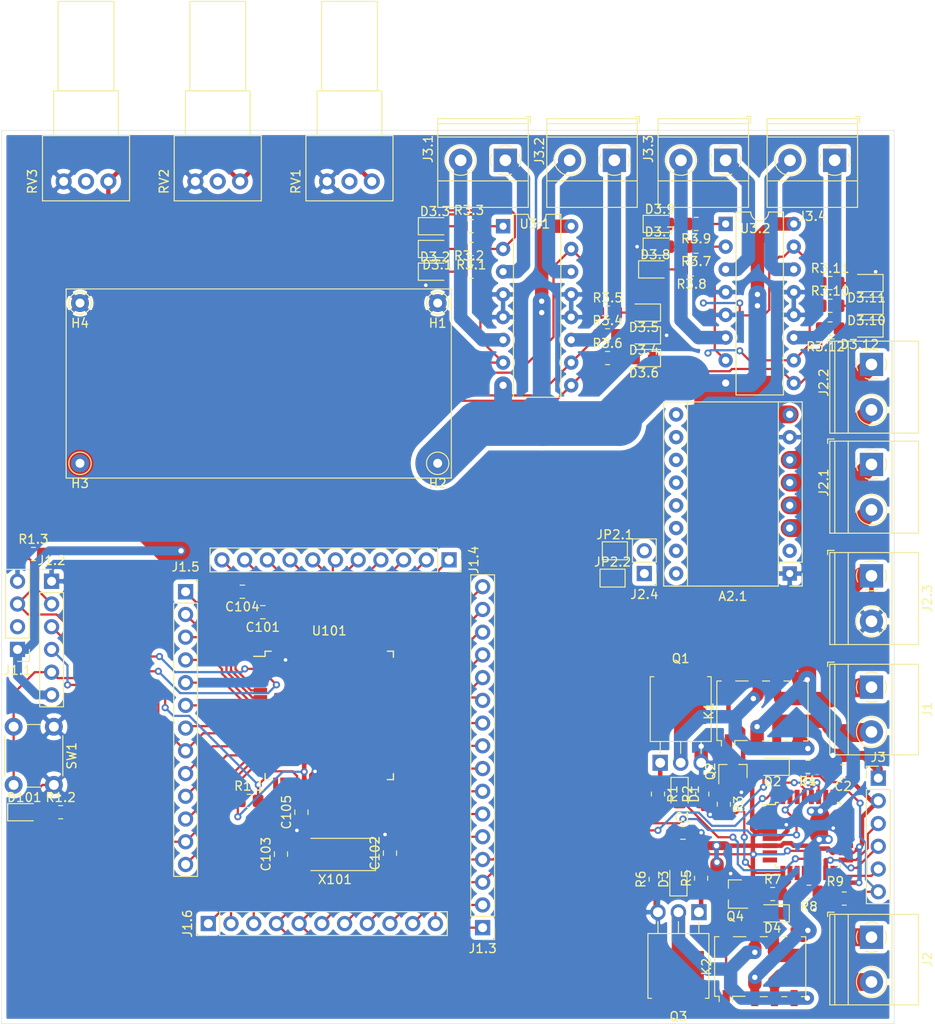
<source format=kicad_pcb>
(kicad_pcb (version 20171130) (host pcbnew "(5.1.7-5-ga3172d643f)-1")
  (layers (0 F.Cu signal) (31 B.Cu signal) (34 B.Paste user) (35 F.Paste user) (36 B.SilkS user) (37 F.SilkS user) (38 B.Mask user) (39 F.Mask user) (44 Edge.Cuts user))
  (net 0 "")
  (net 1 "Net-(D1-Pad2)")
  (net 2 "Net-(D1-Pad1)")
  (net 3 "Net-(D2-Pad2)")
  (net 4 "Net-(D2-Pad1)")
  (net 5 "Net-(D3-Pad2)")
  (net 6 "Net-(D3-Pad1)")
  (net 7 "Net-(D4-Pad2)")
  (net 8 "Net-(D4-Pad1)")
  (net 9 "Net-(J1-Pad2)")
  (net 10 "Net-(J1-Pad1)")
  (net 11 "Net-(J2-Pad2)")
  (net 12 "Net-(J2-Pad1)")
  (net 13 "Net-(K1-Pad1)")
  (net 14 "Net-(K1-Pad4)")
  (net 15 "Net-(K2-Pad1)")
  (net 16 "Net-(K2-Pad4)")
  (net 17 GND)
  (net 18 "Net-(Q1-Pad1)")
  (net 19 "Net-(Q2-Pad1)")
  (net 20 "Net-(Q3-Pad1)")
  (net 21 "Net-(Q4-Pad1)")
  (net 22 "Net-(U1-Pad32)")
  (net 23 "Net-(U1-Pad26)")
  (net 24 "Net-(U1-Pad25)")
  (net 25 "Net-(U1-Pad24)")
  (net 26 "Net-(U1-Pad23)")
  (net 27 "Net-(U1-Pad22)")
  (net 28 "Net-(U1-Pad20)")
  (net 29 "Net-(U1-Pad19)")
  (net 30 "Net-(U1-Pad12)")
  (net 31 "Net-(U1-Pad11)")
  (net 32 "Net-(U1-Pad8)")
  (net 33 "Net-(U1-Pad7)")
  (net 34 "Net-(U1-Pad2)")
  (net 35 "Net-(U1-Pad1)")
  (net 36 /RST)
  (net 37 /SCK)
  (net 38 /MISO)
  (net 39 /MOSI)
  (net 40 "Net-(C102-Pad1)")
  (net 41 "Net-(C103-Pad1)")
  (net 42 "Net-(D101-Pad2)")
  (net 43 "Net-(U101-Pad1)")
  (net 44 /atmega128/RESET)
  (net 45 /atmega128/TX)
  (net 46 /atmega128/PDI)
  (net 47 5V)
  (net 48 "Net-(U1-Pad31)")
  (net 49 "Net-(U1-Pad30)")
  (net 50 /atmega128/PDO)
  (net 51 V_MOT)
  (net 52 "Net-(A2.1-Pad6)")
  (net 53 "Net-(A2.1-Pad5)")
  (net 54 "Net-(A2.1-Pad12)")
  (net 55 "Net-(A2.1-Pad4)")
  (net 56 "Net-(A2.1-Pad11)")
  (net 57 "Net-(A2.1-Pad3)")
  (net 58 "Net-(A2.1-Pad10)")
  (net 59 "Net-(A2.1-Pad2)")
  (net 60 "Net-(A2.1-Pad9)")
  (net 61 "Net-(D3.10-Pad2)")
  (net 62 "Net-(D3.9-Pad2)")
  (net 63 "Net-(D3.8-Pad2)")
  (net 64 "Net-(D3.7-Pad2)")
  (net 65 "Net-(D3.5-Pad2)")
  (net 66 "Net-(D3.4-Pad2)")
  (net 67 "Net-(D3.3-Pad2)")
  (net 68 "Net-(D3.2-Pad2)")
  (net 69 "Net-(D3.1-Pad2)")
  (net 70 "Net-(D3.11-Pad2)")
  (net 71 "Net-(D3.6-Pad2)")
  (net 72 "Net-(D3.12-Pad2)")
  (net 73 "Net-(J3.1-Pad2)")
  (net 74 "Net-(J3.1-Pad1)")
  (net 75 "Net-(J3.2-Pad2)")
  (net 76 "Net-(J3.2-Pad1)")
  (net 77 "Net-(J3.4-Pad2)")
  (net 78 "Net-(J3.4-Pad1)")
  (net 79 "Net-(J3.3-Pad2)")
  (net 80 "Net-(J3.3-Pad1)")
  (net 81 M2PWM)
  (net 82 M2B)
  (net 83 M2A)
  (net 84 M1PWM)
  (net 85 M1B)
  (net 86 M1A)
  (net 87 M4B)
  (net 88 M4A)
  (net 89 M3PWM)
  (net 90 M3B)
  (net 91 M3A)
  (net 92 M4PWM)
  (net 93 "Net-(A2.1-Pad16)")
  (net 94 "Net-(A2.1-Pad15)")
  (net 95 PA3)
  (net 96 PA4)
  (net 97 PA5)
  (net 98 PA6)
  (net 99 PA7)
  (net 100 PG2)
  (net 101 PC7)
  (net 102 PC6)
  (net 103 PC5)
  (net 104 PC4)
  (net 105 PC3)
  (net 106 PC2)
  (net 107 PC1)
  (net 108 PC0)
  (net 109 PG1)
  (net 110 PG0)
  (net 111 PF0)
  (net 112 PF1)
  (net 113 PF2)
  (net 114 PF3)
  (net 115 PF4)
  (net 116 PF5)
  (net 117 PF6)
  (net 118 PF7)
  (net 119 PA0)
  (net 120 PA1)
  (net 121 PA2)
  (net 122 PG4)
  (net 123 PG3)
  (net 124 "Net-(RV1-Pad2)")
  (net 125 "Net-(RV2-Pad2)")
  (net 126 "Net-(RV3-Pad2)")
  (net 127 "Net-(C101-Pad1)")
  (net 128 PB1)
  (net 129 PD7)
  (net 130 PD6)
  (net 131 PD5)
  (net 132 PD4)
  (net 133 PD3)
  (net 134 PD2)
  (net 135 PD1)
  (net 136 PD0)
  (net 137 PB6)
  (net 138 PB5)
  (net 139 PB4)
  (net 140 PB3)
  (net 141 PB2)
  (net 142 PB0)
  (net 143 PE7)
  (net 144 PE6)
  (net 145 PE5)
  (net 146 PE4)
  (net 147 PE2)
  (net 148 PB7)
  (module Connector_PinHeader_2.54mm:PinHeader_1x06_P2.54mm_Vertical (layer F.Cu) (at 105.918 87.7316)
    (fp_text reference J1.2 (at 0 -2.33) (layer F.SilkS))
    (fp_text value Conn_01x06)
    (pad 6 thru_hole oval (at 0 12.7) (size 1.7 1.7) (drill 1) (layers *.Cu *.Mask) (net 47 5V))
    (pad 5 thru_hole oval (at 0 10.16) (size 1.7 1.7) (drill 1) (layers *.Cu *.Mask) (net 44 /atmega128/RESET))
    (pad 4 thru_hole oval (at 0 7.62) (size 1.7 1.7) (drill 1) (layers *.Cu *.Mask) (net 128 PB1))
    (pad 3 thru_hole oval (at 0 5.08) (size 1.7 1.7) (drill 1) (layers *.Cu *.Mask) (net 50 /atmega128/PDO))
    (pad 2 thru_hole oval (at 0 2.54) (size 1.7 1.7) (drill 1) (layers *.Cu *.Mask) (net 46 /atmega128/PDI))
    (pad 1 thru_hole rect (at 0 0) (size 1.7 1.7) (drill 1) (layers *.Cu *.Mask) (net 17 GND))
  )
  (module Capacitor_SMD:C_0805_2012Metric_Pad1.18x1.45mm_HandSolder (layer F.Cu) (at 133.858 113.538 90)
    (fp_text reference C105 (at 0 -1.68 90) (layer F.SilkS))
    (fp_text value C)
    (pad 2 smd roundrect (at 1.0375 0 90) (size 1.175 1.45) (layers F.Cu F.Paste F.Mask) (roundrect_rratio 0.212766) (net 47 5V))
    (pad 1 smd roundrect (at -1.0375 0 90) (size 1.175 1.45) (layers F.Cu F.Paste F.Mask) (roundrect_rratio 0.212766) (net 17 GND))
  )
  (module Capacitor_SMD:C_0805_2012Metric_Pad1.18x1.45mm_HandSolder (layer F.Cu) (at 127.254 88.9 180)
    (fp_text reference C104 (at 0 -1.68) (layer F.SilkS))
    (fp_text value C)
    (pad 2 smd roundrect (at 1.0375 0 180) (size 1.175 1.45) (layers F.Cu F.Paste F.Mask) (roundrect_rratio 0.212766) (net 47 5V))
    (pad 1 smd roundrect (at -1.0375 0 180) (size 1.175 1.45) (layers F.Cu F.Paste F.Mask) (roundrect_rratio 0.212766) (net 17 GND))
  )
  (module Connector_PinSocket_2.54mm:PinSocket_1x11_P2.54mm_Vertical (layer F.Cu) (at 150.368 85.344 270)
    (fp_text reference J1.4 (at 0 -2.77 90) (layer F.SilkS))
    (fp_text value Conn_01x11)
    (pad 11 thru_hole oval (at 0 25.4 270) (size 1.7 1.7) (drill 1) (layers *.Cu *.Mask) (net 111 PF0))
    (pad 10 thru_hole oval (at 0 22.86 270) (size 1.7 1.7) (drill 1) (layers *.Cu *.Mask) (net 112 PF1))
    (pad 9 thru_hole oval (at 0 20.32 270) (size 1.7 1.7) (drill 1) (layers *.Cu *.Mask) (net 113 PF2))
    (pad 8 thru_hole oval (at 0 17.78 270) (size 1.7 1.7) (drill 1) (layers *.Cu *.Mask) (net 114 PF3))
    (pad 7 thru_hole oval (at 0 15.24 270) (size 1.7 1.7) (drill 1) (layers *.Cu *.Mask) (net 115 PF4))
    (pad 6 thru_hole oval (at 0 12.7 270) (size 1.7 1.7) (drill 1) (layers *.Cu *.Mask) (net 116 PF5))
    (pad 5 thru_hole oval (at 0 10.16 270) (size 1.7 1.7) (drill 1) (layers *.Cu *.Mask) (net 117 PF6))
    (pad 4 thru_hole oval (at 0 7.62 270) (size 1.7 1.7) (drill 1) (layers *.Cu *.Mask) (net 118 PF7))
    (pad 3 thru_hole oval (at 0 5.08 270) (size 1.7 1.7) (drill 1) (layers *.Cu *.Mask) (net 119 PA0))
    (pad 2 thru_hole oval (at 0 2.54 270) (size 1.7 1.7) (drill 1) (layers *.Cu *.Mask) (net 120 PA1))
    (pad 1 thru_hole rect (at 0 0 270) (size 1.7 1.7) (drill 1) (layers *.Cu *.Mask) (net 121 PA2))
  )
  (module Connector_PinSocket_2.54mm:PinSocket_1x13_P2.54mm_Vertical (layer F.Cu) (at 120.904 88.9)
    (fp_text reference J1.5 (at 0 -2.77) (layer F.SilkS))
    (fp_text value Conn_01x13)
    (pad 13 thru_hole oval (at 0 30.48) (size 1.7 1.7) (drill 1) (layers *.Cu *.Mask) (net 137 PB6))
    (pad 12 thru_hole oval (at 0 27.94) (size 1.7 1.7) (drill 1) (layers *.Cu *.Mask) (net 138 PB5))
    (pad 11 thru_hole oval (at 0 25.4) (size 1.7 1.7) (drill 1) (layers *.Cu *.Mask) (net 139 PB4))
    (pad 10 thru_hole oval (at 0 22.86) (size 1.7 1.7) (drill 1) (layers *.Cu *.Mask) (net 140 PB3))
    (pad 9 thru_hole oval (at 0 20.32) (size 1.7 1.7) (drill 1) (layers *.Cu *.Mask) (net 141 PB2))
    (pad 8 thru_hole oval (at 0 17.78) (size 1.7 1.7) (drill 1) (layers *.Cu *.Mask) (net 128 PB1))
    (pad 7 thru_hole oval (at 0 15.24) (size 1.7 1.7) (drill 1) (layers *.Cu *.Mask) (net 142 PB0))
    (pad 6 thru_hole oval (at 0 12.7) (size 1.7 1.7) (drill 1) (layers *.Cu *.Mask) (net 143 PE7))
    (pad 5 thru_hole oval (at 0 10.16) (size 1.7 1.7) (drill 1) (layers *.Cu *.Mask) (net 144 PE6))
    (pad 4 thru_hole oval (at 0 7.62) (size 1.7 1.7) (drill 1) (layers *.Cu *.Mask) (net 145 PE5))
    (pad 3 thru_hole oval (at 0 5.08) (size 1.7 1.7) (drill 1) (layers *.Cu *.Mask) (net 146 PE4))
    (pad 2 thru_hole oval (at 0 2.54) (size 1.7 1.7) (drill 1) (layers *.Cu *.Mask) (net 84 M1PWM))
    (pad 1 thru_hole rect (at 0 0) (size 1.7 1.7) (drill 1) (layers *.Cu *.Mask) (net 147 PE2))
  )
  (module Connector_PinHeader_2.54mm:PinHeader_1x11_P2.54mm_Vertical (layer F.Cu) (at 123.444 125.984 90)
    (fp_text reference J1.6 (at 0 -2.33 90) (layer F.SilkS))
    (fp_text value Conn_01x11)
    (pad 11 thru_hole oval (at 0 25.4 90) (size 1.7 1.7) (drill 1) (layers *.Cu *.Mask) (net 129 PD7))
    (pad 10 thru_hole oval (at 0 22.86 90) (size 1.7 1.7) (drill 1) (layers *.Cu *.Mask) (net 130 PD6))
    (pad 9 thru_hole oval (at 0 20.32 90) (size 1.7 1.7) (drill 1) (layers *.Cu *.Mask) (net 131 PD5))
    (pad 8 thru_hole oval (at 0 17.78 90) (size 1.7 1.7) (drill 1) (layers *.Cu *.Mask) (net 132 PD4))
    (pad 7 thru_hole oval (at 0 15.24 90) (size 1.7 1.7) (drill 1) (layers *.Cu *.Mask) (net 133 PD3))
    (pad 6 thru_hole oval (at 0 12.7 90) (size 1.7 1.7) (drill 1) (layers *.Cu *.Mask) (net 134 PD2))
    (pad 5 thru_hole oval (at 0 10.16 90) (size 1.7 1.7) (drill 1) (layers *.Cu *.Mask) (net 135 PD1))
    (pad 4 thru_hole oval (at 0 7.62 90) (size 1.7 1.7) (drill 1) (layers *.Cu *.Mask) (net 136 PD0))
    (pad 3 thru_hole oval (at 0 5.08 90) (size 1.7 1.7) (drill 1) (layers *.Cu *.Mask) (net 122 PG4))
    (pad 2 thru_hole oval (at 0 2.54 90) (size 1.7 1.7) (drill 1) (layers *.Cu *.Mask) (net 123 PG3))
    (pad 1 thru_hole rect (at 0 0 90) (size 1.7 1.7) (drill 1) (layers *.Cu *.Mask) (net 148 PB7))
  )
  (module Capacitor_SMD:C_0805_2012Metric_Pad1.18x1.45mm_HandSolder (layer F.Cu) (at 129.54 91.186 180)
    (fp_text reference C101 (at 0 -1.68) (layer F.SilkS))
    (fp_text value C)
    (pad 2 smd roundrect (at 1.0375 0 180) (size 1.175 1.45) (layers F.Cu F.Paste F.Mask) (roundrect_rratio 0.212766) (net 17 GND))
    (pad 1 smd roundrect (at -1.0375 0 180) (size 1.175 1.45) (layers F.Cu F.Paste F.Mask) (roundrect_rratio 0.212766) (net 127 "Net-(C101-Pad1)"))
  )
  (module Potentiometer_THT:Potentiometer_Alps_RK097_Single_Horizontal (layer F.Cu) (at 112.268 43.053 90)
    (fp_text reference RV3 (at 0 -8.5 90) (layer F.SilkS))
    (fp_text value R_POT)
    (pad 1 thru_hole circle (at 0 0 90) (size 1.8 1.8) (drill 1) (layers *.Cu *.Mask) (net 47 5V))
    (pad 2 thru_hole circle (at 0 -2.5 90) (size 1.8 1.8) (drill 1) (layers *.Cu *.Mask) (net 126 "Net-(RV3-Pad2)"))
    (pad 3 thru_hole circle (at 0 -5 90) (size 1.8 1.8) (drill 1) (layers *.Cu *.Mask) (net 17 GND))
  )
  (module Potentiometer_THT:Potentiometer_Alps_RK097_Single_Horizontal (layer F.Cu) (at 127 43.053 90)
    (fp_text reference RV2 (at 0 -8.5 90) (layer F.SilkS))
    (fp_text value R_POT)
    (pad 1 thru_hole circle (at 0 0 90) (size 1.8 1.8) (drill 1) (layers *.Cu *.Mask) (net 47 5V))
    (pad 2 thru_hole circle (at 0 -2.5 90) (size 1.8 1.8) (drill 1) (layers *.Cu *.Mask) (net 125 "Net-(RV2-Pad2)"))
    (pad 3 thru_hole circle (at 0 -5 90) (size 1.8 1.8) (drill 1) (layers *.Cu *.Mask) (net 17 GND))
  )
  (module Potentiometer_THT:Potentiometer_Alps_RK097_Single_Horizontal (layer F.Cu) (at 141.732 43.053 90)
    (fp_text reference RV1 (at 0 -8.5 90) (layer F.SilkS))
    (fp_text value R_POT)
    (pad 1 thru_hole circle (at 0 0 90) (size 1.8 1.8) (drill 1) (layers *.Cu *.Mask) (net 47 5V))
    (pad 2 thru_hole circle (at 0 -2.5 90) (size 1.8 1.8) (drill 1) (layers *.Cu *.Mask) (net 124 "Net-(RV1-Pad2)"))
    (pad 3 thru_hole circle (at 0 -5 90) (size 1.8 1.8) (drill 1) (layers *.Cu *.Mask) (net 17 GND))
  )
  (module Connector_Pin:Pin_D1.0mm_L10.0mm (layer F.Cu) (at 109.093 56.642)
    (fp_text reference H4 (at 0 2.25) (layer F.SilkS))
    (fp_text value GND)
    (pad 1 thru_hole circle (at 0 0) (size 2 2) (drill 1) (layers *.Cu *.Mask) (net 17 GND))
  )
  (module Connector_Pin:Pin_D1.0mm_L10.0mm (layer F.Cu) (at 109.093 74.549)
    (fp_text reference H3 (at 0 2.25) (layer F.SilkS))
    (fp_text value OUT+)
    (pad 1 thru_hole circle (at 0 0) (size 2 2) (drill 1) (layers *.Cu *.Mask) (net 47 5V))
  )
  (module Connector_Pin:Pin_D1.0mm_L10.0mm (layer F.Cu) (at 149.098 74.549)
    (fp_text reference H2 (at 0 2.25) (layer F.SilkS))
    (fp_text value IN+)
    (pad 1 thru_hole circle (at 0 0) (size 2 2) (drill 1) (layers *.Cu *.Mask) (net 51 V_MOT))
  )
  (module Connector_Pin:Pin_D1.0mm_L10.0mm (layer F.Cu) (at 149.098 56.642)
    (fp_text reference H1 (at 0 2.25) (layer F.SilkS))
    (fp_text value GND)
    (pad 1 thru_hole circle (at 0 0) (size 2 2) (drill 1) (layers *.Cu *.Mask) (net 17 GND))
  )
  (module Connector_PinHeader_2.54mm:PinHeader_1x16_P2.54mm_Vertical (layer F.Cu) (at 154.1272 126.4412 180)
    (fp_text reference J1.3 (at 0 -2.33) (layer F.SilkS))
    (fp_text value Conn_01x16)
    (pad 16 thru_hole oval (at 0 38.1 180) (size 1.7 1.7) (drill 1) (layers *.Cu *.Mask) (net 95 PA3))
    (pad 15 thru_hole oval (at 0 35.56 180) (size 1.7 1.7) (drill 1) (layers *.Cu *.Mask) (net 96 PA4))
    (pad 14 thru_hole oval (at 0 33.02 180) (size 1.7 1.7) (drill 1) (layers *.Cu *.Mask) (net 97 PA5))
    (pad 13 thru_hole oval (at 0 30.48 180) (size 1.7 1.7) (drill 1) (layers *.Cu *.Mask) (net 98 PA6))
    (pad 12 thru_hole oval (at 0 27.94 180) (size 1.7 1.7) (drill 1) (layers *.Cu *.Mask) (net 99 PA7))
    (pad 11 thru_hole oval (at 0 25.4 180) (size 1.7 1.7) (drill 1) (layers *.Cu *.Mask) (net 100 PG2))
    (pad 10 thru_hole oval (at 0 22.86 180) (size 1.7 1.7) (drill 1) (layers *.Cu *.Mask) (net 101 PC7))
    (pad 9 thru_hole oval (at 0 20.32 180) (size 1.7 1.7) (drill 1) (layers *.Cu *.Mask) (net 102 PC6))
    (pad 8 thru_hole oval (at 0 17.78 180) (size 1.7 1.7) (drill 1) (layers *.Cu *.Mask) (net 103 PC5))
    (pad 7 thru_hole oval (at 0 15.24 180) (size 1.7 1.7) (drill 1) (layers *.Cu *.Mask) (net 104 PC4))
    (pad 6 thru_hole oval (at 0 12.7 180) (size 1.7 1.7) (drill 1) (layers *.Cu *.Mask) (net 105 PC3))
    (pad 5 thru_hole oval (at 0 10.16 180) (size 1.7 1.7) (drill 1) (layers *.Cu *.Mask) (net 106 PC2))
    (pad 4 thru_hole oval (at 0 7.62 180) (size 1.7 1.7) (drill 1) (layers *.Cu *.Mask) (net 107 PC1))
    (pad 3 thru_hole oval (at 0 5.08 180) (size 1.7 1.7) (drill 1) (layers *.Cu *.Mask) (net 108 PC0))
    (pad 2 thru_hole oval (at 0 2.54 180) (size 1.7 1.7) (drill 1) (layers *.Cu *.Mask) (net 109 PG1))
    (pad 1 thru_hole rect (at 0 0 180) (size 1.7 1.7) (drill 1) (layers *.Cu *.Mask) (net 110 PG0))
  )
  (module Jumper:SolderJumper-2_P1.3mm_Open_TrianglePad1.0x1.5mm (layer F.Cu) (at 168.91 84.328)
    (fp_text reference JP2.1 (at 0 -1.8) (layer F.SilkS))
    (fp_text value Jumper_2_Open)
    (pad 1 smd custom (at -0.725 0) (size 0.3 0.3) (layers F.Cu F.Mask) (net 107 PC1) (options (clearance outline) (anchor rect)) (primitives (gr_poly (pts (xy -0.5 -0.75) (xy 0.5 -0.75) (xy 1 0) (xy 0.5 0.75) (xy -0.5 0.75)) (width 0))))
    (pad 2 smd custom (at 0.725 0) (size 0.3 0.3) (layers F.Cu F.Mask) (net 94 "Net-(A2.1-Pad15)") (options (clearance outline) (anchor rect)) (primitives (gr_poly (pts (xy -0.65 -0.75) (xy 0.5 -0.75) (xy 0.5 0.75) (xy -0.65 0.75) (xy -0.15 0)) (width 0))))
  )
  (module Jumper:SolderJumper-2_P1.3mm_Open_TrianglePad1.0x1.5mm (layer F.Cu) (at 168.656 87.376)
    (fp_text reference JP2.2 (at 0 -1.8) (layer F.SilkS))
    (fp_text value Jumper_2_Open)
    (pad 1 smd custom (at -0.725 0) (size 0.3 0.3) (layers F.Cu F.Mask) (net 108 PC0) (options (clearance outline) (anchor rect)) (primitives (gr_poly (pts (xy -0.5 -0.75) (xy 0.5 -0.75) (xy 1 0) (xy 0.5 0.75) (xy -0.5 0.75)) (width 0))))
    (pad 2 smd custom (at 0.725 0) (size 0.3 0.3) (layers F.Cu F.Mask) (net 93 "Net-(A2.1-Pad16)") (options (clearance outline) (anchor rect)) (primitives (gr_poly (pts (xy -0.65 -0.75) (xy 0.5 -0.75) (xy 0.5 0.75) (xy -0.65 0.75) (xy -0.15 0)) (width 0))))
  )
  (module Connector_PinHeader_2.54mm:PinHeader_1x02_P2.54mm_Vertical (layer F.Cu) (at 172.212 86.868 180)
    (fp_text reference J2.4 (at 0 -2.33) (layer F.SilkS))
    (fp_text value Conn_01x02)
    (pad 2 thru_hole oval (at 0 2.54 180) (size 1.7 1.7) (drill 1) (layers *.Cu *.Mask) (net 94 "Net-(A2.1-Pad15)"))
    (pad 1 thru_hole rect (at 0 0 180) (size 1.7 1.7) (drill 1) (layers *.Cu *.Mask) (net 93 "Net-(A2.1-Pad16)"))
  )
  (module Package_DIP:DIP-16_W7.62mm (layer F.Cu) (at 181.3052 47.8028)
    (fp_text reference U3.2 (at 3.302 0.508 180) (layer F.SilkS))
    (fp_text value L293D)
    (pad 16 thru_hole oval (at 7.62 0) (size 1.6 1.6) (drill 0.8) (layers *.Cu *.Mask) (net 51 V_MOT))
    (pad 8 thru_hole oval (at 0 17.78) (size 1.6 1.6) (drill 0.8) (layers *.Cu *.Mask) (net 51 V_MOT))
    (pad 15 thru_hole oval (at 7.62 2.54) (size 1.6 1.6) (drill 0.8) (layers *.Cu *.Mask) (net 87 M4B))
    (pad 7 thru_hole oval (at 0 15.24) (size 1.6 1.6) (drill 0.8) (layers *.Cu *.Mask) (net 90 M3B))
    (pad 14 thru_hole oval (at 7.62 5.08) (size 1.6 1.6) (drill 0.8) (layers *.Cu *.Mask) (net 77 "Net-(J3.4-Pad2)"))
    (pad 6 thru_hole oval (at 0 12.7) (size 1.6 1.6) (drill 0.8) (layers *.Cu *.Mask) (net 79 "Net-(J3.3-Pad2)"))
    (pad 13 thru_hole oval (at 7.62 7.62) (size 1.6 1.6) (drill 0.8) (layers *.Cu *.Mask) (net 17 GND))
    (pad 5 thru_hole oval (at 0 10.16) (size 1.6 1.6) (drill 0.8) (layers *.Cu *.Mask) (net 17 GND))
    (pad 12 thru_hole oval (at 7.62 10.16) (size 1.6 1.6) (drill 0.8) (layers *.Cu *.Mask) (net 17 GND))
    (pad 4 thru_hole oval (at 0 7.62) (size 1.6 1.6) (drill 0.8) (layers *.Cu *.Mask) (net 17 GND))
    (pad 11 thru_hole oval (at 7.62 12.7) (size 1.6 1.6) (drill 0.8) (layers *.Cu *.Mask) (net 78 "Net-(J3.4-Pad1)"))
    (pad 3 thru_hole oval (at 0 5.08) (size 1.6 1.6) (drill 0.8) (layers *.Cu *.Mask) (net 80 "Net-(J3.3-Pad1)"))
    (pad 10 thru_hole oval (at 7.62 15.24) (size 1.6 1.6) (drill 0.8) (layers *.Cu *.Mask) (net 88 M4A))
    (pad 2 thru_hole oval (at 0 2.54) (size 1.6 1.6) (drill 0.8) (layers *.Cu *.Mask) (net 91 M3A))
    (pad 9 thru_hole oval (at 7.62 17.78) (size 1.6 1.6) (drill 0.8) (layers *.Cu *.Mask) (net 92 M4PWM))
    (pad 1 thru_hole rect (at 0 0) (size 1.6 1.6) (drill 0.8) (layers *.Cu *.Mask) (net 89 M3PWM))
  )
  (module Resistor_SMD:R_0805_2012Metric_Pad1.20x1.40mm_HandSolder (layer F.Cu) (at 168.1132 57.7088)
    (fp_text reference R3.5 (at 0 -1.65) (layer F.SilkS))
    (fp_text value 200)
    (pad 2 smd roundrect (at 1 0) (size 1.2 1.4) (layers F.Cu F.Paste F.Mask) (roundrect_rratio 0.208333) (net 65 "Net-(D3.5-Pad2)"))
    (pad 1 smd roundrect (at -1 0) (size 1.2 1.4) (layers F.Cu F.Paste F.Mask) (roundrect_rratio 0.208333) (net 82 M2B))
  )
  (module Resistor_SMD:R_0805_2012Metric_Pad1.20x1.40mm_HandSolder (layer F.Cu) (at 168.0972 60.2488)
    (fp_text reference R3.4 (at 0 -1.65) (layer F.SilkS))
    (fp_text value 200)
    (pad 2 smd roundrect (at 1 0) (size 1.2 1.4) (layers F.Cu F.Paste F.Mask) (roundrect_rratio 0.208333) (net 66 "Net-(D3.4-Pad2)"))
    (pad 1 smd roundrect (at -1 0) (size 1.2 1.4) (layers F.Cu F.Paste F.Mask) (roundrect_rratio 0.208333) (net 83 M2A))
  )
  (module Resistor_SMD:R_0805_2012Metric_Pad1.20x1.40mm_HandSolder (layer F.Cu) (at 152.8572 48.0568 180)
    (fp_text reference R3.3 (at 0.254 1.778) (layer F.SilkS))
    (fp_text value 200)
    (pad 2 smd roundrect (at 1 0 180) (size 1.2 1.4) (layers F.Cu F.Paste F.Mask) (roundrect_rratio 0.208333) (net 67 "Net-(D3.3-Pad2)"))
    (pad 1 smd roundrect (at -1 0 180) (size 1.2 1.4) (layers F.Cu F.Paste F.Mask) (roundrect_rratio 0.208333) (net 84 M1PWM))
  )
  (module Resistor_SMD:R_0805_2012Metric_Pad1.20x1.40mm_HandSolder (layer F.Cu) (at 152.8572 50.5968 180)
    (fp_text reference R3.1 (at 0 -1.778) (layer F.SilkS))
    (fp_text value 200)
    (pad 2 smd roundrect (at 1 0 180) (size 1.2 1.4) (layers F.Cu F.Paste F.Mask) (roundrect_rratio 0.208333) (net 69 "Net-(D3.1-Pad2)"))
    (pad 1 smd roundrect (at -1 0 180) (size 1.2 1.4) (layers F.Cu F.Paste F.Mask) (roundrect_rratio 0.208333) (net 86 M1A))
  )
  (module Resistor_SMD:R_0805_2012Metric_Pad1.20x1.40mm_HandSolder (layer F.Cu) (at 152.8572 53.1368 180)
    (fp_text reference R3.2 (at 0.254 1.778) (layer F.SilkS))
    (fp_text value 200)
    (pad 2 smd roundrect (at 1 0 180) (size 1.2 1.4) (layers F.Cu F.Paste F.Mask) (roundrect_rratio 0.208333) (net 68 "Net-(D3.2-Pad2)"))
    (pad 1 smd roundrect (at -1 0 180) (size 1.2 1.4) (layers F.Cu F.Paste F.Mask) (roundrect_rratio 0.208333) (net 85 M1B))
  )
  (module Resistor_SMD:R_0805_2012Metric_Pad1.20x1.40mm_HandSolder (layer F.Cu) (at 192.9892 59.4868)
    (fp_text reference R3.12 (at -0.508 2.032) (layer F.SilkS))
    (fp_text value 200)
    (pad 2 smd roundrect (at 1 0) (size 1.2 1.4) (layers F.Cu F.Paste F.Mask) (roundrect_rratio 0.208333) (net 72 "Net-(D3.12-Pad2)"))
    (pad 1 smd roundrect (at -1 0) (size 1.2 1.4) (layers F.Cu F.Paste F.Mask) (roundrect_rratio 0.208333) (net 92 M4PWM))
  )
  (module Resistor_SMD:R_0805_2012Metric_Pad1.20x1.40mm_HandSolder (layer F.Cu) (at 178.0032 50.3428 180)
    (fp_text reference R3.7 (at 0 -1.65) (layer F.SilkS))
    (fp_text value 200)
    (pad 2 smd roundrect (at 1 0 180) (size 1.2 1.4) (layers F.Cu F.Paste F.Mask) (roundrect_rratio 0.208333) (net 64 "Net-(D3.7-Pad2)"))
    (pad 1 smd roundrect (at -1 0 180) (size 1.2 1.4) (layers F.Cu F.Paste F.Mask) (roundrect_rratio 0.208333) (net 91 M3A))
  )
  (module Resistor_SMD:R_0805_2012Metric_Pad1.20x1.40mm_HandSolder (layer F.Cu) (at 177.4952 52.8828 180)
    (fp_text reference R3.8 (at 0 -1.65) (layer F.SilkS))
    (fp_text value 200)
    (pad 2 smd roundrect (at 1 0 180) (size 1.2 1.4) (layers F.Cu F.Paste F.Mask) (roundrect_rratio 0.208333) (net 63 "Net-(D3.8-Pad2)"))
    (pad 1 smd roundrect (at -1 0 180) (size 1.2 1.4) (layers F.Cu F.Paste F.Mask) (roundrect_rratio 0.208333) (net 90 M3B))
  )
  (module Resistor_SMD:R_0805_2012Metric_Pad1.20x1.40mm_HandSolder (layer F.Cu) (at 178.0032 47.8028 180)
    (fp_text reference R3.9 (at 0 -1.65) (layer F.SilkS))
    (fp_text value 200)
    (pad 2 smd roundrect (at 1 0 180) (size 1.2 1.4) (layers F.Cu F.Paste F.Mask) (roundrect_rratio 0.208333) (net 62 "Net-(D3.9-Pad2)"))
    (pad 1 smd roundrect (at -1 0 180) (size 1.2 1.4) (layers F.Cu F.Paste F.Mask) (roundrect_rratio 0.208333) (net 89 M3PWM))
  )
  (module Resistor_SMD:R_0805_2012Metric_Pad1.20x1.40mm_HandSolder (layer F.Cu) (at 192.9892 56.9468)
    (fp_text reference R3.10 (at 0 -1.65) (layer F.SilkS))
    (fp_text value 200)
    (pad 2 smd roundrect (at 1 0) (size 1.2 1.4) (layers F.Cu F.Paste F.Mask) (roundrect_rratio 0.208333) (net 61 "Net-(D3.10-Pad2)"))
    (pad 1 smd roundrect (at -1 0) (size 1.2 1.4) (layers F.Cu F.Paste F.Mask) (roundrect_rratio 0.208333) (net 88 M4A))
  )
  (module Resistor_SMD:R_0805_2012Metric_Pad1.20x1.40mm_HandSolder (layer F.Cu) (at 192.9892 54.4068)
    (fp_text reference R3.11 (at 0 -1.65) (layer F.SilkS))
    (fp_text value 200)
    (pad 2 smd roundrect (at 1 0) (size 1.2 1.4) (layers F.Cu F.Paste F.Mask) (roundrect_rratio 0.208333) (net 70 "Net-(D3.11-Pad2)"))
    (pad 1 smd roundrect (at -1 0) (size 1.2 1.4) (layers F.Cu F.Paste F.Mask) (roundrect_rratio 0.208333) (net 87 M4B))
  )
  (module Resistor_SMD:R_0805_2012Metric_Pad1.20x1.40mm_HandSolder (layer F.Cu) (at 168.0972 62.7888)
    (fp_text reference R3.6 (at 0 -1.65) (layer F.SilkS))
    (fp_text value 200)
    (pad 2 smd roundrect (at 1 0) (size 1.2 1.4) (layers F.Cu F.Paste F.Mask) (roundrect_rratio 0.208333) (net 71 "Net-(D3.6-Pad2)"))
    (pad 1 smd roundrect (at -1 0) (size 1.2 1.4) (layers F.Cu F.Paste F.Mask) (roundrect_rratio 0.208333) (net 81 M2PWM))
  )
  (module TerminalBlock_Phoenix:TerminalBlock_Phoenix_MKDS-1,5-2_1x02_P5.00mm_Horizontal (layer F.Cu) (at 181.3052 40.6908 180)
    (fp_text reference J3.3 (at 8.636 1.27 90) (layer F.SilkS))
    (fp_text value Conn_01x02)
    (pad 2 thru_hole circle (at 5 0 180) (size 2.6 2.6) (drill 1.3) (layers *.Cu *.Mask) (net 79 "Net-(J3.3-Pad2)"))
    (pad 1 thru_hole rect (at 0 0 180) (size 2.6 2.6) (drill 1.3) (layers *.Cu *.Mask) (net 80 "Net-(J3.3-Pad1)"))
  )
  (module TerminalBlock_Phoenix:TerminalBlock_Phoenix_MKDS-1,5-2_1x02_P5.00mm_Horizontal (layer F.Cu) (at 193.4972 40.6908 180)
    (fp_text reference J3.4 (at 2.5 -6.26) (layer F.SilkS))
    (fp_text value Conn_01x02)
    (pad 2 thru_hole circle (at 5 0 180) (size 2.6 2.6) (drill 1.3) (layers *.Cu *.Mask) (net 77 "Net-(J3.4-Pad2)"))
    (pad 1 thru_hole rect (at 0 0 180) (size 2.6 2.6) (drill 1.3) (layers *.Cu *.Mask) (net 78 "Net-(J3.4-Pad1)"))
  )
  (module TerminalBlock_Phoenix:TerminalBlock_Phoenix_MKDS-1,5-2_1x02_P5.00mm_Horizontal (layer F.Cu) (at 168.8592 40.6908 180)
    (fp_text reference J3.2 (at 8.382 1.016 90) (layer F.SilkS))
    (fp_text value Conn_01x02)
    (pad 2 thru_hole circle (at 5 0 180) (size 2.6 2.6) (drill 1.3) (layers *.Cu *.Mask) (net 75 "Net-(J3.2-Pad2)"))
    (pad 1 thru_hole rect (at 0 0 180) (size 2.6 2.6) (drill 1.3) (layers *.Cu *.Mask) (net 76 "Net-(J3.2-Pad1)"))
  )
  (module TerminalBlock_Phoenix:TerminalBlock_Phoenix_MKDS-1,5-2_1x02_P5.00mm_Horizontal (layer F.Cu) (at 156.6672 40.6908 180)
    (fp_text reference J3.1 (at 8.636 1.27 90) (layer F.SilkS))
    (fp_text value Conn_01x02)
    (pad 2 thru_hole circle (at 5 0 180) (size 2.6 2.6) (drill 1.3) (layers *.Cu *.Mask) (net 73 "Net-(J3.1-Pad2)"))
    (pad 1 thru_hole rect (at 0 0 180) (size 2.6 2.6) (drill 1.3) (layers *.Cu *.Mask) (net 74 "Net-(J3.1-Pad1)"))
  )
  (module LED_SMD:LED_0805_2012Metric_Pad1.15x1.40mm_HandSolder (layer F.Cu) (at 197.0532 59.4868 180)
    (fp_text reference D3.12 (at 0.762 -1.778) (layer F.SilkS))
    (fp_text value LED)
    (pad 2 smd roundrect (at 1.025 0 180) (size 1.15 1.4) (layers F.Cu F.Paste F.Mask) (roundrect_rratio 0.217391) (net 72 "Net-(D3.12-Pad2)"))
    (pad 1 smd roundrect (at -1.025 0 180) (size 1.15 1.4) (layers F.Cu F.Paste F.Mask) (roundrect_rratio 0.217391) (net 17 GND))
  )
  (module LED_SMD:LED_0805_2012Metric_Pad1.15x1.40mm_HandSolder (layer F.Cu) (at 172.1612 62.7888 180)
    (fp_text reference D3.6 (at 0 -1.65) (layer F.SilkS))
    (fp_text value LED)
    (pad 2 smd roundrect (at 1.025 0 180) (size 1.15 1.4) (layers F.Cu F.Paste F.Mask) (roundrect_rratio 0.217391) (net 71 "Net-(D3.6-Pad2)"))
    (pad 1 smd roundrect (at -1.025 0 180) (size 1.15 1.4) (layers F.Cu F.Paste F.Mask) (roundrect_rratio 0.217391) (net 17 GND))
  )
  (module LED_SMD:LED_0805_2012Metric_Pad1.15x1.40mm_HandSolder (layer F.Cu) (at 197.0532 54.4068 180)
    (fp_text reference D3.11 (at 0 -1.65) (layer F.SilkS))
    (fp_text value LED)
    (pad 2 smd roundrect (at 1.025 0 180) (size 1.15 1.4) (layers F.Cu F.Paste F.Mask) (roundrect_rratio 0.217391) (net 70 "Net-(D3.11-Pad2)"))
    (pad 1 smd roundrect (at -1.025 0 180) (size 1.15 1.4) (layers F.Cu F.Paste F.Mask) (roundrect_rratio 0.217391) (net 17 GND))
  )
  (module LED_SMD:LED_0805_2012Metric_Pad1.15x1.40mm_HandSolder (layer F.Cu) (at 148.7932 50.5968)
    (fp_text reference D3.1 (at 0.254 1.778) (layer F.SilkS))
    (fp_text value LED)
    (pad 2 smd roundrect (at 1.025 0) (size 1.15 1.4) (layers F.Cu F.Paste F.Mask) (roundrect_rratio 0.217391) (net 69 "Net-(D3.1-Pad2)"))
    (pad 1 smd roundrect (at -1.025 0) (size 1.15 1.4) (layers F.Cu F.Paste F.Mask) (roundrect_rratio 0.217391) (net 17 GND))
  )
  (module LED_SMD:LED_0805_2012Metric_Pad1.15x1.40mm_HandSolder (layer F.Cu) (at 148.7932 53.1368)
    (fp_text reference D3.2 (at 0 -1.65) (layer F.SilkS))
    (fp_text value LED)
    (pad 2 smd roundrect (at 1.025 0) (size 1.15 1.4) (layers F.Cu F.Paste F.Mask) (roundrect_rratio 0.217391) (net 68 "Net-(D3.2-Pad2)"))
    (pad 1 smd roundrect (at -1.025 0) (size 1.15 1.4) (layers F.Cu F.Paste F.Mask) (roundrect_rratio 0.217391) (net 17 GND))
  )
  (module LED_SMD:LED_0805_2012Metric_Pad1.15x1.40mm_HandSolder (layer F.Cu) (at 148.7932 48.0568)
    (fp_text reference D3.3 (at 0 -1.65) (layer F.SilkS))
    (fp_text value LED)
    (pad 2 smd roundrect (at 1.025 0) (size 1.15 1.4) (layers F.Cu F.Paste F.Mask) (roundrect_rratio 0.217391) (net 67 "Net-(D3.3-Pad2)"))
    (pad 1 smd roundrect (at -1.025 0) (size 1.15 1.4) (layers F.Cu F.Paste F.Mask) (roundrect_rratio 0.217391) (net 17 GND))
  )
  (module LED_SMD:LED_0805_2012Metric_Pad1.15x1.40mm_HandSolder (layer F.Cu) (at 172.1612 60.2488 180)
    (fp_text reference D3.4 (at 0 -1.65) (layer F.SilkS))
    (fp_text value LED)
    (pad 2 smd roundrect (at 1.025 0 180) (size 1.15 1.4) (layers F.Cu F.Paste F.Mask) (roundrect_rratio 0.217391) (net 66 "Net-(D3.4-Pad2)"))
    (pad 1 smd roundrect (at -1.025 0 180) (size 1.15 1.4) (layers F.Cu F.Paste F.Mask) (roundrect_rratio 0.217391) (net 17 GND))
  )
  (module LED_SMD:LED_0805_2012Metric_Pad1.15x1.40mm_HandSolder (layer F.Cu) (at 172.1612 57.7088 180)
    (fp_text reference D3.5 (at 0 -1.65) (layer F.SilkS))
    (fp_text value LED)
    (pad 2 smd roundrect (at 1.025 0 180) (size 1.15 1.4) (layers F.Cu F.Paste F.Mask) (roundrect_rratio 0.217391) (net 65 "Net-(D3.5-Pad2)"))
    (pad 1 smd roundrect (at -1.025 0 180) (size 1.15 1.4) (layers F.Cu F.Paste F.Mask) (roundrect_rratio 0.217391) (net 17 GND))
  )
  (module LED_SMD:LED_0805_2012Metric_Pad1.15x1.40mm_HandSolder (layer F.Cu) (at 173.9392 50.3428)
    (fp_text reference D3.7 (at 0 -1.65) (layer F.SilkS))
    (fp_text value LED)
    (pad 2 smd roundrect (at 1.025 0) (size 1.15 1.4) (layers F.Cu F.Paste F.Mask) (roundrect_rratio 0.217391) (net 64 "Net-(D3.7-Pad2)"))
    (pad 1 smd roundrect (at -1.025 0) (size 1.15 1.4) (layers F.Cu F.Paste F.Mask) (roundrect_rratio 0.217391) (net 17 GND))
  )
  (module LED_SMD:LED_0805_2012Metric_Pad1.15x1.40mm_HandSolder (layer F.Cu) (at 173.4312 52.8828)
    (fp_text reference D3.8 (at 0 -1.65) (layer F.SilkS))
    (fp_text value LED)
    (pad 2 smd roundrect (at 1.025 0) (size 1.15 1.4) (layers F.Cu F.Paste F.Mask) (roundrect_rratio 0.217391) (net 63 "Net-(D3.8-Pad2)"))
    (pad 1 smd roundrect (at -1.025 0) (size 1.15 1.4) (layers F.Cu F.Paste F.Mask) (roundrect_rratio 0.217391) (net 17 GND))
  )
  (module LED_SMD:LED_0805_2012Metric_Pad1.15x1.40mm_HandSolder (layer F.Cu) (at 173.9392 47.8028)
    (fp_text reference D3.9 (at 0 -1.65) (layer F.SilkS))
    (fp_text value LED)
    (pad 2 smd roundrect (at 1.025 0) (size 1.15 1.4) (layers F.Cu F.Paste F.Mask) (roundrect_rratio 0.217391) (net 62 "Net-(D3.9-Pad2)"))
    (pad 1 smd roundrect (at -1.025 0) (size 1.15 1.4) (layers F.Cu F.Paste F.Mask) (roundrect_rratio 0.217391) (net 17 GND))
  )
  (module LED_SMD:LED_0805_2012Metric_Pad1.15x1.40mm_HandSolder (layer F.Cu) (at 197.0532 56.9468 180)
    (fp_text reference D3.10 (at 0 -1.65) (layer F.SilkS))
    (fp_text value LED)
    (pad 2 smd roundrect (at 1.025 0 180) (size 1.15 1.4) (layers F.Cu F.Paste F.Mask) (roundrect_rratio 0.217391) (net 61 "Net-(D3.10-Pad2)"))
    (pad 1 smd roundrect (at -1.025 0 180) (size 1.15 1.4) (layers F.Cu F.Paste F.Mask) (roundrect_rratio 0.217391) (net 17 GND))
  )
  (module Package_DIP:DIP-16_W7.62mm (layer F.Cu) (at 156.4132 48.0568)
    (fp_text reference U3.1 (at 3.556 -0.254) (layer F.SilkS))
    (fp_text value L293D)
    (pad 16 thru_hole oval (at 7.62 0) (size 1.6 1.6) (drill 0.8) (layers *.Cu *.Mask) (net 51 V_MOT))
    (pad 8 thru_hole oval (at 0 17.78) (size 1.6 1.6) (drill 0.8) (layers *.Cu *.Mask) (net 51 V_MOT))
    (pad 15 thru_hole oval (at 7.62 2.54) (size 1.6 1.6) (drill 0.8) (layers *.Cu *.Mask) (net 82 M2B))
    (pad 7 thru_hole oval (at 0 15.24) (size 1.6 1.6) (drill 0.8) (layers *.Cu *.Mask) (net 85 M1B))
    (pad 14 thru_hole oval (at 7.62 5.08) (size 1.6 1.6) (drill 0.8) (layers *.Cu *.Mask) (net 75 "Net-(J3.2-Pad2)"))
    (pad 6 thru_hole oval (at 0 12.7) (size 1.6 1.6) (drill 0.8) (layers *.Cu *.Mask) (net 73 "Net-(J3.1-Pad2)"))
    (pad 13 thru_hole oval (at 7.62 7.62) (size 1.6 1.6) (drill 0.8) (layers *.Cu *.Mask) (net 17 GND))
    (pad 5 thru_hole oval (at 0 10.16) (size 1.6 1.6) (drill 0.8) (layers *.Cu *.Mask) (net 17 GND))
    (pad 12 thru_hole oval (at 7.62 10.16) (size 1.6 1.6) (drill 0.8) (layers *.Cu *.Mask) (net 17 GND))
    (pad 4 thru_hole oval (at 0 7.62) (size 1.6 1.6) (drill 0.8) (layers *.Cu *.Mask) (net 17 GND))
    (pad 11 thru_hole oval (at 7.62 12.7) (size 1.6 1.6) (drill 0.8) (layers *.Cu *.Mask) (net 76 "Net-(J3.2-Pad1)"))
    (pad 3 thru_hole oval (at 0 5.08) (size 1.6 1.6) (drill 0.8) (layers *.Cu *.Mask) (net 74 "Net-(J3.1-Pad1)"))
    (pad 10 thru_hole oval (at 7.62 15.24) (size 1.6 1.6) (drill 0.8) (layers *.Cu *.Mask) (net 83 M2A))
    (pad 2 thru_hole oval (at 0 2.54) (size 1.6 1.6) (drill 0.8) (layers *.Cu *.Mask) (net 86 M1A))
    (pad 9 thru_hole oval (at 7.62 17.78) (size 1.6 1.6) (drill 0.8) (layers *.Cu *.Mask) (net 81 M2PWM))
    (pad 1 thru_hole rect (at 0 0) (size 1.6 1.6) (drill 0.8) (layers *.Cu *.Mask) (net 84 M1PWM))
  )
  (module Button_Switch_THT:SW_PUSH_6mm_H4.3mm (layer F.Cu) (at 106.172 103.9876 270)
    (fp_text reference SW1 (at 3.25 -2 90) (layer F.SilkS))
    (fp_text value SW_Push)
    (pad 1 thru_hole circle (at 6.5 0) (size 2 2) (drill 1.1) (layers *.Cu *.Mask) (net 17 GND))
    (pad 2 thru_hole circle (at 6.5 4.5) (size 2 2) (drill 1.1) (layers *.Cu *.Mask) (net 44 /atmega128/RESET))
    (pad 1 thru_hole circle (at 0 0) (size 2 2) (drill 1.1) (layers *.Cu *.Mask) (net 17 GND))
    (pad 2 thru_hole circle (at 0 4.5) (size 2 2) (drill 1.1) (layers *.Cu *.Mask) (net 44 /atmega128/RESET))
  )
  (module TerminalBlock_Phoenix:TerminalBlock_Phoenix_MKDS-1,5-2-5.08_1x02_P5.08mm_Horizontal (layer F.Cu) (at 197.612 87.122 270)
    (fp_text reference J2.3 (at 2.54 -6.26 90) (layer F.SilkS))
    (fp_text value Conn_01x02)
    (pad 2 thru_hole circle (at 5.08 0 270) (size 2.6 2.6) (drill 1.3) (layers *.Cu *.Mask) (net 17 GND))
    (pad 1 thru_hole rect (at 0 0 270) (size 2.6 2.6) (drill 1.3) (layers *.Cu *.Mask) (net 51 V_MOT))
  )
  (module TerminalBlock_Phoenix:TerminalBlock_Phoenix_MKDS-1,5-2-5.08_1x02_P5.08mm_Horizontal (layer F.Cu) (at 197.612 74.676 270)
    (fp_text reference J2.1 (at 2.032 5.334 90) (layer F.SilkS))
    (fp_text value Conn_01x02)
    (pad 2 thru_hole circle (at 5.08 0 270) (size 2.6 2.6) (drill 1.3) (layers *.Cu *.Mask) (net 57 "Net-(A2.1-Pad3)"))
    (pad 1 thru_hole rect (at 0 0 270) (size 2.6 2.6) (drill 1.3) (layers *.Cu *.Mask) (net 55 "Net-(A2.1-Pad4)"))
  )
  (module TerminalBlock_Phoenix:TerminalBlock_Phoenix_MKDS-1,5-2-5.08_1x02_P5.08mm_Horizontal (layer F.Cu) (at 197.612 63.5 270)
    (fp_text reference J2.2 (at 2.032 5.334 90) (layer F.SilkS))
    (fp_text value Conn_01x02)
    (pad 2 thru_hole circle (at 5.08 0 270) (size 2.6 2.6) (drill 1.3) (layers *.Cu *.Mask) (net 53 "Net-(A2.1-Pad5)"))
    (pad 1 thru_hole rect (at 0 0 270) (size 2.6 2.6) (drill 1.3) (layers *.Cu *.Mask) (net 52 "Net-(A2.1-Pad6)"))
  )
  (module Connector_PinHeader_2.54mm:PinHeader_1x04_P2.54mm_Vertical (layer F.Cu) (at 102.108 95.3516 180)
    (fp_text reference J1.1 (at 0 -2.33) (layer F.SilkS))
    (fp_text value Conn_01x04)
    (pad 4 thru_hole oval (at 0 7.62 180) (size 1.7 1.7) (drill 1) (layers *.Cu *.Mask) (net 17 GND))
    (pad 3 thru_hole oval (at 0 5.08 180) (size 1.7 1.7) (drill 1) (layers *.Cu *.Mask) (net 45 /atmega128/TX))
    (pad 2 thru_hole oval (at 0 2.54 180) (size 1.7 1.7) (drill 1) (layers *.Cu *.Mask) (net 50 /atmega128/PDO))
    (pad 1 thru_hole rect (at 0 0 180) (size 1.7 1.7) (drill 1) (layers *.Cu *.Mask) (net 47 5V))
  )
  (module Resistor_SMD:R_0805_2012Metric_Pad1.20x1.40mm_HandSolder (layer F.Cu) (at 103.886 84.6836)
    (fp_text reference R1.3 (at 0 -1.65) (layer F.SilkS))
    (fp_text value R)
    (pad 2 smd roundrect (at 1 0) (size 1.2 1.4) (layers F.Cu F.Paste F.Mask) (roundrect_rratio 0.208333) (net 46 /atmega128/PDI))
    (pad 1 smd roundrect (at -1 0) (size 1.2 1.4) (layers F.Cu F.Paste F.Mask) (roundrect_rratio 0.208333) (net 45 /atmega128/TX))
  )
  (module Resistor_SMD:R_0805_2012Metric_Pad1.20x1.40mm_HandSolder (layer F.Cu) (at 128.016 112.268)
    (fp_text reference R1.1 (at 0 -1.65) (layer F.SilkS))
    (fp_text value R)
    (pad 2 smd roundrect (at 1 0) (size 1.2 1.4) (layers F.Cu F.Paste F.Mask) (roundrect_rratio 0.208333) (net 44 /atmega128/RESET))
    (pad 1 smd roundrect (at -1 0) (size 1.2 1.4) (layers F.Cu F.Paste F.Mask) (roundrect_rratio 0.208333) (net 47 5V))
  )
  (module Resistor_SMD:R_0805_2012Metric_Pad1.20x1.40mm_HandSolder (layer F.Cu) (at 106.934 113.538)
    (fp_text reference R1.2 (at 0 -1.65) (layer F.SilkS))
    (fp_text value R)
    (pad 2 smd roundrect (at 1 0) (size 1.2 1.4) (layers F.Cu F.Paste F.Mask) (roundrect_rratio 0.208333) (net 138 PB5))
    (pad 1 smd roundrect (at -1 0) (size 1.2 1.4) (layers F.Cu F.Paste F.Mask) (roundrect_rratio 0.208333) (net 42 "Net-(D101-Pad2)"))
  )
  (module LED_SMD:LED_0805_2012Metric_Pad1.15x1.40mm_HandSolder (layer F.Cu) (at 102.87 113.538)
    (fp_text reference D101 (at 0 -1.65) (layer F.SilkS))
    (fp_text value LED)
    (pad 2 smd roundrect (at 1.025 0) (size 1.15 1.4) (layers F.Cu F.Paste F.Mask) (roundrect_rratio 0.217391) (net 42 "Net-(D101-Pad2)"))
    (pad 1 smd roundrect (at -1.025 0) (size 1.15 1.4) (layers F.Cu F.Paste F.Mask) (roundrect_rratio 0.217391) (net 17 GND))
  )
  (module Module:Pololu_Breakout-16_15.2x20.3mm (layer F.Cu) (at 188.468 86.868 180)
    (fp_text reference A2.1 (at 6.35 -2.54) (layer F.SilkS))
    (fp_text value Pololu_Breakout_DRV8825)
    (pad 16 thru_hole oval (at 12.7 0 180) (size 1.6 1.6) (drill 0.8) (layers *.Cu *.Mask) (net 93 "Net-(A2.1-Pad16)"))
    (pad 8 thru_hole oval (at 0 17.78 180) (size 1.6 1.6) (drill 0.8) (layers *.Cu *.Mask) (net 51 V_MOT))
    (pad 15 thru_hole oval (at 12.7 2.54 180) (size 1.6 1.6) (drill 0.8) (layers *.Cu *.Mask) (net 94 "Net-(A2.1-Pad15)"))
    (pad 7 thru_hole oval (at 0 15.24 180) (size 1.6 1.6) (drill 0.8) (layers *.Cu *.Mask) (net 17 GND))
    (pad 14 thru_hole oval (at 12.7 5.08 180) (size 1.6 1.6) (drill 0.8) (layers *.Cu *.Mask) (net 47 5V))
    (pad 6 thru_hole oval (at 0 12.7 180) (size 1.6 1.6) (drill 0.8) (layers *.Cu *.Mask) (net 52 "Net-(A2.1-Pad6)"))
    (pad 13 thru_hole oval (at 12.7 7.62 180) (size 1.6 1.6) (drill 0.8) (layers *.Cu *.Mask) (net 47 5V))
    (pad 5 thru_hole oval (at 0 10.16 180) (size 1.6 1.6) (drill 0.8) (layers *.Cu *.Mask) (net 53 "Net-(A2.1-Pad5)"))
    (pad 12 thru_hole oval (at 12.7 10.16 180) (size 1.6 1.6) (drill 0.8) (layers *.Cu *.Mask) (net 54 "Net-(A2.1-Pad12)"))
    (pad 4 thru_hole oval (at 0 7.62 180) (size 1.6 1.6) (drill 0.8) (layers *.Cu *.Mask) (net 55 "Net-(A2.1-Pad4)"))
    (pad 11 thru_hole oval (at 12.7 12.7 180) (size 1.6 1.6) (drill 0.8) (layers *.Cu *.Mask) (net 56 "Net-(A2.1-Pad11)"))
    (pad 3 thru_hole oval (at 0 5.08 180) (size 1.6 1.6) (drill 0.8) (layers *.Cu *.Mask) (net 57 "Net-(A2.1-Pad3)"))
    (pad 10 thru_hole oval (at 12.7 15.24 180) (size 1.6 1.6) (drill 0.8) (layers *.Cu *.Mask) (net 58 "Net-(A2.1-Pad10)"))
    (pad 2 thru_hole oval (at 0 2.54 180) (size 1.6 1.6) (drill 0.8) (layers *.Cu *.Mask) (net 59 "Net-(A2.1-Pad2)"))
    (pad 9 thru_hole oval (at 12.7 17.78 180) (size 1.6 1.6) (drill 0.8) (layers *.Cu *.Mask) (net 60 "Net-(A2.1-Pad9)"))
    (pad 1 thru_hole rect (at 0 0 180) (size 1.6 1.6) (drill 0.8) (layers *.Cu *.Mask) (net 17 GND))
  )
  (module Crystal:Crystal_SMD_5032-2Pin_5.0x3.2mm_HandSoldering (layer F.Cu) (at 137.6104 118.26 180)
    (fp_text reference X101 (at 0 -2.8) (layer F.SilkS))
    (fp_text value Crystal)
    (pad 2 smd rect (at 2.6 0 180) (size 3.5 2.4) (layers F.Cu F.Paste F.Mask) (net 41 "Net-(C103-Pad1)"))
    (pad 1 smd rect (at -2.6 0 180) (size 3.5 2.4) (layers F.Cu F.Paste F.Mask) (net 40 "Net-(C102-Pad1)"))
  )
  (module Package_QFP:TQFP-64_14x14mm_P0.8mm (layer F.Cu) (at 136.9724 102.72)
    (fp_text reference U101 (at 0 -9.45) (layer F.SilkS))
    (fp_text value ATmega128A-AU)
    (pad 64 smd rect (at -6 -7.7 90) (size 1.5 0.55) (layers F.Cu F.Paste F.Mask) (net 47 5V))
    (pad 63 smd rect (at -5.2 -7.7 90) (size 1.5 0.55) (layers F.Cu F.Paste F.Mask) (net 17 GND))
    (pad 62 smd rect (at -4.4 -7.7 90) (size 1.5 0.55) (layers F.Cu F.Paste F.Mask) (net 127 "Net-(C101-Pad1)"))
    (pad 61 smd rect (at -3.6 -7.7 90) (size 1.5 0.55) (layers F.Cu F.Paste F.Mask) (net 111 PF0))
    (pad 60 smd rect (at -2.8 -7.7 90) (size 1.5 0.55) (layers F.Cu F.Paste F.Mask) (net 112 PF1))
    (pad 59 smd rect (at -2 -7.7 90) (size 1.5 0.55) (layers F.Cu F.Paste F.Mask) (net 113 PF2))
    (pad 58 smd rect (at -1.2 -7.7 90) (size 1.5 0.55) (layers F.Cu F.Paste F.Mask) (net 114 PF3))
    (pad 57 smd rect (at -0.4 -7.7 90) (size 1.5 0.55) (layers F.Cu F.Paste F.Mask) (net 115 PF4))
    (pad 56 smd rect (at 0.4 -7.7 90) (size 1.5 0.55) (layers F.Cu F.Paste F.Mask) (net 116 PF5))
    (pad 55 smd rect (at 1.2 -7.7 90) (size 1.5 0.55) (layers F.Cu F.Paste F.Mask) (net 117 PF6))
    (pad 54 smd rect (at 2 -7.7 90) (size 1.5 0.55) (layers F.Cu F.Paste F.Mask) (net 118 PF7))
    (pad 53 smd rect (at 2.8 -7.7 90) (size 1.5 0.55) (layers F.Cu F.Paste F.Mask) (net 17 GND))
    (pad 52 smd rect (at 3.6 -7.7 90) (size 1.5 0.55) (layers F.Cu F.Paste F.Mask) (net 47 5V))
    (pad 51 smd rect (at 4.4 -7.7 90) (size 1.5 0.55) (layers F.Cu F.Paste F.Mask) (net 119 PA0))
    (pad 50 smd rect (at 5.2 -7.7 90) (size 1.5 0.55) (layers F.Cu F.Paste F.Mask) (net 120 PA1))
    (pad 49 smd rect (at 6 -7.7 90) (size 1.5 0.55) (layers F.Cu F.Paste F.Mask) (net 121 PA2))
    (pad 48 smd rect (at 7.7 -6) (size 1.5 0.55) (layers F.Cu F.Paste F.Mask) (net 95 PA3))
    (pad 47 smd rect (at 7.7 -5.2) (size 1.5 0.55) (layers F.Cu F.Paste F.Mask) (net 96 PA4))
    (pad 46 smd rect (at 7.7 -4.4) (size 1.5 0.55) (layers F.Cu F.Paste F.Mask) (net 97 PA5))
    (pad 45 smd rect (at 7.7 -3.6) (size 1.5 0.55) (layers F.Cu F.Paste F.Mask) (net 98 PA6))
    (pad 44 smd rect (at 7.7 -2.8) (size 1.5 0.55) (layers F.Cu F.Paste F.Mask) (net 99 PA7))
    (pad 43 smd rect (at 7.7 -2) (size 1.5 0.55) (layers F.Cu F.Paste F.Mask) (net 100 PG2))
    (pad 42 smd rect (at 7.7 -1.2) (size 1.5 0.55) (layers F.Cu F.Paste F.Mask) (net 101 PC7))
    (pad 41 smd rect (at 7.7 -0.4) (size 1.5 0.55) (layers F.Cu F.Paste F.Mask) (net 102 PC6))
    (pad 40 smd rect (at 7.7 0.4) (size 1.5 0.55) (layers F.Cu F.Paste F.Mask) (net 103 PC5))
    (pad 39 smd rect (at 7.7 1.2) (size 1.5 0.55) (layers F.Cu F.Paste F.Mask) (net 104 PC4))
    (pad 38 smd rect (at 7.7 2) (size 1.5 0.55) (layers F.Cu F.Paste F.Mask) (net 105 PC3))
    (pad 37 smd rect (at 7.7 2.8) (size 1.5 0.55) (layers F.Cu F.Paste F.Mask) (net 106 PC2))
    (pad 36 smd rect (at 7.7 3.6) (size 1.5 0.55) (layers F.Cu F.Paste F.Mask) (net 107 PC1))
    (pad 35 smd rect (at 7.7 4.4) (size 1.5 0.55) (layers F.Cu F.Paste F.Mask) (net 108 PC0))
    (pad 34 smd rect (at 7.7 5.2) (size 1.5 0.55) (layers F.Cu F.Paste F.Mask) (net 109 PG1))
    (pad 33 smd rect (at 7.7 6) (size 1.5 0.55) (layers F.Cu F.Paste F.Mask) (net 110 PG0))
    (pad 32 smd rect (at 6 7.7 90) (size 1.5 0.55) (layers F.Cu F.Paste F.Mask) (net 129 PD7))
    (pad 31 smd rect (at 5.2 7.7 90) (size 1.5 0.55) (layers F.Cu F.Paste F.Mask) (net 130 PD6))
    (pad 30 smd rect (at 4.4 7.7 90) (size 1.5 0.55) (layers F.Cu F.Paste F.Mask) (net 131 PD5))
    (pad 29 smd rect (at 3.6 7.7 90) (size 1.5 0.55) (layers F.Cu F.Paste F.Mask) (net 132 PD4))
    (pad 28 smd rect (at 2.8 7.7 90) (size 1.5 0.55) (layers F.Cu F.Paste F.Mask) (net 133 PD3))
    (pad 27 smd rect (at 2 7.7 90) (size 1.5 0.55) (layers F.Cu F.Paste F.Mask) (net 134 PD2))
    (pad 26 smd rect (at 1.2 7.7 90) (size 1.5 0.55) (layers F.Cu F.Paste F.Mask) (net 135 PD1))
    (pad 25 smd rect (at 0.4 7.7 90) (size 1.5 0.55) (layers F.Cu F.Paste F.Mask) (net 136 PD0))
    (pad 24 smd rect (at -0.4 7.7 90) (size 1.5 0.55) (layers F.Cu F.Paste F.Mask) (net 40 "Net-(C102-Pad1)"))
    (pad 23 smd rect (at -1.2 7.7 90) (size 1.5 0.55) (layers F.Cu F.Paste F.Mask) (net 41 "Net-(C103-Pad1)"))
    (pad 22 smd rect (at -2 7.7 90) (size 1.5 0.55) (layers F.Cu F.Paste F.Mask) (net 17 GND))
    (pad 21 smd rect (at -2.8 7.7 90) (size 1.5 0.55) (layers F.Cu F.Paste F.Mask) (net 47 5V))
    (pad 20 smd rect (at -3.6 7.7 90) (size 1.5 0.55) (layers F.Cu F.Paste F.Mask) (net 44 /atmega128/RESET))
    (pad 19 smd rect (at -4.4 7.7 90) (size 1.5 0.55) (layers F.Cu F.Paste F.Mask) (net 122 PG4))
    (pad 18 smd rect (at -5.2 7.7 90) (size 1.5 0.55) (layers F.Cu F.Paste F.Mask) (net 123 PG3))
    (pad 17 smd rect (at -6 7.7 90) (size 1.5 0.55) (layers F.Cu F.Paste F.Mask) (net 148 PB7))
    (pad 16 smd rect (at -7.7 6) (size 1.5 0.55) (layers F.Cu F.Paste F.Mask) (net 137 PB6))
    (pad 15 smd rect (at -7.7 5.2) (size 1.5 0.55) (layers F.Cu F.Paste F.Mask) (net 138 PB5))
    (pad 14 smd rect (at -7.7 4.4) (size 1.5 0.55) (layers F.Cu F.Paste F.Mask) (net 139 PB4))
    (pad 13 smd rect (at -7.7 3.6) (size 1.5 0.55) (layers F.Cu F.Paste F.Mask) (net 140 PB3))
    (pad 12 smd rect (at -7.7 2.8) (size 1.5 0.55) (layers F.Cu F.Paste F.Mask) (net 141 PB2))
    (pad 11 smd rect (at -7.7 2) (size 1.5 0.55) (layers F.Cu F.Paste F.Mask) (net 128 PB1))
    (pad 10 smd rect (at -7.7 1.2) (size 1.5 0.55) (layers F.Cu F.Paste F.Mask) (net 142 PB0))
    (pad 9 smd rect (at -7.7 0.4) (size 1.5 0.55) (layers F.Cu F.Paste F.Mask) (net 143 PE7))
    (pad 8 smd rect (at -7.7 -0.4) (size 1.5 0.55) (layers F.Cu F.Paste F.Mask) (net 144 PE6))
    (pad 7 smd rect (at -7.7 -1.2) (size 1.5 0.55) (layers F.Cu F.Paste F.Mask) (net 145 PE5))
    (pad 6 smd rect (at -7.7 -2) (size 1.5 0.55) (layers F.Cu F.Paste F.Mask) (net 146 PE4))
    (pad 5 smd rect (at -7.7 -2.8) (size 1.5 0.55) (layers F.Cu F.Paste F.Mask) (net 84 M1PWM))
    (pad 4 smd rect (at -7.7 -3.6) (size 1.5 0.55) (layers F.Cu F.Paste F.Mask) (net 147 PE2))
    (pad 3 smd rect (at -7.7 -4.4) (size 1.5 0.55) (layers F.Cu F.Paste F.Mask) (net 50 /atmega128/PDO))
    (pad 2 smd rect (at -7.7 -5.2) (size 1.5 0.55) (layers F.Cu F.Paste F.Mask) (net 45 /atmega128/TX))
    (pad 1 smd rect (at -7.7 -6) (size 1.5 0.55) (layers F.Cu F.Paste F.Mask) (net 43 "Net-(U101-Pad1)"))
  )
  (module Capacitor_SMD:C_0805_2012Metric_Pad1.18x1.45mm_HandSolder (layer F.Cu) (at 131.572 118.2225 90)
    (fp_text reference C103 (at 0 -1.68 90) (layer F.SilkS))
    (fp_text value C)
    (pad 2 smd roundrect (at 1.0375 0 90) (size 1.175 1.45) (layers F.Cu F.Paste F.Mask) (roundrect_rratio 0.212766) (net 17 GND))
    (pad 1 smd roundrect (at -1.0375 0 90) (size 1.175 1.45) (layers F.Cu F.Paste F.Mask) (roundrect_rratio 0.212766) (net 41 "Net-(C103-Pad1)"))
  )
  (module Capacitor_SMD:C_0805_2012Metric_Pad1.18x1.45mm_HandSolder (layer F.Cu) (at 143.764 118.11 90)
    (fp_text reference C102 (at 0 -1.68 90) (layer F.SilkS))
    (fp_text value C)
    (pad 2 smd roundrect (at 1.0375 0 90) (size 1.175 1.45) (layers F.Cu F.Paste F.Mask) (roundrect_rratio 0.212766) (net 17 GND))
    (pad 1 smd roundrect (at -1.0375 0 90) (size 1.175 1.45) (layers F.Cu F.Paste F.Mask) (roundrect_rratio 0.212766) (net 40 "Net-(C102-Pad1)"))
  )
  (module Capacitor_SMD:C_0805_2012Metric_Pad1.18x1.45mm_HandSolder (layer F.Cu) (at 194.437 108.966 180)
    (fp_text reference C2 (at 0 -1.68) (layer F.SilkS))
    (fp_text value C)
    (pad 2 smd roundrect (at 1.0375 0 180) (size 1.175 1.45) (layers F.Cu F.Paste F.Mask) (roundrect_rratio 0.212766) (net 17 GND))
    (pad 1 smd roundrect (at -1.0375 0 180) (size 1.175 1.45) (layers F.Cu F.Paste F.Mask) (roundrect_rratio 0.212766) (net 47 5V))
  )
  (module Capacitor_SMD:C_0805_2012Metric_Pad1.18x1.45mm_HandSolder (layer F.Cu) (at 176.53 115.824)
    (fp_text reference C1 (at 0 -1.68) (layer F.SilkS))
    (fp_text value C)
    (pad 2 smd roundrect (at 1.0375 0) (size 1.175 1.45) (layers F.Cu F.Paste F.Mask) (roundrect_rratio 0.212766) (net 17 GND))
    (pad 1 smd roundrect (at -1.0375 0) (size 1.175 1.45) (layers F.Cu F.Paste F.Mask) (roundrect_rratio 0.212766) (net 47 5V))
  )
  (module Package_TO_SOT_SMD:SOT-23 (layer F.Cu) (at 182.372 122.682 180)
    (fp_text reference Q4 (at 0 -2.5) (layer F.SilkS))
    (fp_text value AO3400A)
    (pad 3 smd rect (at 1 0 180) (size 0.9 0.8) (layers F.Cu F.Paste F.Mask) (net 15 "Net-(K2-Pad1)"))
    (pad 2 smd rect (at -1 0.95 180) (size 0.9 0.8) (layers F.Cu F.Paste F.Mask) (net 17 GND))
    (pad 1 smd rect (at -1 -0.95 180) (size 0.9 0.8) (layers F.Cu F.Paste F.Mask) (net 21 "Net-(Q4-Pad1)"))
  )
  (module Package_TO_SOT_THT:TO-251-3-1EP_Horizontal_TabDown (layer F.Cu) (at 178.312 124.714 180)
    (fp_text reference Q3 (at 2.29 -11.653333) (layer F.SilkS))
    (fp_text value IRLB8721PBF)
    (pad 3 thru_hole oval (at 4.58 0 180) (size 1.7175 1.8) (drill 1.1) (layers *.Cu *.Mask) (net 17 GND))
    (pad 2 thru_hole oval (at 2.29 0 180) (size 1.7175 1.8) (drill 1.1) (layers *.Cu *.Mask) (net 16 "Net-(K2-Pad4)"))
    (pad 1 thru_hole rect (at 0 0 180) (size 1.7175 1.8) (drill 1.1) (layers *.Cu *.Mask) (net 20 "Net-(Q3-Pad1)"))
    (pad 4 smd rect (at 2.29 -7.433333 180) (size 5.7 6.2) (layers F.Cu F.Paste F.Mask))
  )
  (module Package_TO_SOT_SMD:SOT-23 (layer F.Cu) (at 182.118 108.966 90)
    (fp_text reference Q2 (at 0 -2.5 90) (layer F.SilkS))
    (fp_text value AO3400A)
    (pad 3 smd rect (at 1 0 90) (size 0.9 0.8) (layers F.Cu F.Paste F.Mask) (net 13 "Net-(K1-Pad1)"))
    (pad 2 smd rect (at -1 0.95 90) (size 0.9 0.8) (layers F.Cu F.Paste F.Mask) (net 17 GND))
    (pad 1 smd rect (at -1 -0.95 90) (size 0.9 0.8) (layers F.Cu F.Paste F.Mask) (net 19 "Net-(Q2-Pad1)"))
  )
  (module Package_TO_SOT_THT:TO-251-3-1EP_Horizontal_TabDown (layer F.Cu) (at 173.986 108.017333)
    (fp_text reference Q1 (at 2.29 -11.653333) (layer F.SilkS))
    (fp_text value IRLB8721PBF)
    (pad 3 thru_hole oval (at 4.58 0) (size 1.7175 1.8) (drill 1.1) (layers *.Cu *.Mask) (net 17 GND))
    (pad 2 thru_hole oval (at 2.29 0) (size 1.7175 1.8) (drill 1.1) (layers *.Cu *.Mask) (net 14 "Net-(K1-Pad4)"))
    (pad 1 thru_hole rect (at 0 0) (size 1.7175 1.8) (drill 1.1) (layers *.Cu *.Mask) (net 18 "Net-(Q1-Pad1)"))
    (pad 4 smd rect (at 2.29 -7.433333) (size 5.7 6.2) (layers F.Cu F.Paste F.Mask))
  )
  (module TerminalBlock_Phoenix:TerminalBlock_Phoenix_MKDS-1,5-2_1x02_P5.00mm_Horizontal (layer F.Cu) (at 197.612 127.508 270)
    (fp_text reference J2 (at 2.5 -6.26 90) (layer F.SilkS))
    (fp_text value Conn_01x02)
    (pad 2 thru_hole circle (at 5 0 270) (size 2.6 2.6) (drill 1.3) (layers *.Cu *.Mask) (net 11 "Net-(J2-Pad2)"))
    (pad 1 thru_hole rect (at 0 0 270) (size 2.6 2.6) (drill 1.3) (layers *.Cu *.Mask) (net 12 "Net-(J2-Pad1)"))
  )
  (module TerminalBlock_Phoenix:TerminalBlock_Phoenix_MKDS-1,5-2_1x02_P5.00mm_Horizontal (layer F.Cu) (at 197.612 99.568 270)
    (fp_text reference J1 (at 2.5 -6.26 90) (layer F.SilkS))
    (fp_text value Conn_01x02)
    (pad 2 thru_hole circle (at 5 0 270) (size 2.6 2.6) (drill 1.3) (layers *.Cu *.Mask) (net 9 "Net-(J1-Pad2)"))
    (pad 1 thru_hole rect (at 0 0 270) (size 2.6 2.6) (drill 1.3) (layers *.Cu *.Mask) (net 10 "Net-(J1-Pad1)"))
  )
  (module Resistor_SMD:R_0805_2012Metric_Pad1.20x1.40mm_HandSolder (layer F.Cu) (at 194.564 123.19 180)
    (fp_text reference R9 (at 1 1.905) (layer F.SilkS))
    (fp_text value 10к)
    (pad 2 smd roundrect (at 1 0 180) (size 1.2 1.4) (layers F.Cu F.Paste F.Mask) (roundrect_rratio 0.208333) (net 47 5V))
    (pad 1 smd roundrect (at -1 0 180) (size 1.2 1.4) (layers F.Cu F.Paste F.Mask) (roundrect_rratio 0.208333) (net 36 /RST))
  )
  (module Connector_PinHeader_2.54mm:PinHeader_1x06_P2.54mm_Vertical (layer F.Cu) (at 198.374 109.728)
    (fp_text reference J3 (at 0 -2.33) (layer F.SilkS))
    (fp_text value Conn_01x06)
    (pad 6 thru_hole oval (at 0 12.7) (size 1.7 1.7) (drill 1) (layers *.Cu *.Mask) (net 36 /RST))
    (pad 5 thru_hole oval (at 0 10.16) (size 1.7 1.7) (drill 1) (layers *.Cu *.Mask) (net 38 /MISO))
    (pad 4 thru_hole oval (at 0 7.62) (size 1.7 1.7) (drill 1) (layers *.Cu *.Mask) (net 39 /MOSI))
    (pad 3 thru_hole oval (at 0 5.08) (size 1.7 1.7) (drill 1) (layers *.Cu *.Mask) (net 37 /SCK))
    (pad 2 thru_hole oval (at 0 2.54) (size 1.7 1.7) (drill 1) (layers *.Cu *.Mask) (net 47 5V))
    (pad 1 thru_hole rect (at 0 0) (size 1.7 1.7) (drill 1) (layers *.Cu *.Mask) (net 17 GND))
  )
  (module Package_QFP:TQFP-32_7x7mm_P0.8mm (layer F.Cu) (at 190.5 116.078)
    (fp_text reference U1 (at 0 -6.05) (layer F.SilkS))
    (fp_text value ATmega8A-AU)
    (pad 32 smd rect (at -2.8 -4.25 90) (size 1.6 0.55) (layers F.Cu F.Paste F.Mask) (net 22 "Net-(U1-Pad32)"))
    (pad 31 smd rect (at -2 -4.25 90) (size 1.6 0.55) (layers F.Cu F.Paste F.Mask) (net 48 "Net-(U1-Pad31)"))
    (pad 30 smd rect (at -1.2 -4.25 90) (size 1.6 0.55) (layers F.Cu F.Paste F.Mask) (net 49 "Net-(U1-Pad30)"))
    (pad 29 smd rect (at -0.4 -4.25 90) (size 1.6 0.55) (layers F.Cu F.Paste F.Mask) (net 36 /RST))
    (pad 28 smd rect (at 0.4 -4.25 90) (size 1.6 0.55) (layers F.Cu F.Paste F.Mask) (net 136 PD0))
    (pad 27 smd rect (at 1.2 -4.25 90) (size 1.6 0.55) (layers F.Cu F.Paste F.Mask) (net 135 PD1))
    (pad 26 smd rect (at 2 -4.25 90) (size 1.6 0.55) (layers F.Cu F.Paste F.Mask) (net 23 "Net-(U1-Pad26)"))
    (pad 25 smd rect (at 2.8 -4.25 90) (size 1.6 0.55) (layers F.Cu F.Paste F.Mask) (net 24 "Net-(U1-Pad25)"))
    (pad 24 smd rect (at 4.25 -2.8) (size 1.6 0.55) (layers F.Cu F.Paste F.Mask) (net 25 "Net-(U1-Pad24)"))
    (pad 23 smd rect (at 4.25 -2) (size 1.6 0.55) (layers F.Cu F.Paste F.Mask) (net 26 "Net-(U1-Pad23)"))
    (pad 22 smd rect (at 4.25 -1.2) (size 1.6 0.55) (layers F.Cu F.Paste F.Mask) (net 27 "Net-(U1-Pad22)"))
    (pad 21 smd rect (at 4.25 -0.4) (size 1.6 0.55) (layers F.Cu F.Paste F.Mask) (net 17 GND))
    (pad 20 smd rect (at 4.25 0.4) (size 1.6 0.55) (layers F.Cu F.Paste F.Mask) (net 28 "Net-(U1-Pad20)"))
    (pad 19 smd rect (at 4.25 1.2) (size 1.6 0.55) (layers F.Cu F.Paste F.Mask) (net 29 "Net-(U1-Pad19)"))
    (pad 18 smd rect (at 4.25 2) (size 1.6 0.55) (layers F.Cu F.Paste F.Mask) (net 47 5V))
    (pad 17 smd rect (at 4.25 2.8) (size 1.6 0.55) (layers F.Cu F.Paste F.Mask) (net 37 /SCK))
    (pad 16 smd rect (at 2.8 4.25 90) (size 1.6 0.55) (layers F.Cu F.Paste F.Mask) (net 38 /MISO))
    (pad 15 smd rect (at 2 4.25 90) (size 1.6 0.55) (layers F.Cu F.Paste F.Mask) (net 39 /MOSI))
    (pad 14 smd rect (at 1.2 4.25 90) (size 1.6 0.55) (layers F.Cu F.Paste F.Mask) (net 5 "Net-(D3-Pad2)"))
    (pad 13 smd rect (at 0.4 4.25 90) (size 1.6 0.55) (layers F.Cu F.Paste F.Mask) (net 1 "Net-(D1-Pad2)"))
    (pad 12 smd rect (at -0.4 4.25 90) (size 1.6 0.55) (layers F.Cu F.Paste F.Mask) (net 30 "Net-(U1-Pad12)"))
    (pad 11 smd rect (at -1.2 4.25 90) (size 1.6 0.55) (layers F.Cu F.Paste F.Mask) (net 31 "Net-(U1-Pad11)"))
    (pad 10 smd rect (at -2 4.25 90) (size 1.6 0.55) (layers F.Cu F.Paste F.Mask) (net 7 "Net-(D4-Pad2)"))
    (pad 9 smd rect (at -2.8 4.25 90) (size 1.6 0.55) (layers F.Cu F.Paste F.Mask) (net 3 "Net-(D2-Pad2)"))
    (pad 8 smd rect (at -4.25 2.8) (size 1.6 0.55) (layers F.Cu F.Paste F.Mask) (net 32 "Net-(U1-Pad8)"))
    (pad 7 smd rect (at -4.25 2) (size 1.6 0.55) (layers F.Cu F.Paste F.Mask) (net 33 "Net-(U1-Pad7)"))
    (pad 6 smd rect (at -4.25 1.2) (size 1.6 0.55) (layers F.Cu F.Paste F.Mask) (net 47 5V))
    (pad 5 smd rect (at -4.25 0.4) (size 1.6 0.55) (layers F.Cu F.Paste F.Mask) (net 17 GND))
    (pad 4 smd rect (at -4.25 -0.4) (size 1.6 0.55) (layers F.Cu F.Paste F.Mask) (net 47 5V))
    (pad 3 smd rect (at -4.25 -1.2) (size 1.6 0.55) (layers F.Cu F.Paste F.Mask) (net 17 GND))
    (pad 2 smd rect (at -4.25 -2) (size 1.6 0.55) (layers F.Cu F.Paste F.Mask) (net 34 "Net-(U1-Pad2)"))
    (pad 1 smd rect (at -4.25 -2.8) (size 1.6 0.55) (layers F.Cu F.Paste F.Mask) (net 35 "Net-(U1-Pad1)"))
  )
  (module Resistor_SMD:R_0805_2012Metric_Pad1.20x1.40mm_HandSolder (layer F.Cu) (at 190.627 122.428 180)
    (fp_text reference R8 (at 0 -1.65) (layer F.SilkS))
    (fp_text value 200)
    (pad 2 smd roundrect (at 1 0 180) (size 1.2 1.4) (layers F.Cu F.Paste F.Mask) (roundrect_rratio 0.208333) (net 8 "Net-(D4-Pad1)"))
    (pad 1 smd roundrect (at -1 0 180) (size 1.2 1.4) (layers F.Cu F.Paste F.Mask) (roundrect_rratio 0.208333) (net 17 GND))
  )
  (module Resistor_SMD:R_0805_2012Metric_Pad1.20x1.40mm_HandSolder (layer F.Cu) (at 186.563 122.682)
    (fp_text reference R7 (at 0 -1.65) (layer F.SilkS))
    (fp_text value 68)
    (pad 2 smd roundrect (at 1 0) (size 1.2 1.4) (layers F.Cu F.Paste F.Mask) (roundrect_rratio 0.208333) (net 7 "Net-(D4-Pad2)"))
    (pad 1 smd roundrect (at -1 0) (size 1.2 1.4) (layers F.Cu F.Paste F.Mask) (roundrect_rratio 0.208333) (net 21 "Net-(Q4-Pad1)"))
  )
  (module Resistor_SMD:R_0805_2012Metric_Pad1.20x1.40mm_HandSolder (layer F.Cu) (at 173.482 121.031 90)
    (fp_text reference R6 (at 0 -1.65 90) (layer F.SilkS))
    (fp_text value 200)
    (pad 2 smd roundrect (at 1 0 90) (size 1.2 1.4) (layers F.Cu F.Paste F.Mask) (roundrect_rratio 0.208333) (net 6 "Net-(D3-Pad1)"))
    (pad 1 smd roundrect (at -1 0 90) (size 1.2 1.4) (layers F.Cu F.Paste F.Mask) (roundrect_rratio 0.208333) (net 17 GND))
  )
  (module Resistor_SMD:R_0805_2012Metric_Pad1.20x1.40mm_HandSolder (layer F.Cu) (at 178.562 120.92 90)
    (fp_text reference R5 (at 0 -1.65 90) (layer F.SilkS))
    (fp_text value 68)
    (pad 2 smd roundrect (at 1 0 90) (size 1.2 1.4) (layers F.Cu F.Paste F.Mask) (roundrect_rratio 0.208333) (net 5 "Net-(D3-Pad2)"))
    (pad 1 smd roundrect (at -1 0 90) (size 1.2 1.4) (layers F.Cu F.Paste F.Mask) (roundrect_rratio 0.208333) (net 20 "Net-(Q3-Pad1)"))
  )
  (module Resistor_SMD:R_0805_2012Metric_Pad1.20x1.40mm_HandSolder (layer F.Cu) (at 190.5 108.458 180)
    (fp_text reference R4 (at 0 -1.65) (layer F.SilkS))
    (fp_text value 200)
    (pad 2 smd roundrect (at 1 0 180) (size 1.2 1.4) (layers F.Cu F.Paste F.Mask) (roundrect_rratio 0.208333) (net 4 "Net-(D2-Pad1)"))
    (pad 1 smd roundrect (at -1 0 180) (size 1.2 1.4) (layers F.Cu F.Paste F.Mask) (roundrect_rratio 0.208333) (net 17 GND))
  )
  (module Resistor_SMD:R_0805_2012Metric_Pad1.20x1.40mm_HandSolder (layer F.Cu) (at 181.102 112.649 270)
    (fp_text reference R3 (at 0 -1.65 90) (layer F.SilkS))
    (fp_text value 68)
    (pad 2 smd roundrect (at 1 0 270) (size 1.2 1.4) (layers F.Cu F.Paste F.Mask) (roundrect_rratio 0.208333) (net 3 "Net-(D2-Pad2)"))
    (pad 1 smd roundrect (at -1 0 270) (size 1.2 1.4) (layers F.Cu F.Paste F.Mask) (roundrect_rratio 0.208333) (net 19 "Net-(Q2-Pad1)"))
  )
  (module Resistor_SMD:R_0805_2012Metric_Pad1.20x1.40mm_HandSolder (layer F.Cu) (at 178.689 111.506 90)
    (fp_text reference R2 (at 0 -1.65 90) (layer F.SilkS))
    (fp_text value 200)
    (pad 2 smd roundrect (at 1 0 90) (size 1.2 1.4) (layers F.Cu F.Paste F.Mask) (roundrect_rratio 0.208333) (net 2 "Net-(D1-Pad1)"))
    (pad 1 smd roundrect (at -1 0 90) (size 1.2 1.4) (layers F.Cu F.Paste F.Mask) (roundrect_rratio 0.208333) (net 17 GND))
  )
  (module Resistor_SMD:R_0805_2012Metric_Pad1.20x1.40mm_HandSolder (layer F.Cu) (at 173.736 111.506 270)
    (fp_text reference R1 (at 0 -1.65 90) (layer F.SilkS))
    (fp_text value 68)
    (pad 2 smd roundrect (at 1 0 270) (size 1.2 1.4) (layers F.Cu F.Paste F.Mask) (roundrect_rratio 0.208333) (net 1 "Net-(D1-Pad2)"))
    (pad 1 smd roundrect (at -1 0 270) (size 1.2 1.4) (layers F.Cu F.Paste F.Mask) (roundrect_rratio 0.208333) (net 18 "Net-(Q1-Pad1)"))
  )
  (module Relay_SMD:Relay_DPDT_Omron_G6K-2F-Y (layer F.Cu) (at 185.166 130.81 90)
    (fp_text reference K2 (at 0 -6 90) (layer F.SilkS))
    (fp_text value G6K-2)
    (pad 1 smd rect (at -3.5 -3.8 90) (size 1.8 0.8) (layers F.Cu F.Paste F.Mask) (net 15 "Net-(K2-Pad1)"))
    (pad 2 smd rect (at -3.5 -0.6 90) (size 1.8 0.8) (layers F.Cu F.Paste F.Mask) (net 51 V_MOT))
    (pad 3 smd rect (at -3.5 1.6 90) (size 1.8 0.8) (layers F.Cu F.Paste F.Mask) (net 11 "Net-(J2-Pad2)"))
    (pad 4 smd rect (at -3.5 3.8 90) (size 1.8 0.8) (layers F.Cu F.Paste F.Mask) (net 16 "Net-(K2-Pad4)"))
    (pad 5 smd rect (at 3.5 3.8 90) (size 1.8 0.8) (layers F.Cu F.Paste F.Mask) (net 51 V_MOT))
    (pad 6 smd rect (at 3.5 1.6 90) (size 1.8 0.8) (layers F.Cu F.Paste F.Mask) (net 12 "Net-(J2-Pad1)"))
    (pad 7 smd rect (at 3.5 -0.6 90) (size 1.8 0.8) (layers F.Cu F.Paste F.Mask) (net 16 "Net-(K2-Pad4)"))
    (pad 8 smd rect (at 3.5 -3.8 90) (size 1.8 0.8) (layers F.Cu F.Paste F.Mask) (net 47 5V))
  )
  (module Relay_SMD:Relay_DPDT_Omron_G6K-2F-Y (layer F.Cu) (at 185.42 102.235 90)
    (fp_text reference K1 (at 0 -6 90) (layer F.SilkS))
    (fp_text value G6K-2)
    (pad 1 smd rect (at -3.5 -3.8 90) (size 1.8 0.8) (layers F.Cu F.Paste F.Mask) (net 13 "Net-(K1-Pad1)"))
    (pad 2 smd rect (at -3.5 -0.6 90) (size 1.8 0.8) (layers F.Cu F.Paste F.Mask) (net 51 V_MOT))
    (pad 3 smd rect (at -3.5 1.6 90) (size 1.8 0.8) (layers F.Cu F.Paste F.Mask) (net 9 "Net-(J1-Pad2)"))
    (pad 4 smd rect (at -3.5 3.8 90) (size 1.8 0.8) (layers F.Cu F.Paste F.Mask) (net 14 "Net-(K1-Pad4)"))
    (pad 5 smd rect (at 3.5 3.8 90) (size 1.8 0.8) (layers F.Cu F.Paste F.Mask) (net 51 V_MOT))
    (pad 6 smd rect (at 3.5 1.6 90) (size 1.8 0.8) (layers F.Cu F.Paste F.Mask) (net 10 "Net-(J1-Pad1)"))
    (pad 7 smd rect (at 3.5 -0.6 90) (size 1.8 0.8) (layers F.Cu F.Paste F.Mask) (net 14 "Net-(K1-Pad4)"))
    (pad 8 smd rect (at 3.5 -3.8 90) (size 1.8 0.8) (layers F.Cu F.Paste F.Mask) (net 47 5V))
  )
  (module LED_SMD:LED_0805_2012Metric_Pad1.15x1.40mm_HandSolder (layer F.Cu) (at 186.563 124.841 180)
    (fp_text reference D4 (at 0 -1.65) (layer F.SilkS))
    (fp_text value LED)
    (pad 2 smd roundrect (at 1.025 0 180) (size 1.15 1.4) (layers F.Cu F.Paste F.Mask) (roundrect_rratio 0.217391) (net 7 "Net-(D4-Pad2)"))
    (pad 1 smd roundrect (at -1.025 0 180) (size 1.15 1.4) (layers F.Cu F.Paste F.Mask) (roundrect_rratio 0.217391) (net 8 "Net-(D4-Pad1)"))
  )
  (module LED_SMD:LED_0805_2012Metric_Pad1.15x1.40mm_HandSolder (layer F.Cu) (at 176.022 121.031 90)
    (fp_text reference D3 (at 0 -1.65 90) (layer F.SilkS))
    (fp_text value LED)
    (pad 2 smd roundrect (at 1.025 0 90) (size 1.15 1.4) (layers F.Cu F.Paste F.Mask) (roundrect_rratio 0.217391) (net 5 "Net-(D3-Pad2)"))
    (pad 1 smd roundrect (at -1.025 0 90) (size 1.15 1.4) (layers F.Cu F.Paste F.Mask) (roundrect_rratio 0.217391) (net 6 "Net-(D3-Pad1)"))
  )
  (module LED_SMD:LED_0805_2012Metric_Pad1.15x1.40mm_HandSolder (layer F.Cu) (at 186.563 108.458 180)
    (fp_text reference D2 (at 0 -1.65) (layer F.SilkS))
    (fp_text value LED)
    (pad 2 smd roundrect (at 1.025 0 180) (size 1.15 1.4) (layers F.Cu F.Paste F.Mask) (roundrect_rratio 0.217391) (net 3 "Net-(D2-Pad2)"))
    (pad 1 smd roundrect (at -1.025 0 180) (size 1.15 1.4) (layers F.Cu F.Paste F.Mask) (roundrect_rratio 0.217391) (net 4 "Net-(D2-Pad1)"))
  )
  (module LED_SMD:LED_0805_2012Metric_Pad1.15x1.40mm_HandSolder (layer F.Cu) (at 176.149 111.506 270)
    (fp_text reference D1 (at 0 -1.65 90) (layer F.SilkS))
    (fp_text value LED)
    (pad 2 smd roundrect (at 1.025 0 270) (size 1.15 1.4) (layers F.Cu F.Paste F.Mask) (roundrect_rratio 0.217391) (net 1 "Net-(D1-Pad2)"))
    (pad 1 smd roundrect (at -1.025 0 270) (size 1.15 1.4) (layers F.Cu F.Paste F.Mask) (roundrect_rratio 0.217391) (net 2 "Net-(D1-Pad1)"))
  )
  (gr_line (start 107.5436 76.2) (end 107.5436 55.0672) (layer F.SilkS) (width 0.12))
  (gr_line (start 150.622 76.2) (end 107.5436 76.2) (layer F.SilkS) (width 0.12))
  (gr_line (start 150.622 55.0672) (end 150.622 76.2) (layer F.SilkS) (width 0.12))
  (gr_line (start 107.5436 55.0672) (end 150.622 55.0672) (layer F.SilkS) (width 0.12))
  (gr_line (start 200.152 37.338) (end 200.152 137.16) (layer Edge.Cuts) (width 0.05))
  (gr_line (start 100.33 37.338) (end 200.152 37.338) (layer Edge.Cuts) (width 0.05))
  (gr_line (start 100.33 137.16) (end 100.33 37.338) (layer Edge.Cuts) (width 0.05))
  (gr_line (start 200.152 137.16) (end 100.33 137.16) (layer Edge.Cuts) (width 0.05))
  (segment (start 190.9 119.467998) (end 190.177002 118.745) (width 0.25) (layer F.Cu) (net 1))
  (segment (start 190.9 120.328) (end 190.9 119.467998) (width 0.25) (layer F.Cu) (net 1))
  (segment (start 190.177002 118.745) (end 189.103 118.745) (width 0.25) (layer F.Cu) (net 1))
  (segment (start 189.103 118.745) (end 189.103 118.745) (width 0.25) (layer F.Cu) (net 1))
  (via (at 189.103 118.745) (size 0.8) (drill 0.4) (layers F.Cu B.Cu) (net 1))
  (segment (start 189.103 118.745) (end 187.833 120.015) (width 0.25) (layer B.Cu) (net 1))
  (segment (start 183.330998 120.015) (end 182.662999 119.347001) (width 0.25) (layer B.Cu) (net 1))
  (segment (start 187.833 120.015) (end 183.330998 120.015) (width 0.25) (layer B.Cu) (net 1))
  (segment (start 182.662999 119.347001) (end 182.662999 116.876999) (width 0.25) (layer B.Cu) (net 1))
  (segment (start 182.662999 116.876999) (end 182.118 116.332) (width 0.25) (layer B.Cu) (net 1))
  (segment (start 182.118 116.332) (end 182.118 116.332) (width 0.25) (layer B.Cu) (net 1))
  (via (at 182.118 116.332) (size 0.8) (drill 0.4) (layers F.Cu B.Cu) (net 1))
  (segment (start 180.848 116.332) (end 182.118 116.332) (width 0.25) (layer F.Cu) (net 1))
  (segment (start 176.124 112.506) (end 176.149 112.531) (width 0.25) (layer F.Cu) (net 1))
  (segment (start 173.736 112.506) (end 176.124 112.506) (width 0.25) (layer F.Cu) (net 1))
  (segment (start 176.149 112.531) (end 176.666 112.531) (width 0.25) (layer F.Cu) (net 1))
  (segment (start 180.467 116.332) (end 180.848 116.332) (width 0.25) (layer F.Cu) (net 1))
  (segment (start 176.666 112.531) (end 180.467 116.332) (width 0.25) (layer F.Cu) (net 1))
  (segment (start 178.664 110.481) (end 178.689 110.506) (width 0.25) (layer F.Cu) (net 2))
  (segment (start 176.149 110.481) (end 178.664 110.481) (width 0.25) (layer F.Cu) (net 2))
  (segment (start 187.7 120.328) (end 184.717 120.328) (width 0.25) (layer F.Cu) (net 3))
  (segment (start 184.717 120.328) (end 183.515 119.126) (width 0.25) (layer F.Cu) (net 3))
  (segment (start 183.515 119.126) (end 183.515 119.126) (width 0.25) (layer F.Cu) (net 3))
  (via (at 183.515 119.126) (size 0.8) (drill 0.4) (layers F.Cu B.Cu) (net 3))
  (segment (start 181.102 114.03) (end 181.102 114.046) (width 0.25) (layer F.Cu) (net 3))
  (segment (start 183.388 116.332) (end 183.388 116.332) (width 0.25) (layer F.Cu) (net 3))
  (via (at 183.388 116.332) (size 0.8) (drill 0.4) (layers F.Cu B.Cu) (net 3))
  (segment (start 183.388 118.999) (end 183.515 119.126) (width 0.25) (layer B.Cu) (net 3))
  (segment (start 183.388 116.332) (end 183.388 118.999) (width 0.25) (layer B.Cu) (net 3))
  (segment (start 185.538 108.458) (end 185.538 110.735) (width 0.25) (layer F.Cu) (net 3))
  (segment (start 183.007 113.157) (end 183.007 113.157) (width 0.25) (layer F.Cu) (net 3))
  (via (at 183.007 113.157) (size 0.8) (drill 0.4) (layers F.Cu B.Cu) (net 3))
  (segment (start 185.538 110.735) (end 185.538 110.735) (width 0.25) (layer F.Cu) (net 3))
  (via (at 185.538 110.735) (size 0.8) (drill 0.4) (layers F.Cu B.Cu) (net 3))
  (segment (start 185.429 110.735) (end 185.538 110.735) (width 0.25) (layer B.Cu) (net 3))
  (segment (start 183.007 113.157) (end 185.429 110.735) (width 0.25) (layer B.Cu) (net 3))
  (segment (start 182.515 113.649) (end 183.007 113.157) (width 0.25) (layer F.Cu) (net 3))
  (segment (start 181.102 113.649) (end 182.515 113.649) (width 0.25) (layer F.Cu) (net 3))
  (segment (start 183.388 113.538) (end 183.007 113.157) (width 0.25) (layer F.Cu) (net 3))
  (segment (start 183.388 116.332) (end 183.388 113.538) (width 0.25) (layer F.Cu) (net 3))
  (segment (start 189.246 108.458) (end 189.5 108.712) (width 0.25) (layer F.Cu) (net 4))
  (segment (start 187.588 108.458) (end 189.246 108.458) (width 0.25) (layer F.Cu) (net 4))
  (segment (start 191.7 119.278) (end 190.278 117.856) (width 0.25) (layer F.Cu) (net 5))
  (segment (start 191.7 120.328) (end 191.7 119.278) (width 0.25) (layer F.Cu) (net 5))
  (segment (start 190.278 117.856) (end 188.214 117.856) (width 0.25) (layer F.Cu) (net 5))
  (segment (start 188.214 117.856) (end 188.214 117.856) (width 0.25) (layer F.Cu) (net 5))
  (via (at 188.214 117.856) (size 0.8) (drill 0.4) (layers F.Cu B.Cu) (net 5))
  (segment (start 178.562 119.92) (end 178.562 118.872) (width 0.25) (layer F.Cu) (net 5))
  (segment (start 178.562 118.872) (end 179.197 118.237) (width 0.25) (layer F.Cu) (net 5))
  (segment (start 179.197 118.237) (end 184.404 118.237) (width 0.25) (layer F.Cu) (net 5))
  (segment (start 184.404 118.237) (end 184.404 118.237) (width 0.25) (layer F.Cu) (net 5))
  (via (at 184.404 118.237) (size 0.8) (drill 0.4) (layers F.Cu B.Cu) (net 5))
  (segment (start 187.833 118.237) (end 188.214 117.856) (width 0.25) (layer B.Cu) (net 5))
  (segment (start 184.404 118.237) (end 187.833 118.237) (width 0.25) (layer B.Cu) (net 5))
  (segment (start 176.108 119.92) (end 176.022 120.006) (width 0.25) (layer F.Cu) (net 5))
  (segment (start 178.562 119.92) (end 176.108 119.92) (width 0.25) (layer F.Cu) (net 5))
  (segment (start 173.997 120.031) (end 176.022 122.056) (width 0.25) (layer F.Cu) (net 6))
  (segment (start 173.482 120.031) (end 173.997 120.031) (width 0.25) (layer F.Cu) (net 6))
  (segment (start 188.5 121.364) (end 188.5 120.328) (width 0.25) (layer F.Cu) (net 7))
  (segment (start 187.436 122.428) (end 188.5 121.364) (width 0.25) (layer F.Cu) (net 7))
  (segment (start 187.563 122.816) (end 185.538 124.841) (width 0.25) (layer F.Cu) (net 7))
  (segment (start 187.563 122.682) (end 187.563 122.816) (width 0.25) (layer F.Cu) (net 7))
  (segment (start 189.627 122.428) (end 189.627 123.428) (width 0.25) (layer F.Cu) (net 8))
  (segment (start 188.214 124.841) (end 187.588 124.841) (width 0.25) (layer F.Cu) (net 8))
  (segment (start 189.627 123.428) (end 188.214 124.841) (width 0.25) (layer F.Cu) (net 8))
  (segment (start 196.215 104.695) (end 193.849 104.695) (width 2) (layer F.Cu) (net 9))
  (segment (start 193.849 104.695) (end 193.04 103.886) (width 2) (layer F.Cu) (net 9))
  (segment (start 187.02 105.735) (end 187.02 103.81) (width 1) (layer F.Cu) (net 9))
  (segment (start 187.02 103.81) (end 187.452 103.378) (width 1) (layer F.Cu) (net 9))
  (segment (start 192.532 103.378) (end 193.04 103.886) (width 1.5) (layer F.Cu) (net 9))
  (segment (start 187.452 103.378) (end 192.532 103.378) (width 1.5) (layer F.Cu) (net 9))
  (segment (start 196.342 104.568) (end 196.215 104.695) (width 2) (layer F.Cu) (net 9))
  (segment (start 197.612 104.568) (end 196.342 104.568) (width 2) (layer F.Cu) (net 9))
  (segment (start 196.215 99.695) (end 194.183 99.695) (width 2) (layer F.Cu) (net 10))
  (segment (start 194.183 99.695) (end 193.04 100.838) (width 2) (layer F.Cu) (net 10))
  (segment (start 187.02 98.735) (end 187.02 100.406) (width 1) (layer F.Cu) (net 10))
  (segment (start 187.02 100.406) (end 187.452 100.838) (width 1) (layer F.Cu) (net 10))
  (segment (start 187.452 100.838) (end 193.04 100.838) (width 1.5) (layer F.Cu) (net 10))
  (segment (start 196.342 99.568) (end 196.215 99.695) (width 2) (layer F.Cu) (net 10))
  (segment (start 197.612 99.568) (end 196.342 99.568) (width 2) (layer F.Cu) (net 10))
  (segment (start 186.766 134.31) (end 186.766 132.664) (width 1) (layer F.Cu) (net 11))
  (segment (start 186.766 132.664) (end 186.766 132.512) (width 1.5) (layer F.Cu) (net 11))
  (segment (start 186.766 132.512) (end 187.452 131.826) (width 1.5) (layer F.Cu) (net 11))
  (segment (start 187.452 131.826) (end 194.056 131.826) (width 1.5) (layer F.Cu) (net 11))
  (segment (start 194.738 132.508) (end 194.056 131.826) (width 2) (layer F.Cu) (net 11))
  (segment (start 197.612 132.508) (end 194.738 132.508) (width 2) (layer F.Cu) (net 11))
  (segment (start 186.766 127.31) (end 186.766 128.6) (width 1) (layer F.Cu) (net 12))
  (segment (start 186.766 128.6) (end 186.766 129.108) (width 1.5) (layer F.Cu) (net 12))
  (segment (start 186.766 129.108) (end 187.198 129.54) (width 1.5) (layer F.Cu) (net 12))
  (segment (start 192.278 129.54) (end 193.548 128.27) (width 1.5) (layer F.Cu) (net 12))
  (segment (start 187.198 129.54) (end 192.278 129.54) (width 1.5) (layer F.Cu) (net 12))
  (segment (start 194.31 127.508) (end 193.548 128.27) (width 2) (layer F.Cu) (net 12))
  (segment (start 197.612 127.508) (end 194.31 127.508) (width 2) (layer F.Cu) (net 12))
  (segment (start 181.62 107.468) (end 182.118 107.966) (width 0.5) (layer F.Cu) (net 13))
  (segment (start 181.62 105.735) (end 181.62 107.468) (width 0.5) (layer F.Cu) (net 13))
  (segment (start 189.22 105.735) (end 189.809 105.735) (width 1) (layer F.Cu) (net 14))
  (segment (start 190.5 106.426) (end 190.5 106.426) (width 1) (layer F.Cu) (net 14))
  (via (at 190.5 106.426) (size 1) (drill 0.6) (layers F.Cu B.Cu) (net 14))
  (segment (start 190.5 106.426) (end 183.896 106.426) (width 1.5) (layer B.Cu) (net 14))
  (segment (start 183.896 106.426) (end 183.11999 105.64999) (width 1.5) (layer B.Cu) (net 14))
  (segment (start 183.11999 105.64999) (end 182.372 104.902) (width 1.5) (layer B.Cu) (net 14))
  (segment (start 182.372 104.902) (end 182.372 102.87) (width 1.5) (layer B.Cu) (net 14))
  (segment (start 182.372 102.87) (end 184.404 100.838) (width 1.5) (layer B.Cu) (net 14))
  (segment (start 184.404 100.838) (end 184.404 100.838) (width 1.5) (layer B.Cu) (net 14))
  (via (at 184.404 100.838) (size 1) (drill 0.6) (layers F.Cu B.Cu) (net 14))
  (segment (start 184.82 98.735) (end 184.82 100.422) (width 1) (layer F.Cu) (net 14))
  (segment (start 176.276 108.017333) (end 176.276 100.584) (width 1.5) (layer F.Cu) (net 14))
  (segment (start 182.372 102.87) (end 178.562 102.87) (width 1.5) (layer B.Cu) (net 14))
  (segment (start 176.276 105.156) (end 176.276 108.017333) (width 1.5) (layer B.Cu) (net 14))
  (segment (start 178.562 102.87) (end 176.276 105.156) (width 1.5) (layer B.Cu) (net 14))
  (segment (start 184.82 100.422) (end 184.404 100.838) (width 1.5) (layer F.Cu) (net 14))
  (segment (start 189.809 105.735) (end 190.5 106.426) (width 1.5) (layer F.Cu) (net 14))
  (segment (start 181.372 122.682) (end 182.245 123.555) (width 0.25) (layer F.Cu) (net 15))
  (segment (start 182.245 128.316002) (end 181.356 129.205002) (width 0.25) (layer F.Cu) (net 15))
  (segment (start 182.245 123.555) (end 182.245 128.316002) (width 0.25) (layer F.Cu) (net 15))
  (segment (start 181.356 134.3) (end 181.366 134.31) (width 0.25) (layer F.Cu) (net 15))
  (segment (start 181.356 129.205002) (end 181.356 134.3) (width 0.25) (layer F.Cu) (net 15))
  (segment (start 176.022 124.714) (end 176.022 132.147333) (width 1.5) (layer F.Cu) (net 16))
  (segment (start 184.566 129.194) (end 184.566 129.194) (width 1) (layer F.Cu) (net 16))
  (via (at 184.566 129.194) (size 1) (drill 0.6) (layers F.Cu B.Cu) (net 16))
  (segment (start 190.444 134.31) (end 190.444 134.31) (width 1) (layer F.Cu) (net 16))
  (via (at 190.444 134.31) (size 1) (drill 0.6) (layers F.Cu B.Cu) (net 16))
  (segment (start 190.444 134.31) (end 183.078 134.31) (width 1.5) (layer B.Cu) (net 16))
  (segment (start 183.078 134.31) (end 181.864 133.096) (width 1.5) (layer B.Cu) (net 16))
  (segment (start 181.864 133.096) (end 181.864 131.064) (width 1.5) (layer B.Cu) (net 16))
  (segment (start 183.734 129.194) (end 184.566 129.194) (width 1.5) (layer B.Cu) (net 16))
  (segment (start 181.864 131.064) (end 183.734 129.194) (width 1.5) (layer B.Cu) (net 16))
  (segment (start 179.324 131.064) (end 181.864 131.064) (width 1.5) (layer B.Cu) (net 16))
  (segment (start 176.022 127.762) (end 179.324 131.064) (width 1.5) (layer B.Cu) (net 16))
  (segment (start 176.022 124.714) (end 176.022 127.762) (width 1.5) (layer B.Cu) (net 16))
  (segment (start 189.682 134.31) (end 190.444 134.31) (width 1.5) (layer F.Cu) (net 16))
  (segment (start 188.966 134.31) (end 189.682 134.31) (width 1) (layer F.Cu) (net 16))
  (segment (start 184.566 128.616) (end 184.566 129.194) (width 1.5) (layer F.Cu) (net 16))
  (segment (start 184.566 127.31) (end 184.566 128.616) (width 1) (layer F.Cu) (net 16))
  (segment (start 183.372 121.732) (end 183.2 121.732) (width 0.25) (layer F.Cu) (net 17))
  (segment (start 183.2 121.732) (end 181.864 120.396) (width 0.25) (layer F.Cu) (net 17))
  (segment (start 181.864 120.396) (end 181.864 120.396) (width 0.25) (layer F.Cu) (net 17))
  (via (at 181.864 120.396) (size 0.8) (drill 0.4) (layers F.Cu B.Cu) (net 17))
  (segment (start 183.068 109.966) (end 183.068 111.313) (width 0.5) (layer F.Cu) (net 17))
  (segment (start 183.068 111.313) (end 183.068 111.313) (width 0.5) (layer F.Cu) (net 17))
  (via (at 183.068 111.313) (size 0.8) (drill 0.4) (layers F.Cu B.Cu) (net 17))
  (segment (start 186.25 114.878) (end 188.03 114.878) (width 0.5) (layer F.Cu) (net 17))
  (segment (start 188.03 114.878) (end 188.087 114.935) (width 0.5) (layer F.Cu) (net 17))
  (segment (start 187.335002 116.478) (end 186.25 116.478) (width 0.5) (layer F.Cu) (net 17))
  (segment (start 188.214 115.599002) (end 187.335002 116.478) (width 0.5) (layer F.Cu) (net 17))
  (segment (start 188.214 115.062) (end 188.214 115.599002) (width 0.5) (layer F.Cu) (net 17))
  (segment (start 188.087 114.935) (end 188.214 115.062) (width 0.5) (layer F.Cu) (net 17))
  (via (at 188.087 114.935) (size 0.8) (drill 0.4) (layers F.Cu B.Cu) (net 17))
  (segment (start 178.566 108.017333) (end 178.566 106.176) (width 1.5) (layer F.Cu) (net 17))
  (segment (start 178.566 106.176) (end 178.566 106.176) (width 1.5) (layer F.Cu) (net 17))
  (via (at 178.566 106.176) (size 1) (drill 0.6) (layers F.Cu B.Cu) (net 17))
  (segment (start 191.627 122.428) (end 191.627 124.095) (width 0.25) (layer F.Cu) (net 17))
  (segment (start 191.627 124.095) (end 191.262 124.46) (width 0.25) (layer F.Cu) (net 17))
  (segment (start 191.262 124.46) (end 191.262 124.46) (width 0.25) (layer F.Cu) (net 17))
  (via (at 191.262 124.46) (size 0.8) (drill 0.4) (layers F.Cu B.Cu) (net 17))
  (segment (start 173.482 124.464) (end 173.732 124.714) (width 0.5) (layer F.Cu) (net 17))
  (segment (start 173.482 122.031) (end 173.482 124.464) (width 0.5) (layer F.Cu) (net 17))
  (segment (start 178.689 112.506) (end 178.689 113.157) (width 0.25) (layer F.Cu) (net 17))
  (segment (start 178.689 113.157) (end 178.689 113.284) (width 0.25) (layer F.Cu) (net 17))
  (segment (start 192.6375 108.712) (end 193.3995 109.474) (width 0.5) (layer F.Cu) (net 17))
  (segment (start 191.5 108.712) (end 192.6375 108.712) (width 0.5) (layer F.Cu) (net 17))
  (segment (start 198.374 109.728) (end 198.374 109.474) (width 0.5) (layer F.Cu) (net 17))
  (segment (start 193.3995 109.474) (end 193.3995 108.9875) (width 0.5) (layer F.Cu) (net 17))
  (segment (start 177.5675 115.824) (end 178.562 115.824) (width 0.5) (layer F.Cu) (net 17))
  (segment (start 193.7 115.678) (end 193.338 115.316) (width 0.25) (layer F.Cu) (net 17))
  (segment (start 194.75 115.678) (end 193.7 115.678) (width 0.25) (layer F.Cu) (net 17))
  (segment (start 193.338 115.316) (end 193.338 115.316) (width 0.25) (layer F.Cu) (net 17))
  (via (at 193.338 115.316) (size 0.8) (drill 0.4) (layers F.Cu B.Cu) (net 17))
  (segment (start 193.3995 108.966) (end 193.3995 108.3525) (width 0.5) (layer F.Cu) (net 17))
  (segment (start 193.3995 108.3525) (end 194.564 107.188) (width 0.5) (layer F.Cu) (net 17))
  (segment (start 196.85 107.188) (end 198.374 108.712) (width 1) (layer F.Cu) (net 17))
  (segment (start 194.564 107.188) (end 196.85 107.188) (width 1) (layer F.Cu) (net 17))
  (segment (start 198.374 108.712) (end 198.374 109.728) (width 1) (layer F.Cu) (net 17))
  (segment (start 194.564 107.188) (end 193.294 107.188) (width 1.5) (layer F.Cu) (net 17))
  (segment (start 193.294 107.188) (end 193.294 107.188) (width 1.5) (layer F.Cu) (net 17))
  (via (at 193.294 107.188) (size 1) (drill 0.6) (layers F.Cu B.Cu) (net 17))
  (segment (start 172.9142 47.8028) (end 172.9142 50.3428) (width 0.25) (layer F.Cu) (net 17))
  (segment (start 172.4062 50.8508) (end 172.9142 50.3428) (width 0.25) (layer F.Cu) (net 17))
  (segment (start 172.4062 52.8828) (end 172.4062 50.8508) (width 0.25) (layer F.Cu) (net 17))
  (segment (start 172.9142 50.3428) (end 171.3992 50.3428) (width 0.25) (layer F.Cu) (net 17))
  (segment (start 171.3992 50.3428) (end 171.3992 50.3428) (width 0.25) (layer F.Cu) (net 17))
  (via (at 171.3992 50.3428) (size 0.8) (drill 0.4) (layers F.Cu B.Cu) (net 17))
  (segment (start 173.1862 57.7088) (end 173.1862 60.2488) (width 0.25) (layer F.Cu) (net 17))
  (segment (start 173.1862 60.2488) (end 173.1862 62.7888) (width 0.25) (layer F.Cu) (net 17))
  (segment (start 173.1862 60.2488) (end 174.7012 60.2488) (width 0.25) (layer F.Cu) (net 17))
  (segment (start 174.7012 60.2488) (end 174.7012 60.2488) (width 0.25) (layer F.Cu) (net 17))
  (via (at 174.7012 60.2488) (size 0.8) (drill 0.4) (layers F.Cu B.Cu) (net 17))
  (segment (start 198.0782 59.4868) (end 198.0782 56.9468) (width 0.25) (layer F.Cu) (net 17))
  (segment (start 198.0782 56.9468) (end 198.0782 54.4068) (width 0.25) (layer F.Cu) (net 17))
  (segment (start 198.0782 54.4068) (end 198.0782 53.1458) (width 0.25) (layer F.Cu) (net 17))
  (segment (start 198.0782 53.1458) (end 198.0782 53.1458) (width 0.25) (layer F.Cu) (net 17))
  (via (at 198.0782 53.1458) (size 0.8) (drill 0.4) (layers F.Cu B.Cu) (net 17))
  (segment (start 147.7682 48.0568) (end 147.7682 50.5968) (width 0.25) (layer F.Cu) (net 17))
  (segment (start 147.7682 53.1368) (end 147.7682 54.6518) (width 0.25) (layer F.Cu) (net 17))
  (segment (start 147.7682 54.6518) (end 147.7682 54.6518) (width 0.25) (layer F.Cu) (net 17))
  (via (at 147.7682 54.6518) (size 0.8) (drill 0.4) (layers F.Cu B.Cu) (net 17))
  (segment (start 147.7682 50.5968) (end 147.7682 53.1368) (width 0.25) (layer F.Cu) (net 17))
  (segment (start 131.9604 117.185) (end 131.9604 116.9596) (width 0.25) (layer F.Cu) (net 17))
  (segment (start 131.9604 117.185) (end 131.9604 115.9436) (width 0.25) (layer F.Cu) (net 17))
  (segment (start 131.9604 115.9436) (end 132.334 115.57) (width 0.25) (layer F.Cu) (net 17))
  (segment (start 132.334 115.57) (end 133.35 115.57) (width 0.25) (layer F.Cu) (net 17))
  (segment (start 134.9724 113.9476) (end 134.9724 110.42) (width 0.25) (layer F.Cu) (net 17))
  (segment (start 133.35 115.57) (end 134.9724 113.9476) (width 0.25) (layer F.Cu) (net 17))
  (segment (start 133.35 115.57) (end 133.35 115.57) (width 0.25) (layer F.Cu) (net 17))
  (via (at 133.35 115.57) (size 0.8) (drill 0.4) (layers F.Cu B.Cu) (net 17))
  (segment (start 143.2104 117.26) (end 143.2104 116.0324) (width 0.25) (layer F.Cu) (net 17))
  (segment (start 143.2104 116.0324) (end 143.2104 116.0324) (width 0.25) (layer F.Cu) (net 17))
  (via (at 143.2104 116.0324) (size 0.8) (drill 0.4) (layers F.Cu B.Cu) (net 17))
  (segment (start 139.7724 96.055002) (end 139.7724 95.02) (width 0.5) (layer F.Cu) (net 17))
  (segment (start 128.5025 92.4345) (end 128.5025 91.186) (width 0.5) (layer F.Cu) (net 17))
  (segment (start 129.032 92.964) (end 128.5025 92.4345) (width 0.5) (layer F.Cu) (net 17))
  (segment (start 131.7724 93.984998) (end 130.751402 92.964) (width 0.5) (layer F.Cu) (net 17))
  (segment (start 130.751402 92.964) (end 129.032 92.964) (width 0.5) (layer F.Cu) (net 17))
  (segment (start 131.7724 95.02) (end 131.7724 93.984998) (width 0.5) (layer F.Cu) (net 17))
  (segment (start 104.8954 110.4876) (end 106.172 110.4876) (width 0.25) (layer F.Cu) (net 17))
  (segment (start 101.845 113.538) (end 104.8954 110.4876) (width 0.25) (layer F.Cu) (net 17))
  (segment (start 128.2915 90.975) (end 128.5025 91.186) (width 1) (layer F.Cu) (net 17))
  (segment (start 128.2915 88.9) (end 128.2915 90.975) (width 1) (layer F.Cu) (net 17))
  (segment (start 133.858 115.062) (end 133.35 115.57) (width 0.5) (layer F.Cu) (net 17))
  (segment (start 133.858 114.5755) (end 133.858 115.062) (width 0.5) (layer F.Cu) (net 17))
  (segment (start 131.7724 95.02) (end 131.7724 96.2124) (width 0.5) (layer F.Cu) (net 17))
  (segment (start 131.7724 96.2124) (end 132.08 96.52) (width 0.5) (layer F.Cu) (net 17))
  (segment (start 134.9724 109.384998) (end 135.382 108.975398) (width 0.5) (layer F.Cu) (net 17))
  (segment (start 134.9724 110.42) (end 134.9724 109.384998) (width 0.5) (layer F.Cu) (net 17))
  (segment (start 132.08 96.52) (end 132.08 96.52) (width 0.5) (layer F.Cu) (net 17))
  (via (at 132.08 96.52) (size 0.8) (drill 0.4) (layers F.Cu B.Cu) (net 17))
  (segment (start 135.382 108.975398) (end 135.382 108.975398) (width 0.5) (layer F.Cu) (net 17))
  (via (at 135.382 108.975398) (size 0.8) (drill 0.4) (layers F.Cu B.Cu) (net 17))
  (segment (start 139.7724 96.055002) (end 139.307402 96.52) (width 0.5) (layer F.Cu) (net 17))
  (segment (start 139.307402 96.52) (end 132.08 96.52) (width 0.5) (layer F.Cu) (net 17))
  (via (at 178.562 115.824) (size 0.8) (drill 0.4) (layers F.Cu B.Cu) (net 17))
  (segment (start 178.689 113.284) (end 179.07 113.284) (width 0.25) (layer F.Cu) (net 17))
  (segment (start 179.07 113.284) (end 179.578 113.792) (width 0.25) (layer F.Cu) (net 17))
  (segment (start 179.578 113.792) (end 179.578 113.792) (width 0.25) (layer F.Cu) (net 17))
  (via (at 179.578 113.792) (size 0.8) (drill 0.4) (layers F.Cu B.Cu) (net 17))
  (segment (start 173.986 110.256) (end 173.736 110.506) (width 0.5) (layer F.Cu) (net 18))
  (segment (start 173.986 108.017333) (end 173.986 110.256) (width 0.5) (layer F.Cu) (net 18))
  (segment (start 181.168 111.964) (end 181.102 112.03) (width 0.5) (layer F.Cu) (net 19))
  (segment (start 181.168 111.583) (end 181.102 111.649) (width 0.25) (layer F.Cu) (net 19))
  (segment (start 181.168 109.966) (end 181.168 111.583) (width 0.25) (layer F.Cu) (net 19))
  (segment (start 178.562 124.142667) (end 178.312 124.392667) (width 0.5) (layer F.Cu) (net 20))
  (segment (start 178.562 121.92) (end 178.562 124.142667) (width 0.5) (layer F.Cu) (net 20))
  (segment (start 184.232 123.632) (end 185.436 122.428) (width 0.25) (layer F.Cu) (net 21))
  (segment (start 183.372 123.632) (end 184.232 123.632) (width 0.25) (layer F.Cu) (net 21))
  (segment (start 196.326 122.428) (end 195.564 123.19) (width 0.25) (layer F.Cu) (net 36))
  (segment (start 198.374 122.428) (end 196.326 122.428) (width 0.25) (layer F.Cu) (net 36))
  (segment (start 194.056 110.236) (end 196.342 112.522) (width 0.25) (layer F.Cu) (net 36))
  (segment (start 196.342 112.522) (end 196.342 112.522) (width 0.25) (layer F.Cu) (net 36))
  (via (at 196.342 112.522) (size 0.8) (drill 0.4) (layers F.Cu B.Cu) (net 36))
  (segment (start 197.003501 121.057501) (end 198.374 122.428) (width 0.25) (layer B.Cu) (net 36))
  (segment (start 197.003501 116.993501) (end 197.003501 121.057501) (width 0.25) (layer B.Cu) (net 36))
  (segment (start 196.342 116.332) (end 197.003501 116.993501) (width 0.25) (layer B.Cu) (net 36))
  (segment (start 196.342 112.522) (end 196.342 116.332) (width 0.25) (layer B.Cu) (net 36))
  (segment (start 190.151999 109.510999) (end 191.864001 109.510999) (width 0.25) (layer F.Cu) (net 36))
  (segment (start 189.774999 109.887999) (end 190.151999 109.510999) (width 0.25) (layer F.Cu) (net 36))
  (segment (start 191.864001 109.510999) (end 192.532 110.178998) (width 0.25) (layer F.Cu) (net 36))
  (segment (start 189.774999 110.584001) (end 189.774999 109.887999) (width 0.25) (layer F.Cu) (net 36))
  (segment (start 190.1 110.909002) (end 189.774999 110.584001) (width 0.25) (layer F.Cu) (net 36))
  (segment (start 190.1 111.828) (end 190.1 110.909002) (width 0.25) (layer F.Cu) (net 36))
  (segment (start 193.998998 110.178998) (end 194.056 110.236) (width 0.25) (layer F.Cu) (net 36))
  (segment (start 192.532 110.178998) (end 193.998998 110.178998) (width 0.25) (layer F.Cu) (net 36))
  (segment (start 197.198999 115.983001) (end 198.374 114.808) (width 0.25) (layer F.Cu) (net 37))
  (segment (start 197.198999 117.564003) (end 197.198999 115.983001) (width 0.25) (layer F.Cu) (net 37))
  (segment (start 195.885002 118.878) (end 197.198999 117.564003) (width 0.25) (layer F.Cu) (net 37))
  (segment (start 194.75 118.878) (end 195.885002 118.878) (width 0.25) (layer F.Cu) (net 37))
  (segment (start 197.934 120.328) (end 198.374 119.888) (width 0.25) (layer F.Cu) (net 38))
  (segment (start 193.3 120.328) (end 193.988 120.328) (width 0.25) (layer F.Cu) (net 38))
  (segment (start 193.988 120.328) (end 194.31 120.65) (width 0.25) (layer F.Cu) (net 38))
  (segment (start 197.612 120.65) (end 198.374 119.888) (width 0.25) (layer F.Cu) (net 38))
  (segment (start 194.31 120.65) (end 197.612 120.65) (width 0.25) (layer F.Cu) (net 38))
  (segment (start 192.5 120.328) (end 192.5 118.904) (width 0.5) (layer F.Cu) (net 39))
  (segment (start 192.5 118.904) (end 192.5 118.904) (width 0.5) (layer F.Cu) (net 39))
  (segment (start 194.088 118.904) (end 194.945 119.761) (width 0.25) (layer B.Cu) (net 39))
  (segment (start 194.945 119.761) (end 195.326 119.761) (width 0.25) (layer B.Cu) (net 39))
  (segment (start 195.326 119.761) (end 195.326 119.761) (width 0.25) (layer B.Cu) (net 39))
  (via (at 195.326 119.761) (size 0.8) (drill 0.4) (layers F.Cu B.Cu) (net 39))
  (segment (start 195.961 119.761) (end 198.374 117.348) (width 0.25) (layer F.Cu) (net 39))
  (segment (start 195.326 119.761) (end 195.961 119.761) (width 0.25) (layer F.Cu) (net 39))
  (segment (start 192.5 118.904) (end 193.008 118.904) (width 0.5) (layer F.Cu) (net 39))
  (segment (start 193.008 118.904) (end 193.008 118.904) (width 0.5) (layer F.Cu) (net 39))
  (via (at 193.008 118.904) (size 0.8) (drill 0.4) (layers F.Cu B.Cu) (net 39))
  (segment (start 193.516 118.904) (end 193.008 118.904) (width 0.25) (layer B.Cu) (net 39))
  (segment (start 194.088 118.904) (end 193.516 118.904) (width 0.25) (layer B.Cu) (net 39))
  (segment (start 193.516 118.904) (end 193.326 118.904) (width 0.25) (layer B.Cu) (net 39))
  (segment (start 138.770402 118.26) (end 140.2104 118.26) (width 0.5) (layer F.Cu) (net 40))
  (segment (start 141.2854 119.335) (end 140.2104 118.26) (width 0.5) (layer F.Cu) (net 40))
  (segment (start 143.2104 119.335) (end 141.2854 119.335) (width 0.5) (layer F.Cu) (net 40))
  (segment (start 136.5724 114.622) (end 140.2104 118.26) (width 0.25) (layer F.Cu) (net 40))
  (segment (start 136.5724 110.42) (end 136.5724 114.622) (width 0.25) (layer F.Cu) (net 40))
  (segment (start 135.7724 110.42) (end 135.7724 110.52) (width 0.5) (layer F.Cu) (net 41))
  (segment (start 134.0104 119.26) (end 135.0104 118.26) (width 0.5) (layer F.Cu) (net 41))
  (segment (start 131.9604 119.26) (end 134.0104 119.26) (width 0.5) (layer F.Cu) (net 41))
  (segment (start 135.7724 117.498) (end 135.0104 118.26) (width 0.25) (layer F.Cu) (net 41))
  (segment (start 135.7724 110.42) (end 135.7724 117.498) (width 0.25) (layer F.Cu) (net 41))
  (segment (start 103.895 113.538) (end 105.934 113.538) (width 0.25) (layer F.Cu) (net 42))
  (segment (start 130.556 108.966) (end 129.032 110.49) (width 0.25) (layer F.Cu) (net 44))
  (segment (start 132.842 108.966) (end 130.556 108.966) (width 0.25) (layer F.Cu) (net 44))
  (segment (start 133.3724 109.4964) (end 132.842 108.966) (width 0.25) (layer F.Cu) (net 44))
  (segment (start 133.3724 110.42) (end 133.3724 109.4964) (width 0.25) (layer F.Cu) (net 44))
  (segment (start 129.032 110.49) (end 129.016 110.506) (width 0.25) (layer F.Cu) (net 44))
  (via (at 129.032 110.49) (size 0.8) (drill 0.4) (layers F.Cu B.Cu) (net 44))
  (segment (start 121.317001 102.775001) (end 119.539001 102.775001) (width 0.25) (layer B.Cu) (net 44))
  (segment (start 129.032 110.49) (end 121.317001 102.775001) (width 0.25) (layer B.Cu) (net 44))
  (segment (start 119.539001 102.775001) (end 118.618 101.854) (width 0.25) (layer B.Cu) (net 44))
  (segment (start 118.618 101.854) (end 118.618 101.854) (width 0.25) (layer B.Cu) (net 44))
  (via (at 118.618 101.854) (size 0.8) (drill 0.4) (layers F.Cu B.Cu) (net 44))
  (segment (start 118.618 101.854) (end 118.618 100.838) (width 0.25) (layer F.Cu) (net 44))
  (segment (start 118.618 100.838) (end 116.332 98.552) (width 0.25) (layer F.Cu) (net 44))
  (segment (start 105.918 97.8916) (end 104.0384 97.8916) (width 0.25) (layer F.Cu) (net 44))
  (segment (start 101.672 100.258) (end 101.672 103.9876) (width 0.25) (layer F.Cu) (net 44))
  (segment (start 104.0384 97.8916) (end 101.672 100.258) (width 0.25) (layer F.Cu) (net 44))
  (segment (start 101.672 103.9876) (end 101.672 110.4876) (width 0.25) (layer F.Cu) (net 44))
  (segment (start 106.5784 98.552) (end 105.918 97.8916) (width 0.25) (layer F.Cu) (net 44))
  (segment (start 116.332 98.552) (end 106.5784 98.552) (width 0.25) (layer F.Cu) (net 44))
  (segment (start 129.016 110.506) (end 129.016 112.268) (width 0.25) (layer F.Cu) (net 44))
  (segment (start 102.108 90.2716) (end 103.632 88.7476) (width 0.25) (layer F.Cu) (net 45))
  (segment (start 103.632 85.4296) (end 102.886 84.6836) (width 0.25) (layer F.Cu) (net 45))
  (segment (start 103.632 88.7476) (end 103.632 85.4296) (width 0.25) (layer F.Cu) (net 45))
  (segment (start 129.2724 97.52) (end 127.524 97.52) (width 0.25) (layer F.Cu) (net 45))
  (segment (start 127.524 97.52) (end 127.524 97.52) (width 0.25) (layer F.Cu) (net 45))
  (via (at 127.524 97.52) (size 0.8) (drill 0.4) (layers F.Cu B.Cu) (net 45))
  (segment (start 127.159001 97.884999) (end 119.728999 97.884999) (width 0.25) (layer B.Cu) (net 45))
  (segment (start 127.524 97.52) (end 127.159001 97.884999) (width 0.25) (layer B.Cu) (net 45))
  (segment (start 119.728999 97.884999) (end 117.983 96.139) (width 0.25) (layer B.Cu) (net 45))
  (segment (start 117.983 96.139) (end 117.856 96.012) (width 0.25) (layer B.Cu) (net 45))
  (via (at 117.983 96.139) (size 0.8) (drill 0.4) (layers F.Cu B.Cu) (net 45))
  (segment (start 103.283001 91.446601) (end 102.108 90.2716) (width 0.25) (layer F.Cu) (net 45))
  (segment (start 106.482001 91.446601) (end 103.283001 91.446601) (width 0.25) (layer F.Cu) (net 45))
  (segment (start 117.983 96.139) (end 111.1744 96.139) (width 0.25) (layer F.Cu) (net 45))
  (segment (start 111.1744 96.139) (end 106.482001 91.446601) (width 0.25) (layer F.Cu) (net 45))
  (segment (start 104.886 84.6836) (end 104.648 84.6836) (width 0.25) (layer F.Cu) (net 46))
  (segment (start 104.648 84.6836) (end 104.394 84.9376) (width 0.25) (layer F.Cu) (net 46))
  (segment (start 104.394 88.7476) (end 105.918 90.2716) (width 0.25) (layer F.Cu) (net 46))
  (segment (start 104.394 84.9376) (end 104.394 88.7476) (width 0.25) (layer F.Cu) (net 46))
  (segment (start 194.75 118.078) (end 195.612 118.078) (width 0.25) (layer F.Cu) (net 47))
  (segment (start 195.612 118.078) (end 196.088 117.602) (width 0.25) (layer F.Cu) (net 47))
  (segment (start 198.374 112.268) (end 196.556407 114.085593) (width 0.5) (layer F.Cu) (net 47))
  (segment (start 196.000001 117.689999) (end 196.000001 117.729) (width 0.5) (layer F.Cu) (net 47))
  (segment (start 196.556407 117.133593) (end 196.2785 117.4115) (width 0.5) (layer F.Cu) (net 47))
  (segment (start 196.556407 114.085593) (end 196.556407 117.133593) (width 0.5) (layer F.Cu) (net 47))
  (segment (start 194.75 118.078) (end 193.326 118.078) (width 0.25) (layer F.Cu) (net 47))
  (segment (start 184.347 116.281) (end 184.347 117.278) (width 0.5) (layer F.Cu) (net 47))
  (segment (start 186.25 115.678) (end 184.95 115.678) (width 0.5) (layer F.Cu) (net 47))
  (segment (start 184.347 117.278) (end 184.347 121.342) (width 0.5) (layer F.Cu) (net 47))
  (segment (start 186.25 117.278) (end 184.347 117.278) (width 0.5) (layer F.Cu) (net 47))
  (segment (start 193.564 123.19) (end 193.564 123.047) (width 0.25) (layer F.Cu) (net 47))
  (segment (start 196.2785 117.4115) (end 196.000001 117.689999) (width 0.5) (layer F.Cu) (net 47))
  (via (at 196.2785 117.4115) (size 0.8) (drill 0.4) (layers F.Cu B.Cu) (net 47))
  (segment (start 193.564 123.19) (end 193.564 122.92) (width 0.5) (layer F.Cu) (net 47))
  (segment (start 193.564 122.92) (end 195.072 121.412) (width 0.5) (layer F.Cu) (net 47))
  (segment (start 195.072 121.412) (end 196.215 121.412) (width 0.5) (layer F.Cu) (net 47))
  (segment (start 196.215 121.412) (end 196.215 121.412) (width 0.5) (layer F.Cu) (net 47))
  (via (at 196.215 121.412) (size 0.8) (drill 0.4) (layers F.Cu B.Cu) (net 47))
  (segment (start 196.2785 121.3485) (end 196.215 121.412) (width 0.5) (layer B.Cu) (net 47))
  (segment (start 196.2785 117.4115) (end 196.2785 121.3485) (width 0.5) (layer B.Cu) (net 47))
  (segment (start 184.731 115.897) (end 184.347 116.281) (width 0.5) (layer F.Cu) (net 47))
  (segment (start 184.95 115.678) (end 184.731 115.897) (width 0.5) (layer F.Cu) (net 47))
  (segment (start 181.366 126.548) (end 181.158 126.548) (width 0.5) (layer F.Cu) (net 47))
  (segment (start 180.34 119.126) (end 180.34 118.999) (width 0.5) (layer F.Cu) (net 47))
  (via (at 180.34 119.126) (size 1) (drill 0.6) (layers F.Cu B.Cu) (net 47))
  (via (at 180.283 117.278) (size 1) (drill 0.6) (layers F.Cu B.Cu) (net 47))
  (segment (start 180.283 119.069) (end 180.34 119.126) (width 0.5) (layer B.Cu) (net 47))
  (segment (start 180.283 117.278) (end 180.283 119.069) (width 0.5) (layer B.Cu) (net 47))
  (segment (start 180.34 125.73) (end 180.594 125.73) (width 0.5) (layer F.Cu) (net 47))
  (segment (start 181.366 126.502) (end 181.366 127.31) (width 0.5) (layer F.Cu) (net 47))
  (segment (start 180.594 125.73) (end 181.366 126.502) (width 0.5) (layer F.Cu) (net 47))
  (segment (start 184.658 115.824) (end 184.731 115.897) (width 0.5) (layer F.Cu) (net 47))
  (segment (start 184.277 115.443) (end 184.658 115.824) (width 0.5) (layer F.Cu) (net 47))
  (segment (start 184.277 109.093) (end 184.277 115.443) (width 0.5) (layer F.Cu) (net 47))
  (segment (start 183.261 108.077) (end 184.277 109.093) (width 0.5) (layer F.Cu) (net 47))
  (segment (start 183.261 104.394) (end 183.261 108.077) (width 0.5) (layer F.Cu) (net 47))
  (segment (start 181.62 102.753) (end 183.261 104.394) (width 0.5) (layer F.Cu) (net 47))
  (segment (start 181.62 98.735) (end 181.62 102.753) (width 0.5) (layer F.Cu) (net 47))
  (segment (start 195.4745 109.474) (end 195.4745 110.1305) (width 0.5) (layer F.Cu) (net 47))
  (segment (start 197.612 112.268) (end 198.374 112.268) (width 0.5) (layer F.Cu) (net 47))
  (segment (start 195.4745 110.1305) (end 197.612 112.268) (width 0.5) (layer F.Cu) (net 47))
  (segment (start 175.4925 117.1155) (end 175.33 117.278) (width 0.5) (layer F.Cu) (net 47))
  (segment (start 175.4925 115.824) (end 175.4925 117.1155) (width 0.5) (layer F.Cu) (net 47))
  (segment (start 180.283 117.278) (end 180.283 122.231) (width 0.5) (layer F.Cu) (net 47))
  (segment (start 192.786 117.602) (end 193.262 118.078) (width 0.5) (layer F.Cu) (net 47))
  (segment (start 190.516176 117.28099) (end 190.837186 117.602) (width 0.5) (layer F.Cu) (net 47))
  (segment (start 188.90899 117.28099) (end 190.516176 117.28099) (width 0.5) (layer F.Cu) (net 47))
  (segment (start 188.633999 117.005999) (end 188.90899 117.28099) (width 0.5) (layer F.Cu) (net 47))
  (segment (start 190.837186 117.602) (end 192.786 117.602) (width 0.5) (layer F.Cu) (net 47))
  (segment (start 187.805999 117.005999) (end 188.633999 117.005999) (width 0.5) (layer F.Cu) (net 47))
  (segment (start 187.533998 117.278) (end 187.805999 117.005999) (width 0.5) (layer F.Cu) (net 47))
  (segment (start 193.262 118.078) (end 193.326 118.078) (width 0.5) (layer F.Cu) (net 47))
  (segment (start 186.25 117.278) (end 187.533998 117.278) (width 0.5) (layer F.Cu) (net 47))
  (segment (start 134.1724 100.67) (end 134.1724 109.02) (width 0.5) (layer F.Cu) (net 47))
  (segment (start 130.9724 97.47) (end 134.1724 100.67) (width 0.5) (layer F.Cu) (net 47))
  (segment (start 130.9724 95.02) (end 130.9724 97.47) (width 0.5) (layer F.Cu) (net 47))
  (segment (start 136.1724 100.67) (end 134.1724 100.67) (width 0.5) (layer F.Cu) (net 47))
  (segment (start 140.5724 96.27) (end 136.1724 100.67) (width 0.5) (layer F.Cu) (net 47))
  (segment (start 140.5724 95.02) (end 140.5724 96.27) (width 0.5) (layer F.Cu) (net 47))
  (segment (start 134.1724 109.02) (end 134.1724 109.02) (width 0.5) (layer F.Cu) (net 47))
  (segment (start 180.34 119.634) (end 180.34 119.31201) (width 1.5) (layer F.Cu) (net 47))
  (segment (start 180.34 125.73) (end 180.34 119.634) (width 0.5) (layer F.Cu) (net 47))
  (segment (start 180.34 119.634) (end 180.34 119.126) (width 0.5) (layer F.Cu) (net 47))
  (segment (start 184.347 117.278) (end 181.286 117.278) (width 0.5) (layer F.Cu) (net 47))
  (segment (start 179.254 117.278) (end 181.286 117.278) (width 1) (layer F.Cu) (net 47))
  (segment (start 179.254 117.278) (end 178.632 117.278) (width 1) (layer F.Cu) (net 47))
  (segment (start 178.632 117.278) (end 178.054 117.856) (width 1) (layer F.Cu) (net 47))
  (segment (start 178.054 117.856) (end 171.958 117.856) (width 1.5) (layer F.Cu) (net 47))
  (segment (start 109.093 74.549) (end 111.252 72.39) (width 0.5) (layer F.Cu) (net 47))
  (segment (start 112.268 71.374) (end 111.252 72.39) (width 0.5) (layer F.Cu) (net 47))
  (segment (start 112.268 43.053) (end 112.268 71.374) (width 0.5) (layer F.Cu) (net 47))
  (segment (start 112.268 43.053) (end 114.681 40.64) (width 0.5) (layer F.Cu) (net 47))
  (segment (start 124.587 40.64) (end 114.681 40.64) (width 0.5) (layer F.Cu) (net 47))
  (segment (start 127 43.053) (end 124.587 40.64) (width 0.5) (layer F.Cu) (net 47))
  (segment (start 141.732 43.053) (end 139.319 40.64) (width 0.5) (layer F.Cu) (net 47))
  (segment (start 129.413 40.64) (end 127 43.053) (width 0.5) (layer F.Cu) (net 47))
  (segment (start 139.319 40.64) (end 129.413 40.64) (width 0.5) (layer F.Cu) (net 47))
  (segment (start 109.093 74.549) (end 110.617 74.549) (width 5) (layer F.Cu) (net 47))
  (segment (start 110.617 74.549) (end 120.396 84.328) (width 5) (layer F.Cu) (net 47))
  (segment (start 120.396 84.328) (end 120.396 84.328) (width 1.5) (layer F.Cu) (net 47))
  (segment (start 124.46 88.392) (end 126.238 90.17) (width 1.5) (layer F.Cu) (net 47))
  (segment (start 126.238 90.17) (end 126.238 92.456) (width 1.5) (layer F.Cu) (net 47))
  (segment (start 126.238 92.456) (end 128.524 94.742) (width 1.5) (layer F.Cu) (net 47))
  (segment (start 128.524 94.742) (end 129.54 94.742) (width 1.5) (layer F.Cu) (net 47))
  (segment (start 130.797399 94.983399) (end 130.797399 95.02) (width 1) (layer F.Cu) (net 47))
  (segment (start 130.556 94.742) (end 130.797399 94.983399) (width 1) (layer F.Cu) (net 47))
  (segment (start 129.54 94.742) (end 130.556 94.742) (width 1) (layer F.Cu) (net 47))
  (segment (start 126.2165 90.1485) (end 126.238 90.17) (width 1) (layer F.Cu) (net 47))
  (segment (start 126.2165 88.9) (end 126.2165 90.1485) (width 1) (layer F.Cu) (net 47))
  (segment (start 134.1724 112.1861) (end 133.858 112.5005) (width 0.5) (layer F.Cu) (net 47))
  (segment (start 134.1724 110.42) (end 134.1724 112.1861) (width 0.5) (layer F.Cu) (net 47))
  (via (at 120.396 84.328) (size 1) (drill 0.6) (layers F.Cu B.Cu) (net 47))
  (segment (start 134.1724 109.02) (end 134.1724 110.42) (width 0.5) (layer F.Cu) (net 47))
  (via (at 134.1724 109.02) (size 0.8) (drill 0.4) (layers F.Cu B.Cu) (net 47))
  (segment (start 134.1724 109.02) (end 131.772 109.02) (width 0.25) (layer B.Cu) (net 47))
  (segment (start 131.772 109.02) (end 126.746 114.046) (width 0.25) (layer B.Cu) (net 47))
  (segment (start 126.746 114.046) (end 126.746 114.046) (width 0.25) (layer B.Cu) (net 47))
  (via (at 126.746 114.046) (size 0.8) (drill 0.4) (layers F.Cu B.Cu) (net 47))
  (segment (start 126.746 112.538) (end 127.016 112.268) (width 0.25) (layer F.Cu) (net 47))
  (segment (start 126.746 114.046) (end 126.746 112.538) (width 0.25) (layer F.Cu) (net 47))
  (segment (start 121.158 85.09) (end 124.46 88.392) (width 1.5) (layer F.Cu) (net 47))
  (segment (start 103.1494 95.3516) (end 102.108 95.3516) (width 1) (layer B.Cu) (net 47))
  (segment (start 104.013 94.488) (end 103.1494 95.3516) (width 1) (layer B.Cu) (net 47))
  (segment (start 104.013 85.979) (end 104.013 94.488) (width 1) (layer B.Cu) (net 47))
  (segment (start 105.664 84.328) (end 104.013 85.979) (width 1) (layer B.Cu) (net 47))
  (segment (start 120.396 84.328) (end 105.664 84.328) (width 1) (layer B.Cu) (net 47))
  (segment (start 102.108 95.3516) (end 102.108 98.298) (width 1) (layer B.Cu) (net 47))
  (segment (start 104.2416 100.4316) (end 105.918 100.4316) (width 1) (layer B.Cu) (net 47))
  (segment (start 102.108 98.298) (end 104.2416 100.4316) (width 1) (layer B.Cu) (net 47))
  (segment (start 110.8964 97.79) (end 110.801401 97.695001) (width 0.25) (layer F.Cu) (net 50))
  (segment (start 130.082402 98.32) (end 131.064 99.301598) (width 0.25) (layer F.Cu) (net 50))
  (segment (start 129.2724 98.32) (end 130.082402 98.32) (width 0.25) (layer F.Cu) (net 50))
  (segment (start 131.064 99.301598) (end 131.064 99.301598) (width 0.25) (layer F.Cu) (net 50))
  (via (at 131.064 99.301598) (size 0.8) (drill 0.4) (layers F.Cu B.Cu) (net 50))
  (segment (start 130.130597 100.235001) (end 120.301001 100.235001) (width 0.25) (layer B.Cu) (net 50))
  (segment (start 131.064 99.301598) (end 130.130597 100.235001) (width 0.25) (layer B.Cu) (net 50))
  (segment (start 120.301001 100.235001) (end 117.856 97.79) (width 0.25) (layer B.Cu) (net 50))
  (segment (start 117.856 97.79) (end 117.856 97.79) (width 0.25) (layer B.Cu) (net 50))
  (via (at 117.856 97.79) (size 0.8) (drill 0.4) (layers F.Cu B.Cu) (net 50))
  (segment (start 117.856 97.79) (end 110.8964 97.79) (width 0.25) (layer F.Cu) (net 50))
  (segment (start 110.801401 97.695001) (end 105.918 92.8116) (width 0.25) (layer F.Cu) (net 50))
  (segment (start 191.7 111.828) (end 191.7 110.674) (width 0.25) (layer F.Cu) (net 135))
  (segment (start 191.7 110.674) (end 191.7 110.42) (width 0.25) (layer F.Cu) (net 135))
  (segment (start 191.7 110.42) (end 191.516 110.236) (width 0.25) (layer F.Cu) (net 135))
  (segment (start 191.516 110.236) (end 191.516 110.236) (width 0.25) (layer F.Cu) (net 135))
  (via (at 191.516 110.236) (size 0.8) (drill 0.4) (layers F.Cu B.Cu) (net 135))
  (segment (start 191.225001 110.272999) (end 191.225001 110.584001) (width 0.25) (layer B.Cu) (net 135))
  (segment (start 191.262 110.236) (end 191.225001 110.272999) (width 0.25) (layer B.Cu) (net 135))
  (segment (start 191.516 110.236) (end 191.262 110.236) (width 0.25) (layer B.Cu) (net 135))
  (segment (start 190.848001 110.961001) (end 190.282999 110.961001) (width 0.25) (layer B.Cu) (net 135))
  (segment (start 191.225001 110.584001) (end 190.848001 110.961001) (width 0.25) (layer B.Cu) (net 135))
  (segment (start 190.282999 110.961001) (end 187.96 113.284) (width 0.25) (layer B.Cu) (net 135))
  (segment (start 187.96 113.284) (end 187.96 113.284) (width 0.25) (layer B.Cu) (net 135))
  (via (at 187.96 113.284) (size 0.8) (drill 0.4) (layers F.Cu B.Cu) (net 135))
  (segment (start 187.96 113.284) (end 189.23 114.554) (width 0.25) (layer F.Cu) (net 135))
  (segment (start 189.23 114.554) (end 189.23 116.078) (width 0.25) (layer F.Cu) (net 135))
  (segment (start 189.23 116.078) (end 189.23 116.078) (width 0.25) (layer F.Cu) (net 135))
  (via (at 189.23 116.078) (size 0.8) (drill 0.4) (layers F.Cu B.Cu) (net 135))
  (segment (start 190.9 111.828) (end 190.9 110.636) (width 0.25) (layer F.Cu) (net 136))
  (segment (start 190.9 110.636) (end 190.5 110.236) (width 0.25) (layer F.Cu) (net 136))
  (segment (start 190.5 110.236) (end 190.5 110.236) (width 0.25) (layer F.Cu) (net 136))
  (via (at 190.5 110.236) (size 0.8) (drill 0.4) (layers F.Cu B.Cu) (net 136))
  (segment (start 190.5 110.236) (end 188.976 110.236) (width 0.25) (layer B.Cu) (net 136))
  (segment (start 188.976 110.236) (end 188.976 110.236) (width 0.25) (layer B.Cu) (net 136))
  (via (at 188.976 110.236) (size 0.8) (drill 0.4) (layers F.Cu B.Cu) (net 136))
  (segment (start 188.976 110.236) (end 187.631998 110.236) (width 0.25) (layer F.Cu) (net 136))
  (segment (start 187.631998 110.236) (end 185.853998 112.014) (width 0.25) (layer F.Cu) (net 136))
  (segment (start 185.853998 112.014) (end 185.42 112.014) (width 0.25) (layer F.Cu) (net 136))
  (segment (start 185.42 112.014) (end 185.42 112.014) (width 0.25) (layer F.Cu) (net 136))
  (via (at 185.42 112.014) (size 0.8) (drill 0.4) (layers F.Cu B.Cu) (net 136))
  (segment (start 185.42 112.014) (end 182.372 115.062) (width 0.25) (layer B.Cu) (net 136))
  (segment (start 182.372 115.062) (end 181.102 115.062) (width 0.25) (layer B.Cu) (net 136))
  (segment (start 184.82 105.735) (end 184.82 103.978) (width 1.5) (layer F.Cu) (net 51))
  (segment (start 184.82 103.978) (end 184.82 103.978) (width 1.5) (layer F.Cu) (net 51))
  (via (at 184.82 103.978) (size 1) (drill 0.6) (layers F.Cu B.Cu) (net 51))
  (segment (start 189.22 98.735) (end 190.429 98.735) (width 1) (layer F.Cu) (net 51))
  (segment (start 190.429 98.735) (end 190.429 98.735) (width 1) (layer F.Cu) (net 51))
  (via (at 190.429 98.735) (size 1) (drill 0.6) (layers F.Cu B.Cu) (net 51))
  (segment (start 185.186 103.978) (end 190.429 98.735) (width 1.5) (layer B.Cu) (net 51))
  (segment (start 184.82 103.978) (end 185.186 103.978) (width 1.5) (layer B.Cu) (net 51))
  (segment (start 188.966 127.31) (end 189.936 127.31) (width 1) (layer F.Cu) (net 51))
  (segment (start 190.5 126.746) (end 190.5 126.746) (width 1) (layer F.Cu) (net 51))
  (via (at 190.5 126.746) (size 1) (drill 0.6) (layers F.Cu B.Cu) (net 51))
  (segment (start 184.566 131.988) (end 184.566 131.988) (width 1) (layer F.Cu) (net 51))
  (via (at 184.566 131.988) (size 1) (drill 0.6) (layers F.Cu B.Cu) (net 51))
  (segment (start 184.566 131.988) (end 189.808 126.746) (width 1.5) (layer B.Cu) (net 51))
  (segment (start 189.808 126.746) (end 190.5 126.746) (width 1.5) (layer B.Cu) (net 51))
  (segment (start 190.429 98.735) (end 190.429 100.767) (width 2) (layer B.Cu) (net 51))
  (segment (start 190.429 100.767) (end 193.294 103.632) (width 2) (layer B.Cu) (net 51))
  (via (at 191.897 113.411) (size 1) (drill 0.6) (layers F.Cu B.Cu) (net 51))
  (segment (start 190.5 126.746) (end 188.722 124.968) (width 2) (layer B.Cu) (net 51))
  (segment (start 188.722 124.968) (end 188.722 123.19) (width 2) (layer B.Cu) (net 51))
  (segment (start 188.722 123.19) (end 191.008 120.904) (width 2) (layer B.Cu) (net 51))
  (segment (start 191.008 120.904) (end 191.008 119.38) (width 2) (layer B.Cu) (net 51))
  (segment (start 191.008 119.38) (end 191.008 117.348) (width 1) (layer B.Cu) (net 51))
  (segment (start 191.008 117.348) (end 191.77 116.586) (width 1) (layer B.Cu) (net 51))
  (segment (start 193.294 112.014) (end 191.897 113.411) (width 1) (layer B.Cu) (net 51))
  (segment (start 191.77 116.586) (end 191.77 116.586) (width 1) (layer B.Cu) (net 51))
  (via (at 191.77 116.586) (size 1) (drill 0.6) (layers F.Cu B.Cu) (net 51))
  (segment (start 192.786 116.586) (end 192.786 116.586) (width 1) (layer F.Cu) (net 51))
  (via (at 192.786 116.586) (size 1) (drill 0.6) (layers F.Cu B.Cu) (net 51))
  (segment (start 190.881 113.411) (end 190.881 113.411) (width 1) (layer B.Cu) (net 51))
  (via (at 190.881 113.411) (size 1) (drill 0.6) (layers F.Cu B.Cu) (net 51))
  (segment (start 193.294 103.632) (end 193.294 104.648) (width 1.5) (layer B.Cu) (net 51))
  (segment (start 193.294 104.648) (end 195.58 106.934) (width 1.5) (layer B.Cu) (net 51))
  (segment (start 195.58 109.728) (end 193.294 112.014) (width 1.5) (layer B.Cu) (net 51))
  (segment (start 195.58 106.934) (end 195.58 109.728) (width 1.5) (layer B.Cu) (net 51))
  (segment (start 191.008 119.38) (end 191.008 118.11) (width 2) (layer B.Cu) (net 51))
  (segment (start 197.612 87.122) (end 196.596 87.122) (width 2) (layer F.Cu) (net 51))
  (segment (start 190.429 93.289) (end 190.429 98.735) (width 2) (layer F.Cu) (net 51))
  (segment (start 196.596 87.122) (end 190.429 93.289) (width 2) (layer F.Cu) (net 51))
  (segment (start 185.928 71.12) (end 185.166 71.882) (width 2) (layer F.Cu) (net 51))
  (segment (start 185.166 71.882) (end 185.166 91.948) (width 2) (layer F.Cu) (net 51))
  (segment (start 186.507 93.289) (end 190.429 93.289) (width 2) (layer F.Cu) (net 51))
  (segment (start 185.166 91.948) (end 186.507 93.289) (width 2) (layer F.Cu) (net 51))
  (segment (start 188.468 69.088) (end 186.436 69.088) (width 2) (layer F.Cu) (net 51))
  (segment (start 185.928 69.596) (end 185.928 71.12) (width 2) (layer F.Cu) (net 51))
  (segment (start 186.436 69.088) (end 185.928 69.596) (width 2) (layer F.Cu) (net 51))
  (segment (start 189.936 127.31) (end 190.5 126.746) (width 1.5) (layer F.Cu) (net 51))
  (segment (start 184.566 132.75) (end 184.566 131.988) (width 1.5) (layer F.Cu) (net 51))
  (segment (start 184.566 134.31) (end 184.566 132.75) (width 1) (layer F.Cu) (net 51))
  (segment (start 191.897 113.411) (end 191.897 113.919) (width 1) (layer F.Cu) (net 51))
  (segment (start 191.77 116.586) (end 191.77 116.078) (width 1) (layer F.Cu) (net 51))
  (segment (start 191.737999 116.045999) (end 191.77 116.078) (width 2) (layer F.Cu) (net 51))
  (segment (start 191.737999 114.547999) (end 191.737999 116.045999) (width 2) (layer F.Cu) (net 51))
  (segment (start 191.897 114.388998) (end 191.737999 114.547999) (width 2) (layer F.Cu) (net 51))
  (segment (start 191.897 113.919) (end 191.897 114.388998) (width 2) (layer F.Cu) (net 51))
  (segment (start 190.881 113.411) (end 191.897 113.411) (width 1) (layer B.Cu) (net 51))
  (segment (start 192.786 116.586) (end 191.77 116.586) (width 1) (layer B.Cu) (net 51))
  (segment (start 181.3052 65.5828) (end 181.3052 67.1068) (width 1.5) (layer F.Cu) (net 51))
  (segment (start 160.7312 69.1388) (end 160.7312 57.7088) (width 2) (layer B.Cu) (net 51))
  (segment (start 181.3052 65.5828) (end 184.0992 65.5828) (width 2) (layer B.Cu) (net 51))
  (segment (start 184.0992 65.5828) (end 184.8612 64.8208) (width 2) (layer B.Cu) (net 51))
  (segment (start 184.8612 64.8208) (end 184.8612 56.9468) (width 2) (layer B.Cu) (net 51))
  (segment (start 184.8612 55.6768) (end 184.8612 55.6768) (width 2) (layer B.Cu) (net 51))
  (via (at 184.8612 55.6768) (size 1) (drill 0.6) (layers F.Cu B.Cu) (net 51))
  (segment (start 160.7312 56.4388) (end 160.7312 56.4388) (width 2) (layer B.Cu) (net 51))
  (via (at 160.7312 56.4388) (size 1) (drill 0.6) (layers F.Cu B.Cu) (net 51))
  (segment (start 184.8612 56.9468) (end 184.8612 55.6768) (width 2) (layer B.Cu) (net 51))
  (via (at 184.8612 56.9468) (size 1) (drill 0.6) (layers F.Cu B.Cu) (net 51))
  (segment (start 160.7312 57.7088) (end 160.7312 56.4388) (width 2) (layer B.Cu) (net 51))
  (via (at 160.7312 57.7088) (size 1) (drill 0.6) (layers F.Cu B.Cu) (net 51))
  (segment (start 184.8612 56.9468) (end 184.8612 49.5808) (width 1.5) (layer F.Cu) (net 51))
  (segment (start 186.6392 47.8028) (end 188.9252 47.8028) (width 1.5) (layer F.Cu) (net 51))
  (segment (start 184.8612 49.5808) (end 186.6392 47.8028) (width 1.5) (layer F.Cu) (net 51))
  (segment (start 160.7312 57.7088) (end 160.7312 49.0728) (width 1.5) (layer F.Cu) (net 51))
  (segment (start 161.7472 48.0568) (end 164.0332 48.0568) (width 1.5) (layer F.Cu) (net 51))
  (segment (start 160.7312 49.0728) (end 161.7472 48.0568) (width 1.5) (layer F.Cu) (net 51))
  (segment (start 181.3052 67.1068) (end 181.3052 70.612) (width 2) (layer F.Cu) (net 51))
  (segment (start 156.4132 65.8368) (end 156.4132 68.0212) (width 2) (layer B.Cu) (net 51))
  (segment (start 181.3052 65.5828) (end 179.1208 65.5828) (width 2) (layer B.Cu) (net 51))
  (segment (start 160.7312 69.1388) (end 160.7312 70.0532) (width 5) (layer B.Cu) (net 51))
  (segment (start 160.7312 70.0532) (end 160.782 70.104) (width 5) (layer B.Cu) (net 51))
  (segment (start 160.782 70.104) (end 169.418 70.104) (width 5) (layer B.Cu) (net 51))
  (segment (start 169.418 70.104) (end 169.418 69.088) (width 5) (layer B.Cu) (net 51))
  (segment (start 169.418 69.088) (end 173.482 65.024) (width 5) (layer B.Cu) (net 51))
  (segment (start 173.482 65.024) (end 177.038 65.024) (width 5) (layer B.Cu) (net 51))
  (segment (start 153.543 70.104) (end 149.098 74.549) (width 5) (layer B.Cu) (net 51))
  (segment (start 160.782 70.104) (end 153.543 70.104) (width 5) (layer B.Cu) (net 51))
  (segment (start 188.468 74.168) (end 189.484 74.168) (width 2) (layer F.Cu) (net 52))
  (segment (start 189.484 74.168) (end 193.04 70.612) (width 2) (layer F.Cu) (net 52))
  (segment (start 193.04 68.072) (end 197.612 63.5) (width 2) (layer F.Cu) (net 52))
  (segment (start 193.04 70.612) (end 193.04 68.072) (width 2) (layer F.Cu) (net 52))
  (segment (start 188.468 76.708) (end 190.5 76.708) (width 2) (layer F.Cu) (net 53))
  (segment (start 190.5 76.708) (end 195.834 71.374) (width 2) (layer F.Cu) (net 53))
  (segment (start 195.834 70.358) (end 197.612 68.58) (width 2) (layer F.Cu) (net 53))
  (segment (start 195.834 71.374) (end 195.834 70.358) (width 2) (layer F.Cu) (net 53))
  (segment (start 193.04 79.248) (end 197.612 74.676) (width 2) (layer F.Cu) (net 55))
  (segment (start 188.468 79.248) (end 193.04 79.248) (width 2) (layer F.Cu) (net 55))
  (segment (start 195.58 81.788) (end 197.612 79.756) (width 2) (layer F.Cu) (net 57))
  (segment (start 188.468 81.788) (end 195.58 81.788) (width 2) (layer F.Cu) (net 57))
  (segment (start 129.2224 107.97) (end 129.2724 107.92) (width 0.5) (layer F.Cu) (net 138))
  (segment (start 193.9892 56.9468) (end 196.0282 56.9468) (width 0.25) (layer F.Cu) (net 61))
  (segment (start 177.0032 47.8028) (end 174.9642 47.8028) (width 0.25) (layer F.Cu) (net 62))
  (segment (start 174.4562 52.8828) (end 176.4952 52.8828) (width 0.25) (layer F.Cu) (net 63))
  (segment (start 177.0032 50.3428) (end 174.9642 50.3428) (width 0.25) (layer F.Cu) (net 64))
  (segment (start 169.1132 57.7088) (end 171.1362 57.7088) (width 0.25) (layer F.Cu) (net 65))
  (segment (start 169.0972 60.2488) (end 171.1362 60.2488) (width 0.25) (layer F.Cu) (net 66))
  (segment (start 149.8182 48.0568) (end 151.8572 48.0568) (width 0.25) (layer F.Cu) (net 67))
  (segment (start 149.8182 53.1368) (end 151.8572 53.1368) (width 0.25) (layer F.Cu) (net 68))
  (segment (start 149.8182 50.5968) (end 151.8572 50.5968) (width 0.25) (layer F.Cu) (net 69))
  (segment (start 193.9892 54.4068) (end 196.0282 54.4068) (width 0.25) (layer F.Cu) (net 70))
  (segment (start 169.0972 62.7888) (end 171.1362 62.7888) (width 0.25) (layer F.Cu) (net 71))
  (segment (start 193.9892 59.4868) (end 196.0282 59.4868) (width 0.25) (layer F.Cu) (net 72))
  (segment (start 151.6672 58.2968) (end 151.6672 40.6908) (width 1.5) (layer B.Cu) (net 73))
  (segment (start 154.1272 60.7568) (end 151.6672 58.2968) (width 1.5) (layer B.Cu) (net 73))
  (segment (start 156.4132 60.7568) (end 154.1272 60.7568) (width 1.5) (layer B.Cu) (net 73))
  (segment (start 157.9372 53.1368) (end 156.4132 53.1368) (width 1.5) (layer B.Cu) (net 74))
  (segment (start 158.6992 42.7228) (end 158.6992 52.3748) (width 1.5) (layer B.Cu) (net 74))
  (segment (start 158.6992 52.3748) (end 157.9372 53.1368) (width 1.5) (layer B.Cu) (net 74))
  (segment (start 156.6672 40.6908) (end 158.6992 42.7228) (width 1.5) (layer B.Cu) (net 74))
  (segment (start 163.8592 40.6908) (end 161.4932 43.0568) (width 1.5) (layer B.Cu) (net 75))
  (segment (start 161.4932 43.0568) (end 161.4932 52.3748) (width 1.5) (layer B.Cu) (net 75))
  (segment (start 162.2552 53.1368) (end 164.0332 53.1368) (width 1.5) (layer B.Cu) (net 75))
  (segment (start 161.4932 52.3748) (end 162.2552 53.1368) (width 1.5) (layer B.Cu) (net 75))
  (segment (start 168.8592 40.6908) (end 168.8592 58.4708) (width 1.5) (layer B.Cu) (net 76))
  (segment (start 166.5732 60.7568) (end 164.0332 60.7568) (width 1.5) (layer B.Cu) (net 76))
  (segment (start 168.8592 58.4708) (end 166.5732 60.7568) (width 1.5) (layer B.Cu) (net 76))
  (segment (start 188.4972 40.6908) (end 186.3852 42.8028) (width 1.5) (layer B.Cu) (net 77))
  (segment (start 186.3852 42.8028) (end 186.3852 52.3748) (width 1.5) (layer B.Cu) (net 77))
  (segment (start 186.8932 52.8828) (end 188.9252 52.8828) (width 1.5) (layer B.Cu) (net 77))
  (segment (start 186.3852 52.3748) (end 186.8932 52.8828) (width 1.5) (layer B.Cu) (net 77))
  (segment (start 193.4972 40.6908) (end 193.4972 58.4708) (width 1.5) (layer B.Cu) (net 78))
  (segment (start 191.4652 60.5028) (end 188.9252 60.5028) (width 1.5) (layer B.Cu) (net 78))
  (segment (start 193.4972 58.4708) (end 191.4652 60.5028) (width 1.5) (layer B.Cu) (net 78))
  (segment (start 176.3052 40.6908) (end 176.3052 58.5508) (width 1.5) (layer B.Cu) (net 79))
  (segment (start 178.2572 60.5028) (end 181.3052 60.5028) (width 1.5) (layer B.Cu) (net 79))
  (segment (start 176.3052 58.5508) (end 178.2572 60.5028) (width 1.5) (layer B.Cu) (net 79))
  (segment (start 181.3052 40.6908) (end 183.8452 43.2308) (width 1.5) (layer B.Cu) (net 80))
  (segment (start 183.8452 43.2308) (end 183.8452 51.6128) (width 1.5) (layer B.Cu) (net 80))
  (segment (start 182.5752 52.8828) (end 181.3052 52.8828) (width 1.5) (layer B.Cu) (net 80))
  (segment (start 183.8452 51.6128) (end 182.5752 52.8828) (width 1.5) (layer B.Cu) (net 80))
  (segment (start 167.0812 62.7888) (end 164.0332 65.8368) (width 0.25) (layer F.Cu) (net 81))
  (segment (start 167.0972 62.7888) (end 167.0812 62.7888) (width 0.25) (layer F.Cu) (net 81))
  (segment (start 164.0332 65.8368) (end 162.306 67.564) (width 0.25) (layer F.Cu) (net 81))
  (segment (start 162.306 67.564) (end 147.32 67.564) (width 0.25) (layer F.Cu) (net 81))
  (segment (start 167.1132 53.6768) (end 167.1132 57.7088) (width 0.25) (layer F.Cu) (net 82))
  (segment (start 164.0332 50.5968) (end 167.1132 53.6768) (width 0.25) (layer F.Cu) (net 82))
  (segment (start 164.0332 50.5968) (end 162.052 52.578) (width 0.25) (layer F.Cu) (net 82))
  (segment (start 162.052 52.578) (end 162.052 60.452) (width 0.25) (layer F.Cu) (net 82))
  (segment (start 158.082199 64.421801) (end 148.176199 64.421801) (width 0.25) (layer F.Cu) (net 82))
  (segment (start 162.052 60.452) (end 158.082199 64.421801) (width 0.25) (layer F.Cu) (net 82))
  (segment (start 148.176199 64.421801) (end 147.32 65.278) (width 0.25) (layer F.Cu) (net 82))
  (segment (start 167.0812 60.2488) (end 164.0332 63.2968) (width 0.25) (layer F.Cu) (net 83))
  (segment (start 167.0972 60.2488) (end 167.0812 60.2488) (width 0.25) (layer F.Cu) (net 83))
  (segment (start 160.368199 66.961801) (end 147.160199 66.961801) (width 0.25) (layer F.Cu) (net 83))
  (segment (start 164.0332 63.2968) (end 160.368199 66.961801) (width 0.25) (layer F.Cu) (net 83))
  (segment (start 147.160199 66.961801) (end 147.066 67.056) (width 0.25) (layer F.Cu) (net 83))
  (segment (start 153.8572 48.0568) (end 156.4132 48.0568) (width 0.25) (layer F.Cu) (net 84))
  (segment (start 128.214588 99.92) (end 125.984 97.689412) (width 0.25) (layer F.Cu) (net 84))
  (segment (start 129.2724 99.92) (end 128.214588 99.92) (width 0.25) (layer F.Cu) (net 84))
  (segment (start 125.984 96.52) (end 120.904 91.44) (width 0.25) (layer F.Cu) (net 84))
  (segment (start 125.984 97.689412) (end 125.984 96.52) (width 0.25) (layer F.Cu) (net 84))
  (segment (start 153.8572 48.0568) (end 153.8572 47.6852) (width 0.25) (layer F.Cu) (net 84))
  (segment (start 153.8572 47.6852) (end 152.908 46.736) (width 0.25) (layer F.Cu) (net 84))
  (segment (start 152.908 46.736) (end 146.558 46.736) (width 0.25) (layer F.Cu) (net 84))
  (segment (start 153.8572 53.1368) (end 153.8572 53.1528) (width 0.25) (layer F.Cu) (net 85))
  (segment (start 153.8572 53.1528) (end 153.8732 53.1688) (width 0.25) (layer F.Cu) (net 85))
  (segment (start 153.8732 60.7568) (end 156.4132 63.2968) (width 0.25) (layer F.Cu) (net 85))
  (segment (start 153.8732 53.1688) (end 153.8732 60.7568) (width 0.25) (layer F.Cu) (net 85))
  (segment (start 156.4132 63.2968) (end 148.0312 63.2968) (width 0.25) (layer F.Cu) (net 85))
  (segment (start 148.0312 63.2968) (end 146.558 64.77) (width 0.25) (layer F.Cu) (net 85))
  (segment (start 153.8572 50.5968) (end 156.4132 50.5968) (width 0.25) (layer F.Cu) (net 86))
  (segment (start 156.4132 50.5968) (end 157.734 49.276) (width 0.25) (layer F.Cu) (net 86))
  (segment (start 157.734 49.276) (end 157.734 46.736) (width 0.25) (layer F.Cu) (net 86))
  (segment (start 157.28399 46.28599) (end 153.0944 46.28599) (width 0.25) (layer F.Cu) (net 86))
  (segment (start 157.734 46.736) (end 157.28399 46.28599) (width 0.25) (layer F.Cu) (net 86))
  (segment (start 153.0944 46.28599) (end 146.558 46.28599) (width 0.25) (layer F.Cu) (net 86))
  (segment (start 191.9892 53.4068) (end 191.9892 54.4068) (width 0.25) (layer F.Cu) (net 87))
  (segment (start 188.9252 50.3428) (end 191.9892 53.4068) (width 0.25) (layer F.Cu) (net 87))
  (segment (start 187.800199 51.467801) (end 187.292199 51.467801) (width 0.25) (layer F.Cu) (net 87))
  (segment (start 188.9252 50.3428) (end 187.800199 51.467801) (width 0.25) (layer F.Cu) (net 87))
  (segment (start 187.292199 51.467801) (end 186.182 52.578) (width 0.25) (layer F.Cu) (net 87))
  (segment (start 186.182 52.578) (end 186.182 57.404) (width 0.25) (layer F.Cu) (net 87))
  (segment (start 185.56419 58.02181) (end 183.24381 58.02181) (width 0.25) (layer F.Cu) (net 87))
  (segment (start 186.182 57.404) (end 185.56419 58.02181) (width 0.25) (layer F.Cu) (net 87))
  (segment (start 183.24381 58.02181) (end 182.88 57.658) (width 0.25) (layer F.Cu) (net 87))
  (segment (start 182.88 57.658) (end 182.88 56.642) (width 0.25) (layer F.Cu) (net 87))
  (segment (start 182.88 56.642) (end 182.88 56.642) (width 0.25) (layer F.Cu) (net 87))
  (via (at 182.88 56.642) (size 0.8) (drill 0.4) (layers F.Cu B.Cu) (net 87))
  (segment (start 179.832 56.642) (end 178.816 56.642) (width 0.25) (layer B.Cu) (net 87))
  (segment (start 182.88 56.642) (end 179.832 56.642) (width 0.25) (layer B.Cu) (net 87))
  (segment (start 179.832 56.642) (end 179.578 56.642) (width 0.25) (layer B.Cu) (net 87))
  (segment (start 178.816 56.642) (end 178.816 56.642) (width 0.25) (layer B.Cu) (net 87))
  (via (at 178.816 56.642) (size 0.8) (drill 0.4) (layers F.Cu B.Cu) (net 87))
  (segment (start 188.9252 63.0428) (end 190.7032 61.2648) (width 0.25) (layer F.Cu) (net 88))
  (segment (start 190.7032 58.2328) (end 191.9892 56.9468) (width 0.25) (layer F.Cu) (net 88))
  (segment (start 190.7032 61.2648) (end 190.7032 58.2328) (width 0.25) (layer F.Cu) (net 88))
  (segment (start 188.9252 63.0428) (end 183.9468 63.0428) (width 0.25) (layer F.Cu) (net 88))
  (segment (start 183.9468 63.0428) (end 182.88 61.976) (width 0.25) (layer F.Cu) (net 88))
  (segment (start 182.88 61.976) (end 182.88 61.976) (width 0.25) (layer F.Cu) (net 88))
  (via (at 182.88 61.976) (size 0.8) (drill 0.4) (layers F.Cu B.Cu) (net 88))
  (segment (start 182.821799 61.917799) (end 179.636201 61.917799) (width 0.25) (layer B.Cu) (net 88))
  (segment (start 182.88 61.976) (end 182.821799 61.917799) (width 0.25) (layer B.Cu) (net 88))
  (segment (start 179.636201 61.917799) (end 179.324 62.23) (width 0.25) (layer B.Cu) (net 88))
  (segment (start 179.324 62.23) (end 179.324 62.23) (width 0.25) (layer B.Cu) (net 88))
  (via (at 179.324 62.23) (size 0.8) (drill 0.4) (layers F.Cu B.Cu) (net 88))
  (segment (start 181.3052 47.8028) (end 179.0032 47.8028) (width 0.25) (layer F.Cu) (net 89))
  (segment (start 178.4952 52.8828) (end 178.4952 53.0192) (width 0.25) (layer F.Cu) (net 90))
  (segment (start 178.4952 53.0192) (end 180.086 54.61) (width 0.25) (layer F.Cu) (net 90))
  (segment (start 180.086 61.8236) (end 181.3052 63.0428) (width 0.25) (layer F.Cu) (net 90))
  (segment (start 180.086 54.61) (end 180.086 61.8236) (width 0.25) (layer F.Cu) (net 90))
  (segment (start 181.3052 50.3428) (end 179.0032 50.3428) (width 0.25) (layer F.Cu) (net 91))
  (segment (start 188.9252 65.5828) (end 189.6872 65.5828) (width 0.25) (layer F.Cu) (net 92))
  (segment (start 191.9892 63.2808) (end 191.9892 59.4868) (width 0.25) (layer F.Cu) (net 92))
  (segment (start 189.6872 65.5828) (end 191.9892 63.2808) (width 0.25) (layer F.Cu) (net 92))
  (segment (start 188.9252 65.5828) (end 187.3504 64.008) (width 0.25) (layer F.Cu) (net 92))
  (segment (start 182.005002 64.008) (end 181.751002 64.262) (width 0.25) (layer F.Cu) (net 92))
  (segment (start 187.3504 64.008) (end 182.005002 64.008) (width 0.25) (layer F.Cu) (net 92))
  (segment (start 181.751002 64.262) (end 178.562 64.262) (width 0.25) (layer F.Cu) (net 92))
  (segment (start 145.7484 96.72) (end 154.1272 88.3412) (width 0.25) (layer F.Cu) (net 95))
  (segment (start 144.6724 96.72) (end 145.7484 96.72) (width 0.25) (layer F.Cu) (net 95))
  (segment (start 147.4884 97.52) (end 154.1272 90.8812) (width 0.25) (layer F.Cu) (net 96))
  (segment (start 144.6724 97.52) (end 147.4884 97.52) (width 0.25) (layer F.Cu) (net 96))
  (segment (start 144.6724 98.32) (end 148.822 98.32) (width 0.25) (layer F.Cu) (net 97))
  (segment (start 153.7208 93.4212) (end 154.1272 93.4212) (width 0.25) (layer F.Cu) (net 97))
  (segment (start 148.822 98.32) (end 153.7208 93.4212) (width 0.25) (layer F.Cu) (net 97))
  (segment (start 150.9684 99.12) (end 154.1272 95.9612) (width 0.25) (layer F.Cu) (net 98))
  (segment (start 144.6724 99.12) (end 150.9684 99.12) (width 0.25) (layer F.Cu) (net 98))
  (segment (start 152.7084 99.92) (end 154.1272 98.5012) (width 0.25) (layer F.Cu) (net 99))
  (segment (start 144.6724 99.92) (end 152.7084 99.92) (width 0.25) (layer F.Cu) (net 99))
  (segment (start 153.806 100.72) (end 154.1272 101.0412) (width 0.25) (layer F.Cu) (net 100))
  (segment (start 144.6724 100.72) (end 153.806 100.72) (width 0.25) (layer F.Cu) (net 100))
  (segment (start 144.6724 101.52) (end 147.494 101.52) (width 0.25) (layer F.Cu) (net 101))
  (segment (start 149.5552 103.5812) (end 154.1272 103.5812) (width 0.25) (layer F.Cu) (net 101))
  (segment (start 147.494 101.52) (end 149.5552 103.5812) (width 0.25) (layer F.Cu) (net 101))
  (segment (start 144.6724 102.32) (end 146.77 102.32) (width 0.25) (layer F.Cu) (net 102))
  (segment (start 150.5712 106.1212) (end 154.1272 106.1212) (width 0.25) (layer F.Cu) (net 102))
  (segment (start 146.77 102.32) (end 150.5712 106.1212) (width 0.25) (layer F.Cu) (net 102))
  (segment (start 145.66641 103.12) (end 149.86 107.31359) (width 0.25) (layer F.Cu) (net 103))
  (segment (start 144.6724 103.12) (end 145.66641 103.12) (width 0.25) (layer F.Cu) (net 103))
  (segment (start 149.86 107.31359) (end 149.86 108.458) (width 0.25) (layer F.Cu) (net 103))
  (segment (start 150.0632 108.6612) (end 154.1272 108.6612) (width 0.25) (layer F.Cu) (net 103))
  (segment (start 149.86 108.458) (end 150.0632 108.6612) (width 0.25) (layer F.Cu) (net 103))
  (segment (start 144.6724 103.92) (end 145.83 103.92) (width 0.25) (layer F.Cu) (net 104))
  (segment (start 145.83 103.92) (end 149.098 107.188) (width 0.25) (layer F.Cu) (net 104))
  (segment (start 149.098 107.188) (end 149.098 109.982) (width 0.25) (layer F.Cu) (net 104))
  (segment (start 149.098 109.982) (end 149.352 109.982) (width 0.25) (layer F.Cu) (net 104))
  (segment (start 150.5712 111.2012) (end 154.1272 111.2012) (width 0.25) (layer F.Cu) (net 104))
  (segment (start 149.352 109.982) (end 150.5712 111.2012) (width 0.25) (layer F.Cu) (net 104))
  (segment (start 148.285635 107.333235) (end 148.285635 110.305585) (width 0.25) (layer F.Cu) (net 105))
  (segment (start 145.6724 104.72) (end 148.285635 107.333235) (width 0.25) (layer F.Cu) (net 105))
  (segment (start 144.6724 104.72) (end 145.6724 104.72) (width 0.25) (layer F.Cu) (net 105))
  (segment (start 151.72125 113.7412) (end 154.1272 113.7412) (width 0.25) (layer F.Cu) (net 105))
  (segment (start 148.285635 110.305585) (end 151.72125 113.7412) (width 0.25) (layer F.Cu) (net 105))
  (segment (start 144.6724 105.52) (end 145.398 105.52) (width 0.25) (layer F.Cu) (net 106))
  (segment (start 145.398 105.52) (end 147.835625 107.957625) (width 0.25) (layer F.Cu) (net 106))
  (segment (start 147.835625 110.491985) (end 151.83401 114.49037) (width 0.25) (layer F.Cu) (net 106))
  (segment (start 147.835625 107.957625) (end 147.835625 110.491985) (width 0.25) (layer F.Cu) (net 106))
  (segment (start 151.83401 114.49037) (end 151.83401 115.51201) (width 0.25) (layer F.Cu) (net 106))
  (segment (start 152.6032 116.2812) (end 154.1272 116.2812) (width 0.25) (layer F.Cu) (net 106))
  (segment (start 151.83401 115.51201) (end 152.6032 116.2812) (width 0.25) (layer F.Cu) (net 106))
  (segment (start 151.384 118.11) (end 152.0952 118.8212) (width 0.25) (layer F.Cu) (net 107))
  (segment (start 151.384 114.67677) (end 151.384 118.11) (width 0.25) (layer F.Cu) (net 107))
  (segment (start 147.385615 110.678385) (end 151.384 114.67677) (width 0.25) (layer F.Cu) (net 107))
  (segment (start 152.0952 118.8212) (end 154.1272 118.8212) (width 0.25) (layer F.Cu) (net 107))
  (segment (start 147.385615 108.223213) (end 147.385615 110.678385) (width 0.25) (layer F.Cu) (net 107))
  (segment (start 145.482402 106.32) (end 147.385615 108.223213) (width 0.25) (layer F.Cu) (net 107))
  (segment (start 144.6724 106.32) (end 145.482402 106.32) (width 0.25) (layer F.Cu) (net 107))
  (segment (start 167.10599 85.40701) (end 167.10599 107.03499) (width 0.25) (layer F.Cu) (net 107))
  (segment (start 168.185 84.328) (end 167.10599 85.40701) (width 0.25) (layer F.Cu) (net 107))
  (segment (start 155.31978 118.8212) (end 154.1272 118.8212) (width 0.25) (layer F.Cu) (net 107))
  (segment (start 167.10599 107.03499) (end 155.31978 118.8212) (width 0.25) (layer F.Cu) (net 107))
  (segment (start 144.6724 107.12) (end 145.50881 107.12) (width 0.25) (layer F.Cu) (net 108))
  (segment (start 145.50881 107.12) (end 146.812 108.42319) (width 0.25) (layer F.Cu) (net 108))
  (segment (start 146.812 108.42319) (end 146.812 110.74118) (width 0.25) (layer F.Cu) (net 108))
  (segment (start 146.812 110.74118) (end 150.876 114.80518) (width 0.25) (layer F.Cu) (net 108))
  (segment (start 150.876 114.80518) (end 150.876 119.634) (width 0.25) (layer F.Cu) (net 108))
  (segment (start 152.6032 121.3612) (end 154.1272 121.3612) (width 0.25) (layer F.Cu) (net 108))
  (segment (start 150.876 119.634) (end 152.6032 121.3612) (width 0.25) (layer F.Cu) (net 108))
  (segment (start 167.931 107.5574) (end 154.1272 121.3612) (width 0.25) (layer F.Cu) (net 108))
  (segment (start 167.931 87.376) (end 167.931 107.5574) (width 0.25) (layer F.Cu) (net 108))
  (segment (start 145.6724 107.92) (end 146.05 108.2976) (width 0.25) (layer F.Cu) (net 109))
  (segment (start 144.6724 107.92) (end 145.6724 107.92) (width 0.25) (layer F.Cu) (net 109))
  (segment (start 146.05 108.2976) (end 146.05 110.61559) (width 0.25) (layer F.Cu) (net 109))
  (segment (start 146.05 110.61559) (end 150.368 114.93359) (width 0.25) (layer F.Cu) (net 109))
  (segment (start 150.368 114.93359) (end 150.368 121.92) (width 0.25) (layer F.Cu) (net 109))
  (segment (start 152.3492 123.9012) (end 154.1272 123.9012) (width 0.25) (layer F.Cu) (net 109))
  (segment (start 150.368 121.92) (end 152.3492 123.9012) (width 0.25) (layer F.Cu) (net 109))
  (segment (start 144.6724 108.72) (end 144.6724 109.8744) (width 0.25) (layer F.Cu) (net 110))
  (segment (start 144.6724 109.8744) (end 149.606 114.808) (width 0.25) (layer F.Cu) (net 110))
  (segment (start 149.606 114.808) (end 149.606 123.952) (width 0.25) (layer F.Cu) (net 110))
  (segment (start 152.0952 126.4412) (end 154.1272 126.4412) (width 0.25) (layer F.Cu) (net 110))
  (segment (start 149.606 123.952) (end 152.0952 126.4412) (width 0.25) (layer F.Cu) (net 110))
  (segment (start 133.3724 95.02) (end 133.3724 91.9704) (width 0.25) (layer F.Cu) (net 111))
  (segment (start 133.3724 91.9704) (end 128.778 87.376) (width 0.25) (layer F.Cu) (net 111))
  (segment (start 127 87.376) (end 124.968 85.344) (width 0.25) (layer F.Cu) (net 111))
  (segment (start 128.778 87.376) (end 127 87.376) (width 0.25) (layer F.Cu) (net 111))
  (segment (start 134.1724 92.0084) (end 127.508 85.344) (width 0.25) (layer F.Cu) (net 112))
  (segment (start 134.1724 95.02) (end 134.1724 92.0084) (width 0.25) (layer F.Cu) (net 112))
  (segment (start 134.9724 90.2684) (end 130.048 85.344) (width 0.25) (layer F.Cu) (net 113))
  (segment (start 134.9724 95.02) (end 134.9724 90.2684) (width 0.25) (layer F.Cu) (net 113))
  (segment (start 135.7724 88.5284) (end 132.588 85.344) (width 0.25) (layer F.Cu) (net 114))
  (segment (start 135.7724 95.02) (end 135.7724 88.5284) (width 0.25) (layer F.Cu) (net 114))
  (segment (start 136.5724 86.7884) (end 135.128 85.344) (width 0.25) (layer F.Cu) (net 115))
  (segment (start 136.5724 95.02) (end 136.5724 86.7884) (width 0.25) (layer F.Cu) (net 115))
  (segment (start 137.3724 85.6396) (end 137.668 85.344) (width 0.25) (layer F.Cu) (net 116))
  (segment (start 137.3724 95.02) (end 137.3724 85.6396) (width 0.25) (layer F.Cu) (net 116))
  (segment (start 138.1724 87.3796) (end 140.208 85.344) (width 0.25) (layer F.Cu) (net 117))
  (segment (start 138.1724 95.02) (end 138.1724 87.3796) (width 0.25) (layer F.Cu) (net 117))
  (segment (start 138.9724 89.1196) (end 142.748 85.344) (width 0.25) (layer F.Cu) (net 118))
  (segment (start 138.9724 95.02) (end 138.9724 89.1196) (width 0.25) (layer F.Cu) (net 118))
  (segment (start 141.3724 89.2596) (end 145.288 85.344) (width 0.25) (layer F.Cu) (net 119))
  (segment (start 141.3724 95.02) (end 141.3724 89.2596) (width 0.25) (layer F.Cu) (net 119))
  (segment (start 142.1724 90.9996) (end 147.828 85.344) (width 0.25) (layer F.Cu) (net 120))
  (segment (start 142.1724 95.02) (end 142.1724 90.9996) (width 0.25) (layer F.Cu) (net 120))
  (segment (start 142.9724 92.7396) (end 150.368 85.344) (width 0.25) (layer F.Cu) (net 121))
  (segment (start 142.9724 95.02) (end 142.9724 92.7396) (width 0.25) (layer F.Cu) (net 121))
  (segment (start 132.5724 110.42) (end 132.5724 114.3156) (width 0.25) (layer F.Cu) (net 122))
  (segment (start 132.5724 114.3156) (end 131.318 115.57) (width 0.25) (layer F.Cu) (net 122))
  (segment (start 131.318 115.57) (end 130.556 115.57) (width 0.25) (layer F.Cu) (net 122))
  (segment (start 128.524 117.602) (end 128.524 125.984) (width 0.25) (layer F.Cu) (net 122))
  (segment (start 130.556 115.57) (end 128.524 117.602) (width 0.25) (layer F.Cu) (net 122))
  (segment (start 131.7724 110.42) (end 131.7724 113.8456) (width 0.25) (layer F.Cu) (net 123))
  (segment (start 130.49801 115.11999) (end 129.99001 115.11999) (width 0.25) (layer F.Cu) (net 123))
  (segment (start 131.7724 113.8456) (end 130.49801 115.11999) (width 0.25) (layer F.Cu) (net 123))
  (segment (start 125.984 119.126) (end 125.984 125.984) (width 0.25) (layer F.Cu) (net 123))
  (segment (start 129.99001 115.11999) (end 125.984 119.126) (width 0.25) (layer F.Cu) (net 123))
  (segment (start 132.5724 93.1809) (end 130.5775 91.186) (width 0.5) (layer F.Cu) (net 127))
  (segment (start 132.5724 95.02) (end 132.5724 93.1809) (width 0.5) (layer F.Cu) (net 127))
  (segment (start 122.864 104.72) (end 120.904 106.68) (width 0.25) (layer F.Cu) (net 128))
  (segment (start 129.2724 104.72) (end 122.864 104.72) (width 0.25) (layer F.Cu) (net 128))
  (segment (start 120.904 106.68) (end 117.856 103.632) (width 0.25) (layer F.Cu) (net 128))
  (segment (start 117.856 103.632) (end 117.856 101.092) (width 0.25) (layer F.Cu) (net 128))
  (segment (start 117.856 101.092) (end 116.078 99.314) (width 0.25) (layer F.Cu) (net 128))
  (segment (start 116.078 99.314) (end 107.696 99.314) (width 0.25) (layer F.Cu) (net 128))
  (segment (start 107.696 99.314) (end 107.696 99.314) (width 0.25) (layer F.Cu) (net 128))
  (via (at 107.696 99.314) (size 0.8) (drill 0.4) (layers F.Cu B.Cu) (net 128))
  (segment (start 107.696 97.1296) (end 105.918 95.3516) (width 0.25) (layer B.Cu) (net 128))
  (segment (start 107.696 99.314) (end 107.696 97.1296) (width 0.25) (layer B.Cu) (net 128))
  (segment (start 142.9724 110.42) (end 144.456 110.42) (width 0.25) (layer F.Cu) (net 129))
  (segment (start 148.844 114.808) (end 148.844 125.984) (width 0.25) (layer F.Cu) (net 129))
  (segment (start 144.456 110.42) (end 148.844 114.808) (width 0.25) (layer F.Cu) (net 129))
  (segment (start 142.1724 111.42) (end 142.5124 111.76) (width 0.25) (layer F.Cu) (net 130))
  (segment (start 142.1724 110.42) (end 142.1724 111.42) (width 0.25) (layer F.Cu) (net 130))
  (segment (start 142.5124 111.76) (end 145.034 111.76) (width 0.25) (layer F.Cu) (net 130))
  (segment (start 145.034 111.76) (end 148.336 115.062) (width 0.25) (layer F.Cu) (net 130))
  (segment (start 148.336 123.952) (end 146.304 125.984) (width 0.25) (layer F.Cu) (net 130))
  (segment (start 148.336 115.062) (end 148.336 123.952) (width 0.25) (layer F.Cu) (net 130))
  (segment (start 141.3724 111.25641) (end 142.63799 112.522) (width 0.25) (layer F.Cu) (net 131))
  (segment (start 141.3724 110.42) (end 141.3724 111.25641) (width 0.25) (layer F.Cu) (net 131))
  (segment (start 142.63799 112.522) (end 145.034 112.522) (width 0.25) (layer F.Cu) (net 131))
  (segment (start 145.034 112.522) (end 147.88599 115.37399) (width 0.25) (layer F.Cu) (net 131))
  (segment (start 147.88599 121.86201) (end 143.764 125.984) (width 0.25) (layer F.Cu) (net 131))
  (segment (start 147.88599 115.37399) (end 147.88599 121.86201) (width 0.25) (layer F.Cu) (net 131))
  (segment (start 140.5724 110.42) (end 140.5724 111.1084) (width 0.25) (layer F.Cu) (net 132))
  (segment (start 142.25558 112.776) (end 142.50958 113.03) (width 0.25) (layer F.Cu) (net 132))
  (segment (start 142.24 112.776) (end 142.25558 112.776) (width 0.25) (layer F.Cu) (net 132))
  (segment (start 140.5724 111.1084) (end 142.24 112.776) (width 0.25) (layer F.Cu) (net 132))
  (segment (start 142.50958 113.03) (end 144.90559 113.03) (width 0.25) (layer F.Cu) (net 132))
  (segment (start 144.90559 113.03) (end 147.43598 115.56039) (width 0.25) (layer F.Cu) (net 132))
  (segment (start 147.43598 115.56039) (end 147.43598 121.67561) (width 0.25) (layer F.Cu) (net 132))
  (segment (start 147.43598 121.67561) (end 146.17559 122.936) (width 0.25) (layer F.Cu) (net 132))
  (segment (start 144.272 122.936) (end 141.224 125.984) (width 0.25) (layer F.Cu) (net 132))
  (segment (start 146.17559 122.936) (end 144.272 122.936) (width 0.25) (layer F.Cu) (net 132))
  (segment (start 142.18201 122.48599) (end 138.684 125.984) (width 0.25) (layer F.Cu) (net 133))
  (segment (start 145.98919 122.48599) (end 142.18201 122.48599) (width 0.25) (layer F.Cu) (net 133))
  (segment (start 146.98597 121.48921) (end 145.98919 122.48599) (width 0.25) (layer F.Cu) (net 133))
  (segment (start 145.03118 113.792) (end 146.98597 115.74679) (width 0.25) (layer F.Cu) (net 133))
  (segment (start 142.1444 113.792) (end 145.03118 113.792) (width 0.25) (layer F.Cu) (net 133))
  (segment (start 139.7724 111.42) (end 142.1444 113.792) (width 0.25) (layer F.Cu) (net 133))
  (segment (start 146.98597 115.74679) (end 146.98597 121.48921) (width 0.25) (layer F.Cu) (net 133))
  (segment (start 139.7724 110.42) (end 139.7724 111.42) (width 0.25) (layer F.Cu) (net 133))
  (segment (start 138.9724 110.42) (end 138.9724 111.5404) (width 0.25) (layer F.Cu) (net 134))
  (segment (start 138.9724 111.5404) (end 141.732 114.3) (width 0.25) (layer F.Cu) (net 134))
  (segment (start 144.78 114.3) (end 146.53596 116.05596) (width 0.25) (layer F.Cu) (net 134))
  (segment (start 141.732 114.3) (end 144.78 114.3) (width 0.25) (layer F.Cu) (net 134))
  (segment (start 146.53596 121.18004) (end 145.68002 122.03598) (width 0.25) (layer F.Cu) (net 134))
  (segment (start 146.53596 116.05596) (end 146.53596 121.18004) (width 0.25) (layer F.Cu) (net 134))
  (segment (start 140.09202 122.03598) (end 136.144 125.984) (width 0.25) (layer F.Cu) (net 134))
  (segment (start 145.68002 122.03598) (end 140.09202 122.03598) (width 0.25) (layer F.Cu) (net 134))
  (segment (start 138.1724 111.42) (end 141.5604 114.808) (width 0.25) (layer F.Cu) (net 135))
  (segment (start 138.1724 110.42) (end 138.1724 111.42) (width 0.25) (layer F.Cu) (net 135))
  (segment (start 141.5604 114.808) (end 144.65159 114.808) (width 0.25) (layer F.Cu) (net 135))
  (segment (start 146.05 116.20641) (end 146.05 121.02959) (width 0.25) (layer F.Cu) (net 135))
  (segment (start 144.65159 114.808) (end 146.05 116.20641) (width 0.25) (layer F.Cu) (net 135))
  (segment (start 146.05 121.02959) (end 145.49362 121.58597) (width 0.25) (layer F.Cu) (net 135))
  (segment (start 138.00203 121.58597) (end 133.604 125.984) (width 0.25) (layer F.Cu) (net 135))
  (segment (start 145.49362 121.58597) (end 138.00203 121.58597) (width 0.25) (layer F.Cu) (net 135))
  (segment (start 133.604 125.984) (end 135.636 128.016) (width 0.25) (layer F.Cu) (net 135))
  (segment (start 135.636 128.016) (end 155.702 128.016) (width 0.25) (layer F.Cu) (net 135))
  (segment (start 168.94401 114.77399) (end 176.05601 114.77399) (width 0.25) (layer F.Cu) (net 135))
  (segment (start 155.702 128.016) (end 168.94401 114.77399) (width 0.25) (layer F.Cu) (net 135))
  (segment (start 176.05601 114.77399) (end 176.53 114.3) (width 0.25) (layer F.Cu) (net 135))
  (segment (start 176.53 114.3) (end 176.53 114.3) (width 0.25) (layer F.Cu) (net 135))
  (via (at 176.53 114.3) (size 0.8) (drill 0.4) (layers F.Cu B.Cu) (net 135))
  (segment (start 183.699002 115.57) (end 179.635002 115.57) (width 0.25) (layer B.Cu) (net 135))
  (segment (start 184.207002 116.078) (end 183.699002 115.57) (width 0.25) (layer B.Cu) (net 135))
  (segment (start 189.23 116.078) (end 184.207002 116.078) (width 0.25) (layer B.Cu) (net 135))
  (segment (start 178.111002 114.3) (end 179.324 115.512998) (width 0.25) (layer B.Cu) (net 135))
  (segment (start 176.53 114.3) (end 178.111002 114.3) (width 0.25) (layer B.Cu) (net 135))
  (segment (start 179.578 115.512998) (end 179.635002 115.57) (width 0.25) (layer B.Cu) (net 135))
  (segment (start 179.324 115.512998) (end 179.578 115.512998) (width 0.25) (layer B.Cu) (net 135))
  (segment (start 137.3724 110.7024) (end 137.414 110.744) (width 0.25) (layer F.Cu) (net 136))
  (segment (start 137.3724 110.42) (end 137.3724 110.7024) (width 0.25) (layer F.Cu) (net 136))
  (segment (start 137.3724 110.42) (end 137.3724 111.4644) (width 0.25) (layer F.Cu) (net 136))
  (segment (start 141.215399 115.307399) (end 144.514579 115.307399) (width 0.25) (layer F.Cu) (net 136))
  (segment (start 137.3724 111.4644) (end 141.215399 115.307399) (width 0.25) (layer F.Cu) (net 136))
  (segment (start 144.514579 115.307399) (end 145.542 116.33482) (width 0.25) (layer F.Cu) (net 136))
  (segment (start 145.542 120.65) (end 145.05604 121.13596) (width 0.25) (layer F.Cu) (net 136))
  (segment (start 145.542 116.33482) (end 145.542 120.65) (width 0.25) (layer F.Cu) (net 136))
  (segment (start 135.91204 121.13596) (end 131.064 125.984) (width 0.25) (layer F.Cu) (net 136))
  (segment (start 145.05604 121.13596) (end 135.91204 121.13596) (width 0.25) (layer F.Cu) (net 136))
  (segment (start 181.102 115.062) (end 179.763412 115.062) (width 0.25) (layer B.Cu) (net 136))
  (segment (start 179.763412 115.050414) (end 178.287997 113.574999) (width 0.25) (layer B.Cu) (net 136))
  (segment (start 178.287997 113.574999) (end 175.731001 113.574999) (width 0.25) (layer B.Cu) (net 136))
  (segment (start 179.763412 115.062) (end 179.763412 115.050414) (width 0.25) (layer B.Cu) (net 136))
  (segment (start 175.731001 113.574999) (end 175.26 114.046) (width 0.25) (layer B.Cu) (net 136))
  (segment (start 175.26 114.046) (end 175.26 114.046) (width 0.25) (layer B.Cu) (net 136))
  (segment (start 175.26 114.046) (end 173.99 115.316) (width 0.25) (layer B.Cu) (net 136))
  (segment (start 173.99 115.316) (end 173.736 115.57) (width 0.25) (layer B.Cu) (net 136))
  (segment (start 173.736 115.57) (end 173.736 115.57) (width 0.25) (layer B.Cu) (net 136))
  (via (at 173.736 115.57) (size 0.8) (drill 0.4) (layers F.Cu B.Cu) (net 136))
  (segment (start 173.736 115.57) (end 168.78441 115.57) (width 0.25) (layer F.Cu) (net 136))
  (segment (start 168.78441 115.57) (end 155.83041 128.524) (width 0.25) (layer F.Cu) (net 136))
  (segment (start 133.604 128.524) (end 131.064 125.984) (width 0.25) (layer F.Cu) (net 136))
  (segment (start 155.83041 128.524) (end 133.604 128.524) (width 0.25) (layer F.Cu) (net 136))
  (segment (start 129.2724 108.72) (end 128.262 108.72) (width 0.25) (layer F.Cu) (net 137))
  (segment (start 125.222 115.062) (end 120.904 119.38) (width 0.25) (layer F.Cu) (net 137))
  (segment (start 125.222 111.76) (end 125.222 115.062) (width 0.25) (layer F.Cu) (net 137))
  (segment (start 128.262 108.72) (end 125.222 111.76) (width 0.25) (layer F.Cu) (net 137))
  (segment (start 128.2724 107.92) (end 122.682 113.5104) (width 0.25) (layer F.Cu) (net 138))
  (segment (start 129.2724 107.92) (end 128.2724 107.92) (width 0.25) (layer F.Cu) (net 138))
  (segment (start 122.682 115.062) (end 120.904 116.84) (width 0.25) (layer F.Cu) (net 138))
  (segment (start 122.682 113.5104) (end 122.682 115.062) (width 0.25) (layer F.Cu) (net 138))
  (segment (start 107.934 113.538) (end 113.284 113.538) (width 0.25) (layer F.Cu) (net 138))
  (segment (start 116.586 116.84) (end 120.904 116.84) (width 0.25) (layer F.Cu) (net 138))
  (segment (start 113.284 113.538) (end 116.586 116.84) (width 0.25) (layer F.Cu) (net 138))
  (segment (start 128.2724 107.12) (end 121.0924 114.3) (width 0.25) (layer F.Cu) (net 139))
  (segment (start 129.2724 107.12) (end 128.2724 107.12) (width 0.25) (layer F.Cu) (net 139))
  (segment (start 128.2724 106.32) (end 127.4044 107.188) (width 0.25) (layer F.Cu) (net 140))
  (segment (start 129.2724 106.32) (end 128.2724 106.32) (width 0.25) (layer F.Cu) (net 140))
  (segment (start 125.476 107.188) (end 120.904 111.76) (width 0.25) (layer F.Cu) (net 140))
  (segment (start 127.4044 107.188) (end 125.476 107.188) (width 0.25) (layer F.Cu) (net 140))
  (segment (start 128.2724 105.52) (end 127.6204 106.172) (width 0.25) (layer F.Cu) (net 141))
  (segment (start 129.2724 105.52) (end 128.2724 105.52) (width 0.25) (layer F.Cu) (net 141))
  (segment (start 123.952 106.172) (end 120.904 109.22) (width 0.25) (layer F.Cu) (net 141))
  (segment (start 127.6204 106.172) (end 123.952 106.172) (width 0.25) (layer F.Cu) (net 141))
  (segment (start 121.124 103.92) (end 120.904 104.14) (width 0.25) (layer F.Cu) (net 142))
  (segment (start 129.2724 103.92) (end 121.124 103.92) (width 0.25) (layer F.Cu) (net 142))
  (segment (start 129.2724 103.12) (end 128.012 103.12) (width 0.25) (layer F.Cu) (net 143))
  (segment (start 126.492 101.6) (end 120.904 101.6) (width 0.25) (layer F.Cu) (net 143))
  (segment (start 128.012 103.12) (end 126.492 101.6) (width 0.25) (layer F.Cu) (net 143))
  (segment (start 129.2724 102.32) (end 128.482 102.32) (width 0.25) (layer F.Cu) (net 144))
  (segment (start 125.222 99.06) (end 120.904 99.06) (width 0.25) (layer F.Cu) (net 144))
  (segment (start 128.482 102.32) (end 125.222 99.06) (width 0.25) (layer F.Cu) (net 144))
  (segment (start 129.2724 101.52) (end 128.444 101.52) (width 0.25) (layer F.Cu) (net 145))
  (segment (start 128.444 101.52) (end 124.968 98.044) (width 0.25) (layer F.Cu) (net 145))
  (segment (start 124.968 98.044) (end 124.968 97.536) (width 0.25) (layer F.Cu) (net 145))
  (segment (start 123.952 96.52) (end 120.904 96.52) (width 0.25) (layer F.Cu) (net 145))
  (segment (start 124.968 97.536) (end 123.952 96.52) (width 0.25) (layer F.Cu) (net 145))
  (segment (start 128.378178 100.72) (end 125.476 97.817822) (width 0.25) (layer F.Cu) (net 146))
  (segment (start 129.2724 100.72) (end 128.378178 100.72) (width 0.25) (layer F.Cu) (net 146))
  (segment (start 125.476 97.817822) (end 125.476 97.028) (width 0.25) (layer F.Cu) (net 146))
  (segment (start 122.428 93.98) (end 120.904 93.98) (width 0.25) (layer F.Cu) (net 146))
  (segment (start 125.476 97.028) (end 122.428 93.98) (width 0.25) (layer F.Cu) (net 146))
  (segment (start 128.050998 99.12) (end 126.492 97.561002) (width 0.25) (layer F.Cu) (net 147))
  (segment (start 129.2724 99.12) (end 128.050998 99.12) (width 0.25) (layer F.Cu) (net 147))
  (segment (start 126.492 94.488) (end 120.904 88.9) (width 0.25) (layer F.Cu) (net 147))
  (segment (start 126.492 97.561002) (end 126.492 94.488) (width 0.25) (layer F.Cu) (net 147))
  (segment (start 130.9724 110.42) (end 130.9724 113.3756) (width 0.25) (layer F.Cu) (net 148))
  (segment (start 130.9724 113.3756) (end 125.222 119.126) (width 0.25) (layer F.Cu) (net 148))
  (segment (start 125.222 124.206) (end 123.444 125.984) (width 0.25) (layer F.Cu) (net 148))
  (segment (start 125.222 119.126) (end 125.222 124.206) (width 0.25) (layer F.Cu) (net 148))
  (zone (net 17) (net_name GND) (layer B.Cu) (connect_pads (clearance 0.508)) (min_thickness 0.254) (fill yes (arc_segments 32) (thermal_gap 0.508) (thermal_bridge_width 0.508))
    (polygon (pts (xy 200.152 137.16) (xy 100.33 137.16) (xy 100.33 37.338) (xy 200.152 37.338)))
  )
  (zone (net 51) (net_name V_MOT) (layer F.Cu) (connect_pads (clearance 0.508)) (min_thickness 0.254) (fill yes (arc_segments 32) (thermal_gap 0.508) (thermal_bridge_width 0.508))
    (polygon (pts (xy 199.898 90.424) (xy 194.79254 90.424) (xy 194.79254 95.758) (xy 191.23654 95.758) (xy 191.23654 90.424) (xy 191.262 90.424) (xy 191.262 85.09) (xy 199.898 85.09)))
  )
  (zone (net 51) (net_name V_MOT) (layer F.Cu) (connect_pads (clearance 0.508)) (min_thickness 0.254) (fill yes (arc_segments 32) (thermal_gap 0.508) (thermal_bridge_width 0.508))
    (polygon (pts (xy 186.182 94.234) (xy 189.484 94.234) (xy 189.484 95.758) (xy 179.578 95.758) (xy 179.578 70.104) (xy 186.182 70.104)))
  )
  (zone (net 51) (net_name V_MOT) (layer F.Cu) (connect_pads (clearance 0.508)) (min_thickness 0.254) (fill yes (arc_segments 32) (thermal_gap 0.508) (thermal_bridge_width 0.508))
    (polygon (pts (xy 186.436 95.504) (xy 177.8 95.504) (xy 177.8 64.77) (xy 186.436 64.77)))
  )
  (zone (net 51) (net_name V_MOT) (layer F.Cu) (connect_pads (clearance 0.508)) (min_thickness 0.254) (fill yes (arc_segments 32) (thermal_gap 0.508) (thermal_bridge_width 0.508))
    (polygon (pts (xy 191.516 93.472) (xy 185.42 93.472) (xy 185.42 89.916) (xy 191.516 89.916)))
  )
  (zone (net 47) (net_name 5V) (layer F.Cu) (connect_pads (clearance 0.508)) (min_thickness 0.254) (fill yes (arc_segments 32) (thermal_gap 0.508) (thermal_bridge_width 0.508))
    (polygon (pts (xy 140.97 108.204) (xy 130.81 108.204) (xy 130.81 97.282) (xy 140.97 97.282)))
  )
)
</source>
